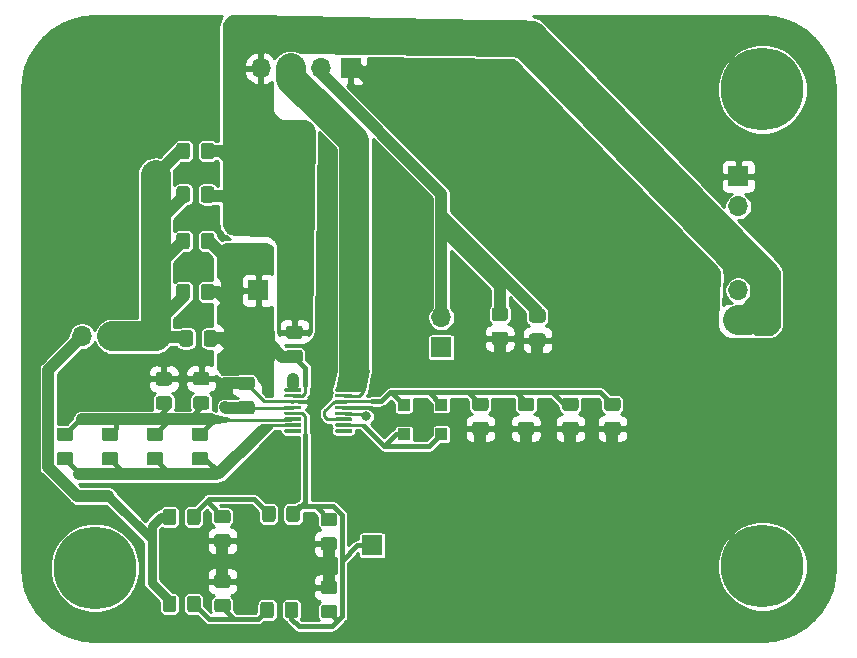
<source format=gbr>
%TF.GenerationSoftware,KiCad,Pcbnew,(5.1.9)-1*%
%TF.CreationDate,2021-07-15T19:45:23-04:00*%
%TF.ProjectId,detector_circuit_alt_LTC6254,64657465-6374-46f7-925f-636972637569,rev?*%
%TF.SameCoordinates,Original*%
%TF.FileFunction,Copper,L1,Top*%
%TF.FilePolarity,Positive*%
%FSLAX46Y46*%
G04 Gerber Fmt 4.6, Leading zero omitted, Abs format (unit mm)*
G04 Created by KiCad (PCBNEW (5.1.9)-1) date 2021-07-15 19:45:23*
%MOMM*%
%LPD*%
G01*
G04 APERTURE LIST*
%TA.AperFunction,ComponentPad*%
%ADD10C,7.000000*%
%TD*%
%TA.AperFunction,ComponentPad*%
%ADD11R,1.700000X1.700000*%
%TD*%
%TA.AperFunction,ComponentPad*%
%ADD12O,1.700000X1.700000*%
%TD*%
%TA.AperFunction,SMDPad,CuDef*%
%ADD13R,1.000000X1.000000*%
%TD*%
%TA.AperFunction,ViaPad*%
%ADD14C,0.800000*%
%TD*%
%TA.AperFunction,Conductor*%
%ADD15C,0.420000*%
%TD*%
%TA.AperFunction,Conductor*%
%ADD16C,0.800000*%
%TD*%
%TA.AperFunction,Conductor*%
%ADD17C,1.000000*%
%TD*%
%TA.AperFunction,Conductor*%
%ADD18C,0.250000*%
%TD*%
%TA.AperFunction,Conductor*%
%ADD19C,2.500000*%
%TD*%
%TA.AperFunction,Conductor*%
%ADD20C,0.254000*%
%TD*%
%TA.AperFunction,Conductor*%
%ADD21C,0.100000*%
%TD*%
G04 APERTURE END LIST*
D10*
%TO.P,REF\u002A\u002A,1*%
%TO.N,N/C*%
X146685000Y-100457000D03*
%TD*%
%TO.P,REF\u002A\u002A,1*%
%TO.N,N/C*%
X146685000Y-140843000D03*
%TD*%
D11*
%TO.P,TP2,1*%
%TO.N,Net-(C31-Pad2)*%
X104013000Y-117475000D03*
%TD*%
%TO.P,U1,16*%
%TO.N,/DET_ADC*%
%TA.AperFunction,SMDPad,CuDef*%
G36*
G01*
X110518000Y-125960000D02*
X110518000Y-125810000D01*
G75*
G02*
X110593000Y-125735000I75000J0D01*
G01*
X111893000Y-125735000D01*
G75*
G02*
X111968000Y-125810000I0J-75000D01*
G01*
X111968000Y-125960000D01*
G75*
G02*
X111893000Y-126035000I-75000J0D01*
G01*
X110593000Y-126035000D01*
G75*
G02*
X110518000Y-125960000I0J75000D01*
G01*
G37*
%TD.AperFunction*%
%TO.P,U1,15*%
%TA.AperFunction,SMDPad,CuDef*%
G36*
G01*
X110518000Y-126460000D02*
X110518000Y-126310000D01*
G75*
G02*
X110593000Y-126235000I75000J0D01*
G01*
X111893000Y-126235000D01*
G75*
G02*
X111968000Y-126310000I0J-75000D01*
G01*
X111968000Y-126460000D01*
G75*
G02*
X111893000Y-126535000I-75000J0D01*
G01*
X110593000Y-126535000D01*
G75*
G02*
X110518000Y-126460000I0J75000D01*
G01*
G37*
%TD.AperFunction*%
%TO.P,U1,14*%
%TO.N,Net-(C19-Pad1)*%
%TA.AperFunction,SMDPad,CuDef*%
G36*
G01*
X110518000Y-126960000D02*
X110518000Y-126810000D01*
G75*
G02*
X110593000Y-126735000I75000J0D01*
G01*
X111893000Y-126735000D01*
G75*
G02*
X111968000Y-126810000I0J-75000D01*
G01*
X111968000Y-126960000D01*
G75*
G02*
X111893000Y-127035000I-75000J0D01*
G01*
X110593000Y-127035000D01*
G75*
G02*
X110518000Y-126960000I0J75000D01*
G01*
G37*
%TD.AperFunction*%
%TO.P,U1,13*%
%TO.N,GND*%
%TA.AperFunction,SMDPad,CuDef*%
G36*
G01*
X110518000Y-127460000D02*
X110518000Y-127310000D01*
G75*
G02*
X110593000Y-127235000I75000J0D01*
G01*
X111893000Y-127235000D01*
G75*
G02*
X111968000Y-127310000I0J-75000D01*
G01*
X111968000Y-127460000D01*
G75*
G02*
X111893000Y-127535000I-75000J0D01*
G01*
X110593000Y-127535000D01*
G75*
G02*
X110518000Y-127460000I0J75000D01*
G01*
G37*
%TD.AperFunction*%
%TO.P,U1,12*%
%TO.N,Net-(C36-Pad1)*%
%TA.AperFunction,SMDPad,CuDef*%
G36*
G01*
X110518000Y-127960000D02*
X110518000Y-127810000D01*
G75*
G02*
X110593000Y-127735000I75000J0D01*
G01*
X111893000Y-127735000D01*
G75*
G02*
X111968000Y-127810000I0J-75000D01*
G01*
X111968000Y-127960000D01*
G75*
G02*
X111893000Y-128035000I-75000J0D01*
G01*
X110593000Y-128035000D01*
G75*
G02*
X110518000Y-127960000I0J75000D01*
G01*
G37*
%TD.AperFunction*%
%TO.P,U1,11*%
%TO.N,Net-(C19-Pad1)*%
%TA.AperFunction,SMDPad,CuDef*%
G36*
G01*
X110518000Y-128460000D02*
X110518000Y-128310000D01*
G75*
G02*
X110593000Y-128235000I75000J0D01*
G01*
X111893000Y-128235000D01*
G75*
G02*
X111968000Y-128310000I0J-75000D01*
G01*
X111968000Y-128460000D01*
G75*
G02*
X111893000Y-128535000I-75000J0D01*
G01*
X110593000Y-128535000D01*
G75*
G02*
X110518000Y-128460000I0J75000D01*
G01*
G37*
%TD.AperFunction*%
%TO.P,U1,10*%
%TO.N,Net-(D2-Pad2)*%
%TA.AperFunction,SMDPad,CuDef*%
G36*
G01*
X110518000Y-128960000D02*
X110518000Y-128810000D01*
G75*
G02*
X110593000Y-128735000I75000J0D01*
G01*
X111893000Y-128735000D01*
G75*
G02*
X111968000Y-128810000I0J-75000D01*
G01*
X111968000Y-128960000D01*
G75*
G02*
X111893000Y-129035000I-75000J0D01*
G01*
X110593000Y-129035000D01*
G75*
G02*
X110518000Y-128960000I0J75000D01*
G01*
G37*
%TD.AperFunction*%
%TO.P,U1,9*%
%TO.N,N/C*%
%TA.AperFunction,SMDPad,CuDef*%
G36*
G01*
X110518000Y-129460000D02*
X110518000Y-129310000D01*
G75*
G02*
X110593000Y-129235000I75000J0D01*
G01*
X111893000Y-129235000D01*
G75*
G02*
X111968000Y-129310000I0J-75000D01*
G01*
X111968000Y-129460000D01*
G75*
G02*
X111893000Y-129535000I-75000J0D01*
G01*
X110593000Y-129535000D01*
G75*
G02*
X110518000Y-129460000I0J75000D01*
G01*
G37*
%TD.AperFunction*%
%TO.P,U1,8*%
%TA.AperFunction,SMDPad,CuDef*%
G36*
G01*
X106218000Y-129460000D02*
X106218000Y-129310000D01*
G75*
G02*
X106293000Y-129235000I75000J0D01*
G01*
X107593000Y-129235000D01*
G75*
G02*
X107668000Y-129310000I0J-75000D01*
G01*
X107668000Y-129460000D01*
G75*
G02*
X107593000Y-129535000I-75000J0D01*
G01*
X106293000Y-129535000D01*
G75*
G02*
X106218000Y-129460000I0J75000D01*
G01*
G37*
%TD.AperFunction*%
%TO.P,U1,7*%
%TO.N,Net-(C36-Pad1)*%
%TA.AperFunction,SMDPad,CuDef*%
G36*
G01*
X106218000Y-128960000D02*
X106218000Y-128810000D01*
G75*
G02*
X106293000Y-128735000I75000J0D01*
G01*
X107593000Y-128735000D01*
G75*
G02*
X107668000Y-128810000I0J-75000D01*
G01*
X107668000Y-128960000D01*
G75*
G02*
X107593000Y-129035000I-75000J0D01*
G01*
X106293000Y-129035000D01*
G75*
G02*
X106218000Y-128960000I0J75000D01*
G01*
G37*
%TD.AperFunction*%
%TO.P,U1,6*%
%TO.N,Net-(C36-Pad2)*%
%TA.AperFunction,SMDPad,CuDef*%
G36*
G01*
X106218000Y-128460000D02*
X106218000Y-128310000D01*
G75*
G02*
X106293000Y-128235000I75000J0D01*
G01*
X107593000Y-128235000D01*
G75*
G02*
X107668000Y-128310000I0J-75000D01*
G01*
X107668000Y-128460000D01*
G75*
G02*
X107593000Y-128535000I-75000J0D01*
G01*
X106293000Y-128535000D01*
G75*
G02*
X106218000Y-128460000I0J75000D01*
G01*
G37*
%TD.AperFunction*%
%TO.P,U1,5*%
%TO.N,Net-(C18-Pad2)*%
%TA.AperFunction,SMDPad,CuDef*%
G36*
G01*
X106218000Y-127960000D02*
X106218000Y-127810000D01*
G75*
G02*
X106293000Y-127735000I75000J0D01*
G01*
X107593000Y-127735000D01*
G75*
G02*
X107668000Y-127810000I0J-75000D01*
G01*
X107668000Y-127960000D01*
G75*
G02*
X107593000Y-128035000I-75000J0D01*
G01*
X106293000Y-128035000D01*
G75*
G02*
X106218000Y-127960000I0J75000D01*
G01*
G37*
%TD.AperFunction*%
%TO.P,U1,4*%
%TO.N,+4.7V*%
%TA.AperFunction,SMDPad,CuDef*%
G36*
G01*
X106218000Y-127460000D02*
X106218000Y-127310000D01*
G75*
G02*
X106293000Y-127235000I75000J0D01*
G01*
X107593000Y-127235000D01*
G75*
G02*
X107668000Y-127310000I0J-75000D01*
G01*
X107668000Y-127460000D01*
G75*
G02*
X107593000Y-127535000I-75000J0D01*
G01*
X106293000Y-127535000D01*
G75*
G02*
X106218000Y-127460000I0J75000D01*
G01*
G37*
%TD.AperFunction*%
%TO.P,U1,3*%
%TO.N,GND*%
%TA.AperFunction,SMDPad,CuDef*%
G36*
G01*
X106218000Y-126960000D02*
X106218000Y-126810000D01*
G75*
G02*
X106293000Y-126735000I75000J0D01*
G01*
X107593000Y-126735000D01*
G75*
G02*
X107668000Y-126810000I0J-75000D01*
G01*
X107668000Y-126960000D01*
G75*
G02*
X107593000Y-127035000I-75000J0D01*
G01*
X106293000Y-127035000D01*
G75*
G02*
X106218000Y-126960000I0J75000D01*
G01*
G37*
%TD.AperFunction*%
%TO.P,U1,2*%
%TO.N,Net-(C31-Pad2)*%
%TA.AperFunction,SMDPad,CuDef*%
G36*
G01*
X106218000Y-126460000D02*
X106218000Y-126310000D01*
G75*
G02*
X106293000Y-126235000I75000J0D01*
G01*
X107593000Y-126235000D01*
G75*
G02*
X107668000Y-126310000I0J-75000D01*
G01*
X107668000Y-126460000D01*
G75*
G02*
X107593000Y-126535000I-75000J0D01*
G01*
X106293000Y-126535000D01*
G75*
G02*
X106218000Y-126460000I0J75000D01*
G01*
G37*
%TD.AperFunction*%
%TO.P,U1,1*%
%TO.N,Net-(C31-Pad1)*%
%TA.AperFunction,SMDPad,CuDef*%
G36*
G01*
X106218000Y-125960000D02*
X106218000Y-125810000D01*
G75*
G02*
X106293000Y-125735000I75000J0D01*
G01*
X107593000Y-125735000D01*
G75*
G02*
X107668000Y-125810000I0J-75000D01*
G01*
X107668000Y-125960000D01*
G75*
G02*
X107593000Y-126035000I-75000J0D01*
G01*
X106293000Y-126035000D01*
G75*
G02*
X106218000Y-125960000I0J75000D01*
G01*
G37*
%TD.AperFunction*%
%TD*%
%TO.P,R1,2*%
%TO.N,/SIPM_OUT*%
%TA.AperFunction,SMDPad,CuDef*%
G36*
G01*
X107511001Y-121597000D02*
X106610999Y-121597000D01*
G75*
G02*
X106361000Y-121347001I0J249999D01*
G01*
X106361000Y-120696999D01*
G75*
G02*
X106610999Y-120447000I249999J0D01*
G01*
X107511001Y-120447000D01*
G75*
G02*
X107761000Y-120696999I0J-249999D01*
G01*
X107761000Y-121347001D01*
G75*
G02*
X107511001Y-121597000I-249999J0D01*
G01*
G37*
%TD.AperFunction*%
%TO.P,R1,1*%
%TO.N,Net-(C31-Pad2)*%
%TA.AperFunction,SMDPad,CuDef*%
G36*
G01*
X107511001Y-123647000D02*
X106610999Y-123647000D01*
G75*
G02*
X106361000Y-123397001I0J249999D01*
G01*
X106361000Y-122746999D01*
G75*
G02*
X106610999Y-122497000I249999J0D01*
G01*
X107511001Y-122497000D01*
G75*
G02*
X107761000Y-122746999I0J-249999D01*
G01*
X107761000Y-123397001D01*
G75*
G02*
X107511001Y-123647000I-249999J0D01*
G01*
G37*
%TD.AperFunction*%
%TD*%
%TO.P,TP15,1*%
%TO.N,Net-(C18-Pad2)*%
X113665000Y-139065000D03*
%TD*%
%TO.P,R26,2*%
%TO.N,GND*%
%TA.AperFunction,SMDPad,CuDef*%
G36*
G01*
X99628001Y-125525000D02*
X98727999Y-125525000D01*
G75*
G02*
X98478000Y-125275001I0J249999D01*
G01*
X98478000Y-124624999D01*
G75*
G02*
X98727999Y-124375000I249999J0D01*
G01*
X99628001Y-124375000D01*
G75*
G02*
X99878000Y-124624999I0J-249999D01*
G01*
X99878000Y-125275001D01*
G75*
G02*
X99628001Y-125525000I-249999J0D01*
G01*
G37*
%TD.AperFunction*%
%TO.P,R26,1*%
%TO.N,Net-(C36-Pad2)*%
%TA.AperFunction,SMDPad,CuDef*%
G36*
G01*
X99628001Y-127575000D02*
X98727999Y-127575000D01*
G75*
G02*
X98478000Y-127325001I0J249999D01*
G01*
X98478000Y-126674999D01*
G75*
G02*
X98727999Y-126425000I249999J0D01*
G01*
X99628001Y-126425000D01*
G75*
G02*
X99878000Y-126674999I0J-249999D01*
G01*
X99878000Y-127325001D01*
G75*
G02*
X99628001Y-127575000I-249999J0D01*
G01*
G37*
%TD.AperFunction*%
%TD*%
%TO.P,R34,2*%
%TO.N,Net-(C36-Pad2)*%
%TA.AperFunction,SMDPad,CuDef*%
G36*
G01*
X95561999Y-126434000D02*
X96462001Y-126434000D01*
G75*
G02*
X96712000Y-126683999I0J-249999D01*
G01*
X96712000Y-127334001D01*
G75*
G02*
X96462001Y-127584000I-249999J0D01*
G01*
X95561999Y-127584000D01*
G75*
G02*
X95312000Y-127334001I0J249999D01*
G01*
X95312000Y-126683999D01*
G75*
G02*
X95561999Y-126434000I249999J0D01*
G01*
G37*
%TD.AperFunction*%
%TO.P,R34,1*%
%TO.N,GND*%
%TA.AperFunction,SMDPad,CuDef*%
G36*
G01*
X95561999Y-124384000D02*
X96462001Y-124384000D01*
G75*
G02*
X96712000Y-124633999I0J-249999D01*
G01*
X96712000Y-125284001D01*
G75*
G02*
X96462001Y-125534000I-249999J0D01*
G01*
X95561999Y-125534000D01*
G75*
G02*
X95312000Y-125284001I0J249999D01*
G01*
X95312000Y-124633999D01*
G75*
G02*
X95561999Y-124384000I249999J0D01*
G01*
G37*
%TD.AperFunction*%
%TD*%
D12*
%TO.P,JP1,2*%
%TO.N,/AMP_OUT*%
X119507000Y-119761000D03*
D11*
%TO.P,JP1,1*%
%TO.N,Net-(C36-Pad1)*%
X119507000Y-122301000D03*
%TD*%
%TO.P,R39,2*%
%TO.N,GND*%
%TA.AperFunction,SMDPad,CuDef*%
G36*
G01*
X133534999Y-128593000D02*
X134435001Y-128593000D01*
G75*
G02*
X134685000Y-128842999I0J-249999D01*
G01*
X134685000Y-129493001D01*
G75*
G02*
X134435001Y-129743000I-249999J0D01*
G01*
X133534999Y-129743000D01*
G75*
G02*
X133285000Y-129493001I0J249999D01*
G01*
X133285000Y-128842999D01*
G75*
G02*
X133534999Y-128593000I249999J0D01*
G01*
G37*
%TD.AperFunction*%
%TO.P,R39,1*%
%TO.N,Net-(C19-Pad1)*%
%TA.AperFunction,SMDPad,CuDef*%
G36*
G01*
X133534999Y-126543000D02*
X134435001Y-126543000D01*
G75*
G02*
X134685000Y-126792999I0J-249999D01*
G01*
X134685000Y-127443001D01*
G75*
G02*
X134435001Y-127693000I-249999J0D01*
G01*
X133534999Y-127693000D01*
G75*
G02*
X133285000Y-127443001I0J249999D01*
G01*
X133285000Y-126792999D01*
G75*
G02*
X133534999Y-126543000I249999J0D01*
G01*
G37*
%TD.AperFunction*%
%TD*%
%TO.P,C32,2*%
%TO.N,/Filter_IN*%
%TA.AperFunction,SMDPad,CuDef*%
G36*
G01*
X97077000Y-136201999D02*
X97077000Y-137102001D01*
G75*
G02*
X96827001Y-137352000I-249999J0D01*
G01*
X96176999Y-137352000D01*
G75*
G02*
X95927000Y-137102001I0J249999D01*
G01*
X95927000Y-136201999D01*
G75*
G02*
X96176999Y-135952000I249999J0D01*
G01*
X96827001Y-135952000D01*
G75*
G02*
X97077000Y-136201999I0J-249999D01*
G01*
G37*
%TD.AperFunction*%
%TO.P,C32,1*%
%TO.N,Net-(C32-Pad1)*%
%TA.AperFunction,SMDPad,CuDef*%
G36*
G01*
X99127000Y-136201999D02*
X99127000Y-137102001D01*
G75*
G02*
X98877001Y-137352000I-249999J0D01*
G01*
X98226999Y-137352000D01*
G75*
G02*
X97977000Y-137102001I0J249999D01*
G01*
X97977000Y-136201999D01*
G75*
G02*
X98226999Y-135952000I249999J0D01*
G01*
X98877001Y-135952000D01*
G75*
G02*
X99127000Y-136201999I0J-249999D01*
G01*
G37*
%TD.AperFunction*%
%TD*%
%TO.P,C27,2*%
%TO.N,GND*%
%TA.AperFunction,SMDPad,CuDef*%
G36*
G01*
X127184999Y-121109000D02*
X128085001Y-121109000D01*
G75*
G02*
X128335000Y-121358999I0J-249999D01*
G01*
X128335000Y-122009001D01*
G75*
G02*
X128085001Y-122259000I-249999J0D01*
G01*
X127184999Y-122259000D01*
G75*
G02*
X126935000Y-122009001I0J249999D01*
G01*
X126935000Y-121358999D01*
G75*
G02*
X127184999Y-121109000I249999J0D01*
G01*
G37*
%TD.AperFunction*%
%TO.P,C27,1*%
%TO.N,/AMP_OUT*%
%TA.AperFunction,SMDPad,CuDef*%
G36*
G01*
X127184999Y-119059000D02*
X128085001Y-119059000D01*
G75*
G02*
X128335000Y-119308999I0J-249999D01*
G01*
X128335000Y-119959001D01*
G75*
G02*
X128085001Y-120209000I-249999J0D01*
G01*
X127184999Y-120209000D01*
G75*
G02*
X126935000Y-119959001I0J249999D01*
G01*
X126935000Y-119308999D01*
G75*
G02*
X127184999Y-119059000I249999J0D01*
G01*
G37*
%TD.AperFunction*%
%TD*%
%TO.P,C37,2*%
%TO.N,GND*%
%TA.AperFunction,SMDPad,CuDef*%
G36*
G01*
X122358999Y-128593000D02*
X123259001Y-128593000D01*
G75*
G02*
X123509000Y-128842999I0J-249999D01*
G01*
X123509000Y-129493001D01*
G75*
G02*
X123259001Y-129743000I-249999J0D01*
G01*
X122358999Y-129743000D01*
G75*
G02*
X122109000Y-129493001I0J249999D01*
G01*
X122109000Y-128842999D01*
G75*
G02*
X122358999Y-128593000I249999J0D01*
G01*
G37*
%TD.AperFunction*%
%TO.P,C37,1*%
%TO.N,Net-(C19-Pad1)*%
%TA.AperFunction,SMDPad,CuDef*%
G36*
G01*
X122358999Y-126543000D02*
X123259001Y-126543000D01*
G75*
G02*
X123509000Y-126792999I0J-249999D01*
G01*
X123509000Y-127443001D01*
G75*
G02*
X123259001Y-127693000I-249999J0D01*
G01*
X122358999Y-127693000D01*
G75*
G02*
X122109000Y-127443001I0J249999D01*
G01*
X122109000Y-126792999D01*
G75*
G02*
X122358999Y-126543000I249999J0D01*
G01*
G37*
%TD.AperFunction*%
%TD*%
%TO.P,R42,2*%
%TO.N,GND*%
%TA.AperFunction,SMDPad,CuDef*%
G36*
G01*
X124009999Y-120964000D02*
X124910001Y-120964000D01*
G75*
G02*
X125160000Y-121213999I0J-249999D01*
G01*
X125160000Y-121864001D01*
G75*
G02*
X124910001Y-122114000I-249999J0D01*
G01*
X124009999Y-122114000D01*
G75*
G02*
X123760000Y-121864001I0J249999D01*
G01*
X123760000Y-121213999D01*
G75*
G02*
X124009999Y-120964000I249999J0D01*
G01*
G37*
%TD.AperFunction*%
%TO.P,R42,1*%
%TO.N,/AMP_OUT*%
%TA.AperFunction,SMDPad,CuDef*%
G36*
G01*
X124009999Y-118914000D02*
X124910001Y-118914000D01*
G75*
G02*
X125160000Y-119163999I0J-249999D01*
G01*
X125160000Y-119814001D01*
G75*
G02*
X124910001Y-120064000I-249999J0D01*
G01*
X124009999Y-120064000D01*
G75*
G02*
X123760000Y-119814001I0J249999D01*
G01*
X123760000Y-119163999D01*
G75*
G02*
X124009999Y-118914000I249999J0D01*
G01*
G37*
%TD.AperFunction*%
%TD*%
D13*
%TO.P,D2,2*%
%TO.N,Net-(D2-Pad2)*%
X119507000Y-129647000D03*
%TO.P,D2,1*%
%TO.N,Net-(C19-Pad1)*%
X119507000Y-127147000D03*
%TD*%
D11*
%TO.P,TP1,1*%
%TO.N,/DET_ADC*%
X112141000Y-117475000D03*
%TD*%
D12*
%TO.P,JP5,2*%
%TO.N,/Filter_IN*%
X89090500Y-121348500D03*
D11*
%TO.P,JP5,1*%
%TO.N,Net-(C31-Pad1)*%
X91630500Y-121348500D03*
%TD*%
%TO.P,R40,2*%
%TO.N,/SIPM_OUT*%
%TA.AperFunction,SMDPad,CuDef*%
G36*
G01*
X99129000Y-109797001D02*
X99129000Y-108896999D01*
G75*
G02*
X99378999Y-108647000I249999J0D01*
G01*
X100029001Y-108647000D01*
G75*
G02*
X100279000Y-108896999I0J-249999D01*
G01*
X100279000Y-109797001D01*
G75*
G02*
X100029001Y-110047000I-249999J0D01*
G01*
X99378999Y-110047000D01*
G75*
G02*
X99129000Y-109797001I0J249999D01*
G01*
G37*
%TD.AperFunction*%
%TO.P,R40,1*%
%TO.N,Net-(C31-Pad1)*%
%TA.AperFunction,SMDPad,CuDef*%
G36*
G01*
X97079000Y-109797001D02*
X97079000Y-108896999D01*
G75*
G02*
X97328999Y-108647000I249999J0D01*
G01*
X97979001Y-108647000D01*
G75*
G02*
X98229000Y-108896999I0J-249999D01*
G01*
X98229000Y-109797001D01*
G75*
G02*
X97979001Y-110047000I-249999J0D01*
G01*
X97328999Y-110047000D01*
G75*
G02*
X97079000Y-109797001I0J249999D01*
G01*
G37*
%TD.AperFunction*%
%TD*%
%TO.P,R36,2*%
%TO.N,Net-(C36-Pad2)*%
%TA.AperFunction,SMDPad,CuDef*%
G36*
G01*
X91890001Y-130242000D02*
X90989999Y-130242000D01*
G75*
G02*
X90740000Y-129992001I0J249999D01*
G01*
X90740000Y-129341999D01*
G75*
G02*
X90989999Y-129092000I249999J0D01*
G01*
X91890001Y-129092000D01*
G75*
G02*
X92140000Y-129341999I0J-249999D01*
G01*
X92140000Y-129992001D01*
G75*
G02*
X91890001Y-130242000I-249999J0D01*
G01*
G37*
%TD.AperFunction*%
%TO.P,R36,1*%
%TO.N,Net-(C36-Pad1)*%
%TA.AperFunction,SMDPad,CuDef*%
G36*
G01*
X91890001Y-132292000D02*
X90989999Y-132292000D01*
G75*
G02*
X90740000Y-132042001I0J249999D01*
G01*
X90740000Y-131391999D01*
G75*
G02*
X90989999Y-131142000I249999J0D01*
G01*
X91890001Y-131142000D01*
G75*
G02*
X92140000Y-131391999I0J-249999D01*
G01*
X92140000Y-132042001D01*
G75*
G02*
X91890001Y-132292000I-249999J0D01*
G01*
G37*
%TD.AperFunction*%
%TD*%
%TO.P,R35,2*%
%TO.N,Net-(C36-Pad2)*%
%TA.AperFunction,SMDPad,CuDef*%
G36*
G01*
X88080001Y-130242000D02*
X87179999Y-130242000D01*
G75*
G02*
X86930000Y-129992001I0J249999D01*
G01*
X86930000Y-129341999D01*
G75*
G02*
X87179999Y-129092000I249999J0D01*
G01*
X88080001Y-129092000D01*
G75*
G02*
X88330000Y-129341999I0J-249999D01*
G01*
X88330000Y-129992001D01*
G75*
G02*
X88080001Y-130242000I-249999J0D01*
G01*
G37*
%TD.AperFunction*%
%TO.P,R35,1*%
%TO.N,Net-(C36-Pad1)*%
%TA.AperFunction,SMDPad,CuDef*%
G36*
G01*
X88080001Y-132292000D02*
X87179999Y-132292000D01*
G75*
G02*
X86930000Y-132042001I0J249999D01*
G01*
X86930000Y-131391999D01*
G75*
G02*
X87179999Y-131142000I249999J0D01*
G01*
X88080001Y-131142000D01*
G75*
G02*
X88330000Y-131391999I0J-249999D01*
G01*
X88330000Y-132042001D01*
G75*
G02*
X88080001Y-132292000I-249999J0D01*
G01*
G37*
%TD.AperFunction*%
%TD*%
%TO.P,R33,1*%
%TO.N,Net-(C18-Pad2)*%
%TA.AperFunction,SMDPad,CuDef*%
G36*
G01*
X107382000Y-144075999D02*
X107382000Y-144976001D01*
G75*
G02*
X107132001Y-145226000I-249999J0D01*
G01*
X106481999Y-145226000D01*
G75*
G02*
X106232000Y-144976001I0J249999D01*
G01*
X106232000Y-144075999D01*
G75*
G02*
X106481999Y-143826000I249999J0D01*
G01*
X107132001Y-143826000D01*
G75*
G02*
X107382000Y-144075999I0J-249999D01*
G01*
G37*
%TD.AperFunction*%
%TO.P,R33,2*%
%TO.N,Net-(C17-Pad1)*%
%TA.AperFunction,SMDPad,CuDef*%
G36*
G01*
X105332000Y-144075999D02*
X105332000Y-144976001D01*
G75*
G02*
X105082001Y-145226000I-249999J0D01*
G01*
X104431999Y-145226000D01*
G75*
G02*
X104182000Y-144976001I0J249999D01*
G01*
X104182000Y-144075999D01*
G75*
G02*
X104431999Y-143826000I249999J0D01*
G01*
X105082001Y-143826000D01*
G75*
G02*
X105332000Y-144075999I0J-249999D01*
G01*
G37*
%TD.AperFunction*%
%TD*%
%TO.P,R32,2*%
%TO.N,GND*%
%TA.AperFunction,SMDPad,CuDef*%
G36*
G01*
X101415001Y-142679000D02*
X100514999Y-142679000D01*
G75*
G02*
X100265000Y-142429001I0J249999D01*
G01*
X100265000Y-141778999D01*
G75*
G02*
X100514999Y-141529000I249999J0D01*
G01*
X101415001Y-141529000D01*
G75*
G02*
X101665000Y-141778999I0J-249999D01*
G01*
X101665000Y-142429001D01*
G75*
G02*
X101415001Y-142679000I-249999J0D01*
G01*
G37*
%TD.AperFunction*%
%TO.P,R32,1*%
%TO.N,Net-(C17-Pad1)*%
%TA.AperFunction,SMDPad,CuDef*%
G36*
G01*
X101415001Y-144729000D02*
X100514999Y-144729000D01*
G75*
G02*
X100265000Y-144479001I0J249999D01*
G01*
X100265000Y-143828999D01*
G75*
G02*
X100514999Y-143579000I249999J0D01*
G01*
X101415001Y-143579000D01*
G75*
G02*
X101665000Y-143828999I0J-249999D01*
G01*
X101665000Y-144479001D01*
G75*
G02*
X101415001Y-144729000I-249999J0D01*
G01*
G37*
%TD.AperFunction*%
%TD*%
%TO.P,R31,2*%
%TO.N,Net-(C31-Pad2)*%
%TA.AperFunction,SMDPad,CuDef*%
G36*
G01*
X99129000Y-113734001D02*
X99129000Y-112833999D01*
G75*
G02*
X99378999Y-112584000I249999J0D01*
G01*
X100029001Y-112584000D01*
G75*
G02*
X100279000Y-112833999I0J-249999D01*
G01*
X100279000Y-113734001D01*
G75*
G02*
X100029001Y-113984000I-249999J0D01*
G01*
X99378999Y-113984000D01*
G75*
G02*
X99129000Y-113734001I0J249999D01*
G01*
G37*
%TD.AperFunction*%
%TO.P,R31,1*%
%TO.N,Net-(C31-Pad1)*%
%TA.AperFunction,SMDPad,CuDef*%
G36*
G01*
X97079000Y-113734001D02*
X97079000Y-112833999D01*
G75*
G02*
X97328999Y-112584000I249999J0D01*
G01*
X97979001Y-112584000D01*
G75*
G02*
X98229000Y-112833999I0J-249999D01*
G01*
X98229000Y-113734001D01*
G75*
G02*
X97979001Y-113984000I-249999J0D01*
G01*
X97328999Y-113984000D01*
G75*
G02*
X97079000Y-113734001I0J249999D01*
G01*
G37*
%TD.AperFunction*%
%TD*%
%TO.P,R30,2*%
%TO.N,GND*%
%TA.AperFunction,SMDPad,CuDef*%
G36*
G01*
X126219799Y-128593000D02*
X127119801Y-128593000D01*
G75*
G02*
X127369800Y-128842999I0J-249999D01*
G01*
X127369800Y-129493001D01*
G75*
G02*
X127119801Y-129743000I-249999J0D01*
G01*
X126219799Y-129743000D01*
G75*
G02*
X125969800Y-129493001I0J249999D01*
G01*
X125969800Y-128842999D01*
G75*
G02*
X126219799Y-128593000I249999J0D01*
G01*
G37*
%TD.AperFunction*%
%TO.P,R30,1*%
%TO.N,Net-(C19-Pad1)*%
%TA.AperFunction,SMDPad,CuDef*%
G36*
G01*
X126219799Y-126543000D02*
X127119801Y-126543000D01*
G75*
G02*
X127369800Y-126792999I0J-249999D01*
G01*
X127369800Y-127443001D01*
G75*
G02*
X127119801Y-127693000I-249999J0D01*
G01*
X126219799Y-127693000D01*
G75*
G02*
X125969800Y-127443001I0J249999D01*
G01*
X125969800Y-126792999D01*
G75*
G02*
X126219799Y-126543000I249999J0D01*
G01*
G37*
%TD.AperFunction*%
%TD*%
%TO.P,R27,2*%
%TO.N,Net-(C36-Pad2)*%
%TA.AperFunction,SMDPad,CuDef*%
G36*
G01*
X99510001Y-130242000D02*
X98609999Y-130242000D01*
G75*
G02*
X98360000Y-129992001I0J249999D01*
G01*
X98360000Y-129341999D01*
G75*
G02*
X98609999Y-129092000I249999J0D01*
G01*
X99510001Y-129092000D01*
G75*
G02*
X99760000Y-129341999I0J-249999D01*
G01*
X99760000Y-129992001D01*
G75*
G02*
X99510001Y-130242000I-249999J0D01*
G01*
G37*
%TD.AperFunction*%
%TO.P,R27,1*%
%TO.N,Net-(C36-Pad1)*%
%TA.AperFunction,SMDPad,CuDef*%
G36*
G01*
X99510001Y-132292000D02*
X98609999Y-132292000D01*
G75*
G02*
X98360000Y-132042001I0J249999D01*
G01*
X98360000Y-131391999D01*
G75*
G02*
X98609999Y-131142000I249999J0D01*
G01*
X99510001Y-131142000D01*
G75*
G02*
X99760000Y-131391999I0J-249999D01*
G01*
X99760000Y-132042001D01*
G75*
G02*
X99510001Y-132292000I-249999J0D01*
G01*
G37*
%TD.AperFunction*%
%TD*%
%TO.P,R25,2*%
%TO.N,Net-(C32-Pad1)*%
%TA.AperFunction,SMDPad,CuDef*%
G36*
G01*
X105477000Y-135947999D02*
X105477000Y-136848001D01*
G75*
G02*
X105227001Y-137098000I-249999J0D01*
G01*
X104576999Y-137098000D01*
G75*
G02*
X104327000Y-136848001I0J249999D01*
G01*
X104327000Y-135947999D01*
G75*
G02*
X104576999Y-135698000I249999J0D01*
G01*
X105227001Y-135698000D01*
G75*
G02*
X105477000Y-135947999I0J-249999D01*
G01*
G37*
%TD.AperFunction*%
%TO.P,R25,1*%
%TO.N,Net-(C18-Pad2)*%
%TA.AperFunction,SMDPad,CuDef*%
G36*
G01*
X107527000Y-135947999D02*
X107527000Y-136848001D01*
G75*
G02*
X107277001Y-137098000I-249999J0D01*
G01*
X106626999Y-137098000D01*
G75*
G02*
X106377000Y-136848001I0J249999D01*
G01*
X106377000Y-135947999D01*
G75*
G02*
X106626999Y-135698000I249999J0D01*
G01*
X107277001Y-135698000D01*
G75*
G02*
X107527000Y-135947999I0J-249999D01*
G01*
G37*
%TD.AperFunction*%
%TD*%
%TO.P,R24,2*%
%TO.N,GND*%
%TA.AperFunction,SMDPad,CuDef*%
G36*
G01*
X100514999Y-138109000D02*
X101415001Y-138109000D01*
G75*
G02*
X101665000Y-138358999I0J-249999D01*
G01*
X101665000Y-139009001D01*
G75*
G02*
X101415001Y-139259000I-249999J0D01*
G01*
X100514999Y-139259000D01*
G75*
G02*
X100265000Y-139009001I0J249999D01*
G01*
X100265000Y-138358999D01*
G75*
G02*
X100514999Y-138109000I249999J0D01*
G01*
G37*
%TD.AperFunction*%
%TO.P,R24,1*%
%TO.N,Net-(C32-Pad1)*%
%TA.AperFunction,SMDPad,CuDef*%
G36*
G01*
X100514999Y-136059000D02*
X101415001Y-136059000D01*
G75*
G02*
X101665000Y-136308999I0J-249999D01*
G01*
X101665000Y-136959001D01*
G75*
G02*
X101415001Y-137209000I-249999J0D01*
G01*
X100514999Y-137209000D01*
G75*
G02*
X100265000Y-136959001I0J249999D01*
G01*
X100265000Y-136308999D01*
G75*
G02*
X100514999Y-136059000I249999J0D01*
G01*
G37*
%TD.AperFunction*%
%TD*%
%TO.P,R17,2*%
%TO.N,Net-(C31-Pad2)*%
%TA.AperFunction,SMDPad,CuDef*%
G36*
G01*
X99374000Y-121989001D02*
X99374000Y-121088999D01*
G75*
G02*
X99623999Y-120839000I249999J0D01*
G01*
X100274001Y-120839000D01*
G75*
G02*
X100524000Y-121088999I0J-249999D01*
G01*
X100524000Y-121989001D01*
G75*
G02*
X100274001Y-122239000I-249999J0D01*
G01*
X99623999Y-122239000D01*
G75*
G02*
X99374000Y-121989001I0J249999D01*
G01*
G37*
%TD.AperFunction*%
%TO.P,R17,1*%
%TO.N,Net-(C31-Pad1)*%
%TA.AperFunction,SMDPad,CuDef*%
G36*
G01*
X97324000Y-121989001D02*
X97324000Y-121088999D01*
G75*
G02*
X97573999Y-120839000I249999J0D01*
G01*
X98224001Y-120839000D01*
G75*
G02*
X98474000Y-121088999I0J-249999D01*
G01*
X98474000Y-121989001D01*
G75*
G02*
X98224001Y-122239000I-249999J0D01*
G01*
X97573999Y-122239000D01*
G75*
G02*
X97324000Y-121989001I0J249999D01*
G01*
G37*
%TD.AperFunction*%
%TD*%
%TO.P,R16,2*%
%TO.N,/SIPM_OUT*%
%TA.AperFunction,SMDPad,CuDef*%
G36*
G01*
X99129000Y-106114001D02*
X99129000Y-105213999D01*
G75*
G02*
X99378999Y-104964000I249999J0D01*
G01*
X100029001Y-104964000D01*
G75*
G02*
X100279000Y-105213999I0J-249999D01*
G01*
X100279000Y-106114001D01*
G75*
G02*
X100029001Y-106364000I-249999J0D01*
G01*
X99378999Y-106364000D01*
G75*
G02*
X99129000Y-106114001I0J249999D01*
G01*
G37*
%TD.AperFunction*%
%TO.P,R16,1*%
%TO.N,Net-(C31-Pad1)*%
%TA.AperFunction,SMDPad,CuDef*%
G36*
G01*
X97079000Y-106114001D02*
X97079000Y-105213999D01*
G75*
G02*
X97328999Y-104964000I249999J0D01*
G01*
X97979001Y-104964000D01*
G75*
G02*
X98229000Y-105213999I0J-249999D01*
G01*
X98229000Y-106114001D01*
G75*
G02*
X97979001Y-106364000I-249999J0D01*
G01*
X97328999Y-106364000D01*
G75*
G02*
X97079000Y-106114001I0J249999D01*
G01*
G37*
%TD.AperFunction*%
%TD*%
D13*
%TO.P,D6,2*%
%TO.N,Net-(D2-Pad2)*%
X116332000Y-129667000D03*
%TO.P,D6,1*%
%TO.N,Net-(C19-Pad1)*%
X116332000Y-127167000D03*
%TD*%
%TO.P,C39,2*%
%TO.N,GND*%
%TA.AperFunction,SMDPad,CuDef*%
G36*
G01*
X103447001Y-125924000D02*
X102546999Y-125924000D01*
G75*
G02*
X102297000Y-125674001I0J249999D01*
G01*
X102297000Y-125023999D01*
G75*
G02*
X102546999Y-124774000I249999J0D01*
G01*
X103447001Y-124774000D01*
G75*
G02*
X103697000Y-125023999I0J-249999D01*
G01*
X103697000Y-125674001D01*
G75*
G02*
X103447001Y-125924000I-249999J0D01*
G01*
G37*
%TD.AperFunction*%
%TO.P,C39,1*%
%TO.N,+4.7V*%
%TA.AperFunction,SMDPad,CuDef*%
G36*
G01*
X103447001Y-127974000D02*
X102546999Y-127974000D01*
G75*
G02*
X102297000Y-127724001I0J249999D01*
G01*
X102297000Y-127073999D01*
G75*
G02*
X102546999Y-126824000I249999J0D01*
G01*
X103447001Y-126824000D01*
G75*
G02*
X103697000Y-127073999I0J-249999D01*
G01*
X103697000Y-127724001D01*
G75*
G02*
X103447001Y-127974000I-249999J0D01*
G01*
G37*
%TD.AperFunction*%
%TD*%
%TO.P,C36,2*%
%TO.N,Net-(C36-Pad2)*%
%TA.AperFunction,SMDPad,CuDef*%
G36*
G01*
X95700001Y-130242000D02*
X94799999Y-130242000D01*
G75*
G02*
X94550000Y-129992001I0J249999D01*
G01*
X94550000Y-129341999D01*
G75*
G02*
X94799999Y-129092000I249999J0D01*
G01*
X95700001Y-129092000D01*
G75*
G02*
X95950000Y-129341999I0J-249999D01*
G01*
X95950000Y-129992001D01*
G75*
G02*
X95700001Y-130242000I-249999J0D01*
G01*
G37*
%TD.AperFunction*%
%TO.P,C36,1*%
%TO.N,Net-(C36-Pad1)*%
%TA.AperFunction,SMDPad,CuDef*%
G36*
G01*
X95700001Y-132292000D02*
X94799999Y-132292000D01*
G75*
G02*
X94550000Y-132042001I0J249999D01*
G01*
X94550000Y-131391999D01*
G75*
G02*
X94799999Y-131142000I249999J0D01*
G01*
X95700001Y-131142000D01*
G75*
G02*
X95950000Y-131391999I0J-249999D01*
G01*
X95950000Y-132042001D01*
G75*
G02*
X95700001Y-132292000I-249999J0D01*
G01*
G37*
%TD.AperFunction*%
%TD*%
%TO.P,C33,2*%
%TO.N,Net-(C18-Pad2)*%
%TA.AperFunction,SMDPad,CuDef*%
G36*
G01*
X110432001Y-137463000D02*
X109531999Y-137463000D01*
G75*
G02*
X109282000Y-137213001I0J249999D01*
G01*
X109282000Y-136562999D01*
G75*
G02*
X109531999Y-136313000I249999J0D01*
G01*
X110432001Y-136313000D01*
G75*
G02*
X110682000Y-136562999I0J-249999D01*
G01*
X110682000Y-137213001D01*
G75*
G02*
X110432001Y-137463000I-249999J0D01*
G01*
G37*
%TD.AperFunction*%
%TO.P,C33,1*%
%TO.N,GND*%
%TA.AperFunction,SMDPad,CuDef*%
G36*
G01*
X110432001Y-139513000D02*
X109531999Y-139513000D01*
G75*
G02*
X109282000Y-139263001I0J249999D01*
G01*
X109282000Y-138612999D01*
G75*
G02*
X109531999Y-138363000I249999J0D01*
G01*
X110432001Y-138363000D01*
G75*
G02*
X110682000Y-138612999I0J-249999D01*
G01*
X110682000Y-139263001D01*
G75*
G02*
X110432001Y-139513000I-249999J0D01*
G01*
G37*
%TD.AperFunction*%
%TD*%
%TO.P,C31,2*%
%TO.N,Net-(C31-Pad2)*%
%TA.AperFunction,SMDPad,CuDef*%
G36*
G01*
X99129000Y-118052001D02*
X99129000Y-117151999D01*
G75*
G02*
X99378999Y-116902000I249999J0D01*
G01*
X100029001Y-116902000D01*
G75*
G02*
X100279000Y-117151999I0J-249999D01*
G01*
X100279000Y-118052001D01*
G75*
G02*
X100029001Y-118302000I-249999J0D01*
G01*
X99378999Y-118302000D01*
G75*
G02*
X99129000Y-118052001I0J249999D01*
G01*
G37*
%TD.AperFunction*%
%TO.P,C31,1*%
%TO.N,Net-(C31-Pad1)*%
%TA.AperFunction,SMDPad,CuDef*%
G36*
G01*
X97079000Y-118052001D02*
X97079000Y-117151999D01*
G75*
G02*
X97328999Y-116902000I249999J0D01*
G01*
X97979001Y-116902000D01*
G75*
G02*
X98229000Y-117151999I0J-249999D01*
G01*
X98229000Y-118052001D01*
G75*
G02*
X97979001Y-118302000I-249999J0D01*
G01*
X97328999Y-118302000D01*
G75*
G02*
X97079000Y-118052001I0J249999D01*
G01*
G37*
%TD.AperFunction*%
%TD*%
%TO.P,C19,2*%
%TO.N,GND*%
%TA.AperFunction,SMDPad,CuDef*%
G36*
G01*
X129978999Y-128593000D02*
X130879001Y-128593000D01*
G75*
G02*
X131129000Y-128842999I0J-249999D01*
G01*
X131129000Y-129493001D01*
G75*
G02*
X130879001Y-129743000I-249999J0D01*
G01*
X129978999Y-129743000D01*
G75*
G02*
X129729000Y-129493001I0J249999D01*
G01*
X129729000Y-128842999D01*
G75*
G02*
X129978999Y-128593000I249999J0D01*
G01*
G37*
%TD.AperFunction*%
%TO.P,C19,1*%
%TO.N,Net-(C19-Pad1)*%
%TA.AperFunction,SMDPad,CuDef*%
G36*
G01*
X129978999Y-126543000D02*
X130879001Y-126543000D01*
G75*
G02*
X131129000Y-126792999I0J-249999D01*
G01*
X131129000Y-127443001D01*
G75*
G02*
X130879001Y-127693000I-249999J0D01*
G01*
X129978999Y-127693000D01*
G75*
G02*
X129729000Y-127443001I0J249999D01*
G01*
X129729000Y-126792999D01*
G75*
G02*
X129978999Y-126543000I249999J0D01*
G01*
G37*
%TD.AperFunction*%
%TD*%
%TO.P,C18,1*%
%TO.N,GND*%
%TA.AperFunction,SMDPad,CuDef*%
G36*
G01*
X109531999Y-142037000D02*
X110432001Y-142037000D01*
G75*
G02*
X110682000Y-142286999I0J-249999D01*
G01*
X110682000Y-142937001D01*
G75*
G02*
X110432001Y-143187000I-249999J0D01*
G01*
X109531999Y-143187000D01*
G75*
G02*
X109282000Y-142937001I0J249999D01*
G01*
X109282000Y-142286999D01*
G75*
G02*
X109531999Y-142037000I249999J0D01*
G01*
G37*
%TD.AperFunction*%
%TO.P,C18,2*%
%TO.N,Net-(C18-Pad2)*%
%TA.AperFunction,SMDPad,CuDef*%
G36*
G01*
X109531999Y-144087000D02*
X110432001Y-144087000D01*
G75*
G02*
X110682000Y-144336999I0J-249999D01*
G01*
X110682000Y-144987001D01*
G75*
G02*
X110432001Y-145237000I-249999J0D01*
G01*
X109531999Y-145237000D01*
G75*
G02*
X109282000Y-144987001I0J249999D01*
G01*
X109282000Y-144336999D01*
G75*
G02*
X109531999Y-144087000I249999J0D01*
G01*
G37*
%TD.AperFunction*%
%TD*%
%TO.P,C17,2*%
%TO.N,/Filter_IN*%
%TA.AperFunction,SMDPad,CuDef*%
G36*
G01*
X97077000Y-143567999D02*
X97077000Y-144468001D01*
G75*
G02*
X96827001Y-144718000I-249999J0D01*
G01*
X96176999Y-144718000D01*
G75*
G02*
X95927000Y-144468001I0J249999D01*
G01*
X95927000Y-143567999D01*
G75*
G02*
X96176999Y-143318000I249999J0D01*
G01*
X96827001Y-143318000D01*
G75*
G02*
X97077000Y-143567999I0J-249999D01*
G01*
G37*
%TD.AperFunction*%
%TO.P,C17,1*%
%TO.N,Net-(C17-Pad1)*%
%TA.AperFunction,SMDPad,CuDef*%
G36*
G01*
X99127000Y-143567999D02*
X99127000Y-144468001D01*
G75*
G02*
X98877001Y-144718000I-249999J0D01*
G01*
X98226999Y-144718000D01*
G75*
G02*
X97977000Y-144468001I0J249999D01*
G01*
X97977000Y-143567999D01*
G75*
G02*
X98226999Y-143318000I249999J0D01*
G01*
X98877001Y-143318000D01*
G75*
G02*
X99127000Y-143567999I0J-249999D01*
G01*
G37*
%TD.AperFunction*%
%TD*%
D12*
%TO.P,J3,4*%
%TO.N,/SIPM_OUT*%
X104203500Y-98679000D03*
%TO.P,J3,3*%
%TO.N,/DET_ADC*%
X106743500Y-98679000D03*
%TO.P,J3,2*%
%TO.N,/AMP_OUT*%
X109283500Y-98679000D03*
D11*
%TO.P,J3,1*%
%TO.N,GND*%
X111823500Y-98679000D03*
%TD*%
D12*
%TO.P,J2,2*%
%TO.N,N/C*%
X144653000Y-117475000D03*
D11*
%TO.P,J2,1*%
%TO.N,/SIPM_OUT*%
X144653000Y-120015000D03*
%TD*%
D12*
%TO.P,J1,2*%
%TO.N,+4.7V*%
X144653000Y-110363000D03*
D11*
%TO.P,J1,1*%
%TO.N,GND*%
X144653000Y-107823000D03*
%TD*%
D10*
%TO.P,REF\u002A\u002A,1*%
%TO.N,N/C*%
X90170000Y-140970000D03*
%TD*%
D14*
%TO.N,GND*%
X124460000Y-123190000D03*
X109982000Y-140589000D03*
X100965000Y-140589000D03*
X101219000Y-125349000D03*
X127635000Y-123190000D03*
X114173000Y-100520500D03*
X114681000Y-127635000D03*
X126669800Y-131394200D03*
X122809000Y-131191000D03*
X130429000Y-131191000D03*
X133985000Y-131191000D03*
%TO.N,Net-(C31-Pad1)*%
X106943000Y-124959000D03*
%TO.N,Net-(C36-Pad1)*%
X113157000Y-128143000D03*
X103886000Y-129794000D03*
%TO.N,+4.7V*%
X101219000Y-127381000D03*
%TD*%
D15*
%TO.N,GND*%
X126415800Y-129117200D02*
X126787800Y-129117200D01*
D16*
X102870000Y-125476000D02*
X102997000Y-125349000D01*
D17*
X100965000Y-138684000D02*
X100965000Y-142104000D01*
X109982000Y-138938000D02*
X109982000Y-142612000D01*
X124460000Y-121539000D02*
X124460000Y-123190000D01*
X127635000Y-121684000D02*
X127635000Y-123190000D01*
X111823500Y-98679000D02*
X112331500Y-98679000D01*
X112331500Y-98679000D02*
X114173000Y-100520500D01*
X114173000Y-100520500D02*
X114173000Y-100520500D01*
X102997000Y-125349000D02*
X101219000Y-125349000D01*
D18*
X106943000Y-126885000D02*
X106819000Y-126885000D01*
X104508010Y-126860010D02*
X102997000Y-125349000D01*
X106794010Y-126860010D02*
X104508010Y-126860010D01*
X106819000Y-126885000D02*
X106794010Y-126860010D01*
D17*
X130429000Y-129168000D02*
X130429000Y-131191000D01*
X122809000Y-129168000D02*
X122809000Y-131191000D01*
X126669800Y-129168000D02*
X126669800Y-131394200D01*
X126669800Y-131394200D02*
X126669800Y-131495800D01*
X122809000Y-131191000D02*
X122809000Y-131191000D01*
X130429000Y-131191000D02*
X130429000Y-131191000D01*
X133985000Y-129168000D02*
X133985000Y-131191000D01*
X133985000Y-131191000D02*
X133985000Y-131191000D01*
D18*
X113430402Y-127395020D02*
X114441020Y-127395020D01*
X114441020Y-127395020D02*
X114681000Y-127635000D01*
X113420382Y-127385000D02*
X113430402Y-127395020D01*
X111243000Y-127385000D02*
X113420382Y-127385000D01*
D15*
%TO.N,Net-(C17-Pad1)*%
X98552000Y-144018000D02*
X99822000Y-145288000D01*
X103995000Y-145288000D02*
X104757000Y-144526000D01*
X101972000Y-145288000D02*
X101092000Y-144408000D01*
X102108000Y-145288000D02*
X101972000Y-145288000D01*
X102108000Y-145288000D02*
X103995000Y-145288000D01*
X99822000Y-145288000D02*
X102108000Y-145288000D01*
%TO.N,Net-(C18-Pad2)*%
X106952000Y-136398000D02*
X106952000Y-136253000D01*
X106952000Y-136253000D02*
X107442000Y-135763000D01*
X108857000Y-135763000D02*
X109982000Y-136888000D01*
X107442000Y-135763000D02*
X108857000Y-135763000D01*
X111092010Y-137998010D02*
X111092010Y-137954990D01*
X111092010Y-137998010D02*
X111092010Y-139286010D01*
X111092010Y-145066990D02*
X111092010Y-143551990D01*
X111092010Y-140367990D02*
X111092010Y-140843000D01*
X112395000Y-139065000D02*
X111092010Y-140367990D01*
X113665000Y-139065000D02*
X112395000Y-139065000D01*
X111092010Y-139286010D02*
X111092010Y-140843000D01*
X111092010Y-140843000D02*
X111092010Y-143551990D01*
X110605372Y-145285372D02*
X109982000Y-144662000D01*
X110873628Y-145285372D02*
X110605372Y-145285372D01*
X111092010Y-145066990D02*
X110873628Y-145285372D01*
X106807000Y-145288000D02*
X106807000Y-144526000D01*
X107442000Y-145923000D02*
X106807000Y-145288000D01*
X111092010Y-145066990D02*
X110236000Y-145923000D01*
X110236000Y-145923000D02*
X107442000Y-145923000D01*
X108414980Y-135763000D02*
X110363000Y-135763000D01*
D18*
X107733702Y-127885000D02*
X107993010Y-128144308D01*
X106943000Y-127885000D02*
X107733702Y-127885000D01*
D15*
X106952000Y-136398000D02*
X107993010Y-135356990D01*
X107993010Y-135356990D02*
X107993010Y-129750990D01*
D18*
X107993010Y-128144308D02*
X107993010Y-129750990D01*
D15*
X111092010Y-136492010D02*
X110363000Y-135763000D01*
X111092010Y-137998010D02*
X111092010Y-136492010D01*
D18*
%TO.N,Net-(C19-Pad1)*%
X111243000Y-128385000D02*
X109843000Y-128385000D01*
X109843000Y-128385000D02*
X109601000Y-128143000D01*
X109601000Y-128143000D02*
X109601000Y-127686318D01*
X110402318Y-126885000D02*
X111243000Y-126885000D01*
X109601000Y-127686318D02*
X110402318Y-126885000D01*
X111415990Y-126860010D02*
X114439990Y-126860010D01*
X111391000Y-126885000D02*
X111415990Y-126860010D01*
X111243000Y-126885000D02*
X111391000Y-126885000D01*
D15*
X115276000Y-126111000D02*
X116332000Y-127167000D01*
X115189000Y-126111000D02*
X115276000Y-126111000D01*
X118471000Y-126111000D02*
X119507000Y-127147000D01*
X115189000Y-126111000D02*
X118471000Y-126111000D01*
X115189000Y-126111000D02*
X114439990Y-126860010D01*
X114439990Y-126860010D02*
X113652010Y-126860010D01*
X132978000Y-126111000D02*
X133985000Y-127118000D01*
X129912000Y-127118000D02*
X128905000Y-126111000D01*
X130429000Y-127118000D02*
X129912000Y-127118000D01*
X128905000Y-126111000D02*
X132978000Y-126111000D01*
X126669800Y-126923800D02*
X125857000Y-126111000D01*
X126669800Y-127118000D02*
X126669800Y-126923800D01*
X125857000Y-126111000D02*
X128905000Y-126111000D01*
X122800000Y-127118000D02*
X121793000Y-126111000D01*
X122809000Y-127118000D02*
X122800000Y-127118000D01*
X121793000Y-126111000D02*
X125857000Y-126111000D01*
X118471000Y-126111000D02*
X121793000Y-126111000D01*
D18*
%TO.N,Net-(C31-Pad1)*%
X106943000Y-124959000D02*
X106943000Y-124959000D01*
D17*
X106943000Y-124959000D02*
X106943000Y-125467000D01*
D18*
X106943000Y-125885000D02*
X106943000Y-125467000D01*
D19*
X91630500Y-121348500D02*
X95313500Y-121348500D01*
D17*
X97345500Y-105664000D02*
X95313500Y-107696000D01*
X97654000Y-105664000D02*
X97345500Y-105664000D01*
X97654000Y-109474000D02*
X97654000Y-109546500D01*
D19*
X95313500Y-111887000D02*
X95313500Y-107696000D01*
D17*
X97654000Y-109546500D02*
X95313500Y-111887000D01*
X97599500Y-113284000D02*
X95313500Y-115570000D01*
X97654000Y-113284000D02*
X97599500Y-113284000D01*
D19*
X95313500Y-115570000D02*
X95313500Y-111887000D01*
D17*
X97654000Y-117992000D02*
X95313500Y-120332500D01*
X97654000Y-117602000D02*
X97654000Y-117992000D01*
D19*
X95313500Y-120332500D02*
X95313500Y-115570000D01*
X95313500Y-121348500D02*
X95313500Y-120332500D01*
D17*
X95377000Y-121412000D02*
X95313500Y-121348500D01*
X97654000Y-121412000D02*
X95377000Y-121412000D01*
D15*
%TO.N,Net-(C32-Pad1)*%
X101092000Y-136507000D02*
X100965000Y-136634000D01*
X98552000Y-136652000D02*
X98552000Y-136398000D01*
X103632000Y-135128000D02*
X104902000Y-136398000D01*
X99822000Y-135491000D02*
X100965000Y-136634000D01*
X98552000Y-136398000D02*
X99822000Y-135128000D01*
X99822000Y-135128000D02*
X103632000Y-135128000D01*
X99822000Y-135491000D02*
X99822000Y-135128000D01*
%TO.N,Net-(C36-Pad2)*%
X98020998Y-128538002D02*
X99178000Y-127381000D01*
X96393000Y-127381000D02*
X95123000Y-128651000D01*
D18*
X91948000Y-129159000D02*
X91440000Y-129667000D01*
D15*
X88646000Y-128651000D02*
X87630000Y-129667000D01*
X91948000Y-128651000D02*
X91948000Y-129159000D01*
X95504000Y-128651000D02*
X91948000Y-128651000D01*
X95504000Y-128651000D02*
X96266000Y-128651000D01*
X96266000Y-128651000D02*
X95250000Y-129667000D01*
X99060000Y-129667000D02*
X100076000Y-128651000D01*
X100076000Y-128651000D02*
X99060000Y-128651000D01*
X99060000Y-128651000D02*
X95504000Y-128651000D01*
D18*
X106770010Y-128409990D02*
X100317010Y-128409990D01*
X100317010Y-128409990D02*
X100076000Y-128651000D01*
X106795000Y-128385000D02*
X106770010Y-128409990D01*
X106943000Y-128385000D02*
X106795000Y-128385000D01*
D15*
X91948000Y-128651000D02*
X89154000Y-128651000D01*
X89154000Y-128651000D02*
X88646000Y-128651000D01*
D17*
X89090500Y-128397000D02*
X100029930Y-128397000D01*
D15*
%TO.N,Net-(C36-Pad1)*%
X88755000Y-132842000D02*
X87630000Y-131717000D01*
X95250000Y-131717000D02*
X95268000Y-131717000D01*
X95268000Y-131717000D02*
X96393000Y-132842000D01*
X91458000Y-131717000D02*
X92583000Y-132842000D01*
X91440000Y-131717000D02*
X91458000Y-131717000D01*
X92583000Y-132842000D02*
X88755000Y-132842000D01*
X96393000Y-132842000D02*
X92583000Y-132842000D01*
X99522500Y-131717000D02*
X100203000Y-132397500D01*
X99060000Y-131717000D02*
X99522500Y-131717000D01*
X100203000Y-132397500D02*
X100203000Y-132461000D01*
X96393000Y-132842000D02*
X99822000Y-132842000D01*
D18*
X111407990Y-127909990D02*
X112923990Y-127909990D01*
X111383000Y-127885000D02*
X111407990Y-127909990D01*
X111243000Y-127885000D02*
X111383000Y-127885000D01*
X112923990Y-127909990D02*
X113157000Y-128143000D01*
X113157000Y-128143000D02*
X113157000Y-128143000D01*
X106943000Y-128885000D02*
X104344002Y-128885000D01*
D15*
X100203000Y-132461000D02*
X99822000Y-132842000D01*
D17*
X88824998Y-133032500D02*
X100457000Y-133032500D01*
X100711000Y-132969000D02*
X103886000Y-129794000D01*
X100387002Y-132842000D02*
X100544000Y-132842000D01*
X103886000Y-129794000D02*
X104318000Y-129362000D01*
D18*
%TO.N,Net-(D2-Pad2)*%
X111423990Y-128860010D02*
X112858010Y-128860010D01*
X111399000Y-128885000D02*
X111423990Y-128860010D01*
X111243000Y-128885000D02*
X111399000Y-128885000D01*
X112858010Y-128860010D02*
X114681000Y-130683000D01*
D15*
X118471000Y-130683000D02*
X119507000Y-129647000D01*
X114681000Y-130683000D02*
X118471000Y-130683000D01*
X115697000Y-129667000D02*
X114681000Y-130683000D01*
X116332000Y-129667000D02*
X115697000Y-129667000D01*
X114681000Y-130683000D02*
X112951001Y-128953001D01*
D18*
%TO.N,/DET_ADC*%
X112740500Y-125885000D02*
X111243000Y-125885000D01*
X112903000Y-126047500D02*
X112740500Y-125885000D01*
X112565500Y-126385000D02*
X112903000Y-126047500D01*
X111243000Y-126385000D02*
X112565500Y-126385000D01*
D19*
X112141000Y-117475000D02*
X112141000Y-124142500D01*
X112141000Y-117919500D02*
X112141000Y-104838500D01*
X106743500Y-99543002D02*
X106743500Y-98679000D01*
X108179499Y-100979001D02*
X106743500Y-99543002D01*
X112063499Y-104760999D02*
X108648500Y-101346000D01*
%TO.N,/SIPM_OUT*%
X146953001Y-118579001D02*
X146953001Y-116370999D01*
X145517002Y-120015000D02*
X146953001Y-118579001D01*
X146953001Y-116370999D02*
X127469001Y-96886999D01*
X144653000Y-120015000D02*
X145517002Y-120015000D01*
X127469001Y-96862001D02*
X126492000Y-95885000D01*
X127469001Y-96886999D02*
X127469001Y-96862001D01*
X126492000Y-95885000D02*
X104838500Y-95885000D01*
D17*
X99704000Y-105664000D02*
X99822000Y-105664000D01*
X99704000Y-105664000D02*
X100838000Y-105664000D01*
X100838000Y-105664000D02*
X101981000Y-106807000D01*
X99704000Y-109474000D02*
X101092000Y-109474000D01*
X101092000Y-109474000D02*
X101981000Y-110363000D01*
%TO.N,/AMP_OUT*%
X109283500Y-99099002D02*
X119507000Y-109322502D01*
X109283500Y-98679000D02*
X109283500Y-99099002D01*
X127635000Y-119634000D02*
X127635000Y-119253000D01*
X119507000Y-111125000D02*
X119507000Y-109322502D01*
X127635000Y-119253000D02*
X119507000Y-111125000D01*
X124460000Y-117094000D02*
X119507000Y-112141000D01*
X124460000Y-119489000D02*
X124460000Y-117094000D01*
X119507000Y-112141000D02*
X119507000Y-119761000D01*
X119507000Y-109322502D02*
X119507000Y-112141000D01*
D18*
%TO.N,+4.7V*%
X106929000Y-127399000D02*
X106943000Y-127385000D01*
X102997000Y-127399000D02*
X106929000Y-127399000D01*
D17*
X101237000Y-127399000D02*
X101219000Y-127381000D01*
X102997000Y-127399000D02*
X101237000Y-127399000D01*
D15*
%TO.N,/Filter_IN*%
X96121000Y-137033000D02*
X96502000Y-136652000D01*
D18*
X96502000Y-144018000D02*
X96502000Y-143746000D01*
D16*
X95758000Y-136652000D02*
X94996000Y-137414000D01*
X96502000Y-143746000D02*
X94996000Y-142240000D01*
X95758000Y-136652000D02*
X96502000Y-136652000D01*
X94996000Y-142240000D02*
X94996000Y-139446000D01*
X91313000Y-134874000D02*
X94996000Y-138557000D01*
X94996000Y-138557000D02*
X94996000Y-138684000D01*
X94996000Y-138684000D02*
X94996000Y-142240000D01*
X94996000Y-137414000D02*
X94996000Y-138684000D01*
D17*
X86229990Y-124209010D02*
X89090500Y-121348500D01*
X86229990Y-132435510D02*
X86229990Y-124209010D01*
X88668480Y-134874000D02*
X86229990Y-132435510D01*
X91313000Y-134874000D02*
X88668480Y-134874000D01*
D18*
%TO.N,Net-(C31-Pad2)*%
X107733702Y-126385000D02*
X107993010Y-126125692D01*
X106943000Y-126385000D02*
X107733702Y-126385000D01*
D17*
X107061000Y-123072000D02*
X106054000Y-123072000D01*
X106054000Y-123072000D02*
X105029000Y-122047000D01*
D15*
X107993010Y-124004010D02*
X107061000Y-123072000D01*
X107993010Y-125519010D02*
X107993010Y-124004010D01*
D18*
X107993010Y-126125692D02*
X107993010Y-125519010D01*
D17*
X99704000Y-113284000D02*
X99822000Y-113284000D01*
X99822000Y-113284000D02*
X101473000Y-114935000D01*
X99704000Y-117602000D02*
X100584000Y-117602000D01*
X100584000Y-117602000D02*
X101473000Y-118491000D01*
X99949000Y-121539000D02*
X100965000Y-121539000D01*
X100965000Y-121539000D02*
X101981000Y-122555000D01*
%TD*%
D20*
%TO.N,Net-(C31-Pad2)*%
X104688751Y-113555829D02*
X104854335Y-113606751D01*
X105006583Y-113689381D01*
X105139501Y-113800465D01*
X105209672Y-113887998D01*
X105210000Y-113891392D01*
X105210000Y-116090457D01*
X105107180Y-116035498D01*
X104987482Y-115999188D01*
X104863000Y-115986928D01*
X104298750Y-115990000D01*
X104140000Y-116148750D01*
X104140000Y-117348000D01*
X104160000Y-117348000D01*
X104160000Y-117602000D01*
X104140000Y-117602000D01*
X104140000Y-118801250D01*
X104298750Y-118960000D01*
X104863000Y-118963072D01*
X104987482Y-118950812D01*
X105107180Y-118914502D01*
X105210000Y-118859543D01*
X105210000Y-120793000D01*
X105211575Y-120825052D01*
X105230790Y-121020142D01*
X105243295Y-121083012D01*
X105252764Y-121114228D01*
X105156234Y-125844208D01*
X105156215Y-125845504D01*
X105156007Y-125865908D01*
X105156000Y-125867203D01*
X105156000Y-126238000D01*
X105157564Y-126257867D01*
X105176211Y-126375602D01*
X105182497Y-126399691D01*
X105186136Y-126408010D01*
X104695234Y-126408010D01*
X104394000Y-126106776D01*
X104394000Y-125841000D01*
X104393388Y-125828552D01*
X104374173Y-125633462D01*
X104369317Y-125609044D01*
X104312412Y-125421451D01*
X104302884Y-125398450D01*
X104210474Y-125225563D01*
X104196642Y-125204862D01*
X104072279Y-125053325D01*
X104054675Y-125035721D01*
X104024280Y-125010776D01*
X104014465Y-124911123D01*
X103981540Y-124802586D01*
X103928074Y-124702557D01*
X103856120Y-124614880D01*
X103768443Y-124542926D01*
X103668414Y-124489460D01*
X103559877Y-124456535D01*
X103447001Y-124445418D01*
X102546999Y-124445418D01*
X102434123Y-124456535D01*
X102325586Y-124489460D01*
X102264707Y-124522000D01*
X101178376Y-124522000D01*
X101056880Y-124533966D01*
X100966325Y-124561436D01*
X100840130Y-124457870D01*
X100731638Y-124325672D01*
X100651022Y-124174850D01*
X100601376Y-124011189D01*
X100584000Y-123834766D01*
X100584000Y-122871163D01*
X100648482Y-122864812D01*
X100768180Y-122828502D01*
X100878494Y-122769537D01*
X100975185Y-122690185D01*
X101054537Y-122593494D01*
X101113502Y-122483180D01*
X101149812Y-122363482D01*
X101162072Y-122239000D01*
X101159000Y-121824750D01*
X101000250Y-121666000D01*
X100584000Y-121666000D01*
X100584000Y-121412000D01*
X101000250Y-121412000D01*
X101159000Y-121253250D01*
X101162072Y-120839000D01*
X101149812Y-120714518D01*
X101113502Y-120594820D01*
X101054537Y-120484506D01*
X100975185Y-120387815D01*
X100878494Y-120308463D01*
X100768180Y-120249498D01*
X100648482Y-120213188D01*
X100584000Y-120206837D01*
X100584000Y-118858993D01*
X100633494Y-118832537D01*
X100730185Y-118753185D01*
X100809537Y-118656494D01*
X100868502Y-118546180D01*
X100904812Y-118426482D01*
X100914806Y-118325000D01*
X102524928Y-118325000D01*
X102537188Y-118449482D01*
X102573498Y-118569180D01*
X102632463Y-118679494D01*
X102711815Y-118776185D01*
X102808506Y-118855537D01*
X102918820Y-118914502D01*
X103038518Y-118950812D01*
X103163000Y-118963072D01*
X103727250Y-118960000D01*
X103886000Y-118801250D01*
X103886000Y-117602000D01*
X102686750Y-117602000D01*
X102528000Y-117760750D01*
X102524928Y-118325000D01*
X100914806Y-118325000D01*
X100917072Y-118302000D01*
X100914000Y-117887750D01*
X100755250Y-117729000D01*
X100584000Y-117729000D01*
X100584000Y-117475000D01*
X100755250Y-117475000D01*
X100914000Y-117316250D01*
X100917072Y-116902000D01*
X100904812Y-116777518D01*
X100868502Y-116657820D01*
X100850960Y-116625000D01*
X102524928Y-116625000D01*
X102528000Y-117189250D01*
X102686750Y-117348000D01*
X103886000Y-117348000D01*
X103886000Y-116148750D01*
X103727250Y-115990000D01*
X103163000Y-115986928D01*
X103038518Y-115999188D01*
X102918820Y-116035498D01*
X102808506Y-116094463D01*
X102711815Y-116173815D01*
X102632463Y-116270506D01*
X102573498Y-116380820D01*
X102537188Y-116500518D01*
X102524928Y-116625000D01*
X100850960Y-116625000D01*
X100809537Y-116547506D01*
X100730185Y-116450815D01*
X100633494Y-116371463D01*
X100584000Y-116345007D01*
X100584000Y-114540993D01*
X100633494Y-114514537D01*
X100730185Y-114435185D01*
X100809537Y-114338494D01*
X100868502Y-114228180D01*
X100904812Y-114108482D01*
X100917072Y-113984000D01*
X100915207Y-113732516D01*
X100972328Y-113685638D01*
X101123150Y-113605022D01*
X101286811Y-113555376D01*
X101463234Y-113538000D01*
X104510068Y-113538000D01*
X104688751Y-113555829D01*
%TA.AperFunction,Conductor*%
D21*
G36*
X104688751Y-113555829D02*
G01*
X104854335Y-113606751D01*
X105006583Y-113689381D01*
X105139501Y-113800465D01*
X105209672Y-113887998D01*
X105210000Y-113891392D01*
X105210000Y-116090457D01*
X105107180Y-116035498D01*
X104987482Y-115999188D01*
X104863000Y-115986928D01*
X104298750Y-115990000D01*
X104140000Y-116148750D01*
X104140000Y-117348000D01*
X104160000Y-117348000D01*
X104160000Y-117602000D01*
X104140000Y-117602000D01*
X104140000Y-118801250D01*
X104298750Y-118960000D01*
X104863000Y-118963072D01*
X104987482Y-118950812D01*
X105107180Y-118914502D01*
X105210000Y-118859543D01*
X105210000Y-120793000D01*
X105211575Y-120825052D01*
X105230790Y-121020142D01*
X105243295Y-121083012D01*
X105252764Y-121114228D01*
X105156234Y-125844208D01*
X105156215Y-125845504D01*
X105156007Y-125865908D01*
X105156000Y-125867203D01*
X105156000Y-126238000D01*
X105157564Y-126257867D01*
X105176211Y-126375602D01*
X105182497Y-126399691D01*
X105186136Y-126408010D01*
X104695234Y-126408010D01*
X104394000Y-126106776D01*
X104394000Y-125841000D01*
X104393388Y-125828552D01*
X104374173Y-125633462D01*
X104369317Y-125609044D01*
X104312412Y-125421451D01*
X104302884Y-125398450D01*
X104210474Y-125225563D01*
X104196642Y-125204862D01*
X104072279Y-125053325D01*
X104054675Y-125035721D01*
X104024280Y-125010776D01*
X104014465Y-124911123D01*
X103981540Y-124802586D01*
X103928074Y-124702557D01*
X103856120Y-124614880D01*
X103768443Y-124542926D01*
X103668414Y-124489460D01*
X103559877Y-124456535D01*
X103447001Y-124445418D01*
X102546999Y-124445418D01*
X102434123Y-124456535D01*
X102325586Y-124489460D01*
X102264707Y-124522000D01*
X101178376Y-124522000D01*
X101056880Y-124533966D01*
X100966325Y-124561436D01*
X100840130Y-124457870D01*
X100731638Y-124325672D01*
X100651022Y-124174850D01*
X100601376Y-124011189D01*
X100584000Y-123834766D01*
X100584000Y-122871163D01*
X100648482Y-122864812D01*
X100768180Y-122828502D01*
X100878494Y-122769537D01*
X100975185Y-122690185D01*
X101054537Y-122593494D01*
X101113502Y-122483180D01*
X101149812Y-122363482D01*
X101162072Y-122239000D01*
X101159000Y-121824750D01*
X101000250Y-121666000D01*
X100584000Y-121666000D01*
X100584000Y-121412000D01*
X101000250Y-121412000D01*
X101159000Y-121253250D01*
X101162072Y-120839000D01*
X101149812Y-120714518D01*
X101113502Y-120594820D01*
X101054537Y-120484506D01*
X100975185Y-120387815D01*
X100878494Y-120308463D01*
X100768180Y-120249498D01*
X100648482Y-120213188D01*
X100584000Y-120206837D01*
X100584000Y-118858993D01*
X100633494Y-118832537D01*
X100730185Y-118753185D01*
X100809537Y-118656494D01*
X100868502Y-118546180D01*
X100904812Y-118426482D01*
X100914806Y-118325000D01*
X102524928Y-118325000D01*
X102537188Y-118449482D01*
X102573498Y-118569180D01*
X102632463Y-118679494D01*
X102711815Y-118776185D01*
X102808506Y-118855537D01*
X102918820Y-118914502D01*
X103038518Y-118950812D01*
X103163000Y-118963072D01*
X103727250Y-118960000D01*
X103886000Y-118801250D01*
X103886000Y-117602000D01*
X102686750Y-117602000D01*
X102528000Y-117760750D01*
X102524928Y-118325000D01*
X100914806Y-118325000D01*
X100917072Y-118302000D01*
X100914000Y-117887750D01*
X100755250Y-117729000D01*
X100584000Y-117729000D01*
X100584000Y-117475000D01*
X100755250Y-117475000D01*
X100914000Y-117316250D01*
X100917072Y-116902000D01*
X100904812Y-116777518D01*
X100868502Y-116657820D01*
X100850960Y-116625000D01*
X102524928Y-116625000D01*
X102528000Y-117189250D01*
X102686750Y-117348000D01*
X103886000Y-117348000D01*
X103886000Y-116148750D01*
X103727250Y-115990000D01*
X103163000Y-115986928D01*
X103038518Y-115999188D01*
X102918820Y-116035498D01*
X102808506Y-116094463D01*
X102711815Y-116173815D01*
X102632463Y-116270506D01*
X102573498Y-116380820D01*
X102537188Y-116500518D01*
X102524928Y-116625000D01*
X100850960Y-116625000D01*
X100809537Y-116547506D01*
X100730185Y-116450815D01*
X100633494Y-116371463D01*
X100584000Y-116345007D01*
X100584000Y-114540993D01*
X100633494Y-114514537D01*
X100730185Y-114435185D01*
X100809537Y-114338494D01*
X100868502Y-114228180D01*
X100904812Y-114108482D01*
X100917072Y-113984000D01*
X100915207Y-113732516D01*
X100972328Y-113685638D01*
X101123150Y-113605022D01*
X101286811Y-113555376D01*
X101463234Y-113538000D01*
X104510068Y-113538000D01*
X104688751Y-113555829D01*
G37*
%TD.AperFunction*%
%TD*%
D20*
%TO.N,GND*%
X100886482Y-94355189D02*
X100850053Y-94408875D01*
X100755487Y-94583291D01*
X100730374Y-94643111D01*
X100672103Y-94832764D01*
X100659295Y-94896365D01*
X100639613Y-95093790D01*
X100638000Y-95126229D01*
X100638000Y-104837000D01*
X100464480Y-104837000D01*
X100438120Y-104804880D01*
X100350443Y-104732926D01*
X100250414Y-104679460D01*
X100141877Y-104646535D01*
X100029001Y-104635418D01*
X99378999Y-104635418D01*
X99266123Y-104646535D01*
X99157586Y-104679460D01*
X99057557Y-104732926D01*
X98969880Y-104804880D01*
X98897926Y-104892557D01*
X98844460Y-104992586D01*
X98811535Y-105101123D01*
X98800418Y-105213999D01*
X98800418Y-106114001D01*
X98811535Y-106226877D01*
X98844460Y-106335414D01*
X98897926Y-106435443D01*
X98969880Y-106523120D01*
X99057557Y-106595074D01*
X99157586Y-106648540D01*
X99266123Y-106681465D01*
X99378999Y-106692582D01*
X100029001Y-106692582D01*
X100141877Y-106681465D01*
X100250414Y-106648540D01*
X100350443Y-106595074D01*
X100438120Y-106523120D01*
X100464480Y-106491000D01*
X100495447Y-106491000D01*
X100638000Y-106633553D01*
X100638000Y-108647000D01*
X100548261Y-108647000D01*
X100510074Y-108575557D01*
X100438120Y-108487880D01*
X100350443Y-108415926D01*
X100250414Y-108362460D01*
X100141877Y-108329535D01*
X100029001Y-108318418D01*
X99378999Y-108318418D01*
X99266123Y-108329535D01*
X99157586Y-108362460D01*
X99057557Y-108415926D01*
X98969880Y-108487880D01*
X98897926Y-108575557D01*
X98844460Y-108675586D01*
X98811535Y-108784123D01*
X98800418Y-108896999D01*
X98800418Y-109797001D01*
X98811535Y-109909877D01*
X98844460Y-110018414D01*
X98897926Y-110118443D01*
X98969880Y-110206120D01*
X99057557Y-110278074D01*
X99157586Y-110331540D01*
X99266123Y-110364465D01*
X99378999Y-110375582D01*
X100029001Y-110375582D01*
X100141877Y-110364465D01*
X100250414Y-110331540D01*
X100307551Y-110301000D01*
X100638000Y-110301000D01*
X100638000Y-111803392D01*
X100639519Y-111834878D01*
X100658062Y-112026563D01*
X100670134Y-112088370D01*
X100725077Y-112272945D01*
X100748771Y-112331290D01*
X100838075Y-112501911D01*
X100872513Y-112554632D01*
X100992866Y-112704972D01*
X101036774Y-112750117D01*
X101183714Y-112874598D01*
X101235458Y-112910487D01*
X101403533Y-113004494D01*
X101461198Y-113029799D01*
X101626363Y-113084000D01*
X101457000Y-113084000D01*
X101424948Y-113085575D01*
X101229858Y-113104790D01*
X101166988Y-113117295D01*
X100979395Y-113174200D01*
X100920170Y-113198732D01*
X100911122Y-113203568D01*
X100607582Y-112900029D01*
X100607582Y-112833999D01*
X100596465Y-112721123D01*
X100563540Y-112612586D01*
X100510074Y-112512557D01*
X100438120Y-112424880D01*
X100350443Y-112352926D01*
X100250414Y-112299460D01*
X100141877Y-112266535D01*
X100029001Y-112255418D01*
X99378999Y-112255418D01*
X99266123Y-112266535D01*
X99157586Y-112299460D01*
X99057557Y-112352926D01*
X98969880Y-112424880D01*
X98897926Y-112512557D01*
X98844460Y-112612586D01*
X98811535Y-112721123D01*
X98800418Y-112833999D01*
X98800418Y-113734001D01*
X98811535Y-113846877D01*
X98844460Y-113955414D01*
X98897926Y-114055443D01*
X98969880Y-114143120D01*
X99057557Y-114215074D01*
X99157586Y-114268540D01*
X99266123Y-114301465D01*
X99378999Y-114312582D01*
X99681028Y-114312582D01*
X100130000Y-114761554D01*
X100130000Y-116583365D01*
X100029001Y-116573418D01*
X99378999Y-116573418D01*
X99266123Y-116584535D01*
X99157586Y-116617460D01*
X99057557Y-116670926D01*
X98969880Y-116742880D01*
X98897926Y-116830557D01*
X98844460Y-116930586D01*
X98811535Y-117039123D01*
X98800418Y-117151999D01*
X98800418Y-118052001D01*
X98811535Y-118164877D01*
X98844460Y-118273414D01*
X98897926Y-118373443D01*
X98969880Y-118461120D01*
X99057557Y-118533074D01*
X99157586Y-118586540D01*
X99266123Y-118619465D01*
X99378999Y-118630582D01*
X100029001Y-118630582D01*
X100130000Y-118620635D01*
X100130000Y-120510418D01*
X99623999Y-120510418D01*
X99511123Y-120521535D01*
X99402586Y-120554460D01*
X99302557Y-120607926D01*
X99214880Y-120679880D01*
X99142926Y-120767557D01*
X99089460Y-120867586D01*
X99056535Y-120976123D01*
X99045418Y-121088999D01*
X99045418Y-121989001D01*
X99056535Y-122101877D01*
X99089460Y-122210414D01*
X99142926Y-122310443D01*
X99214880Y-122398120D01*
X99302557Y-122470074D01*
X99402586Y-122523540D01*
X99511123Y-122556465D01*
X99623999Y-122567582D01*
X100130000Y-122567582D01*
X100130000Y-123789678D01*
X100122180Y-123785498D01*
X100002482Y-123749188D01*
X99878000Y-123736928D01*
X99463750Y-123740000D01*
X99305000Y-123898750D01*
X99305000Y-124823000D01*
X100354250Y-124823000D01*
X100463122Y-124714128D01*
X100497118Y-124755553D01*
X100542447Y-124800882D01*
X100693984Y-124925245D01*
X100747283Y-124960858D01*
X100920170Y-125053268D01*
X100979395Y-125077800D01*
X101166988Y-125134705D01*
X101229858Y-125147210D01*
X101424948Y-125166425D01*
X101457000Y-125168000D01*
X101766750Y-125168000D01*
X101820750Y-125222000D01*
X102870000Y-125222000D01*
X102870000Y-125202000D01*
X103124000Y-125202000D01*
X103124000Y-125222000D01*
X103144000Y-125222000D01*
X103144000Y-125476000D01*
X103124000Y-125476000D01*
X103124000Y-125496000D01*
X102870000Y-125496000D01*
X102870000Y-125476000D01*
X101820750Y-125476000D01*
X101662000Y-125634750D01*
X101658928Y-125924000D01*
X101671188Y-126048482D01*
X101707498Y-126168180D01*
X101766463Y-126278494D01*
X101845815Y-126375185D01*
X101942506Y-126454537D01*
X102052820Y-126513502D01*
X102172518Y-126549812D01*
X102285416Y-126560931D01*
X102264707Y-126572000D01*
X101401008Y-126572000D01*
X101381120Y-126565967D01*
X101219000Y-126550000D01*
X101056880Y-126565967D01*
X100900990Y-126613256D01*
X100757321Y-126690048D01*
X100631394Y-126793394D01*
X100528048Y-126919321D01*
X100451256Y-127062990D01*
X100403967Y-127218880D01*
X100388000Y-127381000D01*
X100403967Y-127543120D01*
X100436789Y-127651319D01*
X100353076Y-127632000D01*
X100347940Y-127629255D01*
X100192050Y-127581966D01*
X100145963Y-127577427D01*
X100162540Y-127546414D01*
X100195465Y-127437877D01*
X100206582Y-127325001D01*
X100206582Y-126674999D01*
X100195465Y-126562123D01*
X100162540Y-126453586D01*
X100109074Y-126353557D01*
X100037120Y-126265880D01*
X99949443Y-126193926D01*
X99889584Y-126161931D01*
X100002482Y-126150812D01*
X100122180Y-126114502D01*
X100232494Y-126055537D01*
X100329185Y-125976185D01*
X100408537Y-125879494D01*
X100467502Y-125769180D01*
X100503812Y-125649482D01*
X100516072Y-125525000D01*
X100513000Y-125235750D01*
X100354250Y-125077000D01*
X99305000Y-125077000D01*
X99305000Y-125097000D01*
X99051000Y-125097000D01*
X99051000Y-125077000D01*
X98001750Y-125077000D01*
X97843000Y-125235750D01*
X97839928Y-125525000D01*
X97852188Y-125649482D01*
X97888498Y-125769180D01*
X97947463Y-125879494D01*
X98026815Y-125976185D01*
X98123506Y-126055537D01*
X98233820Y-126114502D01*
X98353518Y-126150812D01*
X98466416Y-126161931D01*
X98406557Y-126193926D01*
X98318880Y-126265880D01*
X98246926Y-126353557D01*
X98193460Y-126453586D01*
X98160535Y-126562123D01*
X98149418Y-126674999D01*
X98149418Y-127325001D01*
X98160535Y-127437877D01*
X98193460Y-127546414D01*
X98206067Y-127570000D01*
X96988744Y-127570000D01*
X96996540Y-127555414D01*
X97029465Y-127446877D01*
X97040582Y-127334001D01*
X97040582Y-126683999D01*
X97029465Y-126571123D01*
X96996540Y-126462586D01*
X96943074Y-126362557D01*
X96871120Y-126274880D01*
X96783443Y-126202926D01*
X96723584Y-126170931D01*
X96836482Y-126159812D01*
X96956180Y-126123502D01*
X97066494Y-126064537D01*
X97163185Y-125985185D01*
X97242537Y-125888494D01*
X97301502Y-125778180D01*
X97337812Y-125658482D01*
X97350072Y-125534000D01*
X97347000Y-125244750D01*
X97188250Y-125086000D01*
X96139000Y-125086000D01*
X96139000Y-125106000D01*
X95885000Y-125106000D01*
X95885000Y-125086000D01*
X94835750Y-125086000D01*
X94677000Y-125244750D01*
X94673928Y-125534000D01*
X94686188Y-125658482D01*
X94722498Y-125778180D01*
X94781463Y-125888494D01*
X94860815Y-125985185D01*
X94957506Y-126064537D01*
X95067820Y-126123502D01*
X95187518Y-126159812D01*
X95300416Y-126170931D01*
X95240557Y-126202926D01*
X95152880Y-126274880D01*
X95080926Y-126362557D01*
X95027460Y-126462586D01*
X94994535Y-126571123D01*
X94983418Y-126683999D01*
X94983418Y-127334001D01*
X94994535Y-127446877D01*
X95027460Y-127555414D01*
X95035256Y-127570000D01*
X89049876Y-127570000D01*
X88928380Y-127581966D01*
X88772490Y-127629255D01*
X88628821Y-127706048D01*
X88502894Y-127809394D01*
X88399548Y-127935321D01*
X88322755Y-128078990D01*
X88275466Y-128234880D01*
X88272731Y-128262648D01*
X88264447Y-128269447D01*
X88247636Y-128289931D01*
X87774149Y-128763418D01*
X87179999Y-128763418D01*
X87067123Y-128774535D01*
X87056990Y-128777609D01*
X87056990Y-124551563D01*
X87224553Y-124384000D01*
X94673928Y-124384000D01*
X94677000Y-124673250D01*
X94835750Y-124832000D01*
X95885000Y-124832000D01*
X95885000Y-123907750D01*
X96139000Y-123907750D01*
X96139000Y-124832000D01*
X97188250Y-124832000D01*
X97347000Y-124673250D01*
X97350072Y-124384000D01*
X97349186Y-124375000D01*
X97839928Y-124375000D01*
X97843000Y-124664250D01*
X98001750Y-124823000D01*
X99051000Y-124823000D01*
X99051000Y-123898750D01*
X98892250Y-123740000D01*
X98478000Y-123736928D01*
X98353518Y-123749188D01*
X98233820Y-123785498D01*
X98123506Y-123844463D01*
X98026815Y-123923815D01*
X97947463Y-124020506D01*
X97888498Y-124130820D01*
X97852188Y-124250518D01*
X97839928Y-124375000D01*
X97349186Y-124375000D01*
X97337812Y-124259518D01*
X97301502Y-124139820D01*
X97242537Y-124029506D01*
X97163185Y-123932815D01*
X97066494Y-123853463D01*
X96956180Y-123794498D01*
X96836482Y-123758188D01*
X96712000Y-123745928D01*
X96297750Y-123749000D01*
X96139000Y-123907750D01*
X95885000Y-123907750D01*
X95726250Y-123749000D01*
X95312000Y-123745928D01*
X95187518Y-123758188D01*
X95067820Y-123794498D01*
X94957506Y-123853463D01*
X94860815Y-123932815D01*
X94781463Y-124029506D01*
X94722498Y-124139820D01*
X94686188Y-124259518D01*
X94673928Y-124384000D01*
X87224553Y-124384000D01*
X89083054Y-122525500D01*
X89206424Y-122525500D01*
X89433818Y-122480269D01*
X89648019Y-122391544D01*
X89840794Y-122262736D01*
X90004736Y-122098794D01*
X90133544Y-121906019D01*
X90144002Y-121880770D01*
X90166493Y-121954912D01*
X90312928Y-122228873D01*
X90509997Y-122469003D01*
X90750127Y-122666072D01*
X91024088Y-122812507D01*
X91321354Y-122902682D01*
X91553031Y-122925500D01*
X95236031Y-122925500D01*
X95313500Y-122933130D01*
X95390969Y-122925500D01*
X95622646Y-122902682D01*
X95919912Y-122812507D01*
X96193873Y-122666072D01*
X96434003Y-122469003D01*
X96622761Y-122239000D01*
X97054739Y-122239000D01*
X97092926Y-122310443D01*
X97164880Y-122398120D01*
X97252557Y-122470074D01*
X97352586Y-122523540D01*
X97461123Y-122556465D01*
X97573999Y-122567582D01*
X98224001Y-122567582D01*
X98336877Y-122556465D01*
X98445414Y-122523540D01*
X98545443Y-122470074D01*
X98633120Y-122398120D01*
X98705074Y-122310443D01*
X98758540Y-122210414D01*
X98791465Y-122101877D01*
X98802582Y-121989001D01*
X98802582Y-121088999D01*
X98791465Y-120976123D01*
X98758540Y-120867586D01*
X98705074Y-120767557D01*
X98633120Y-120679880D01*
X98545443Y-120607926D01*
X98445414Y-120554460D01*
X98336877Y-120521535D01*
X98224001Y-120510418D01*
X97573999Y-120510418D01*
X97461123Y-120521535D01*
X97352586Y-120554460D01*
X97295449Y-120585000D01*
X96890500Y-120585000D01*
X96890500Y-119925053D01*
X98210053Y-118605501D01*
X98241606Y-118579606D01*
X98263658Y-118552736D01*
X98300443Y-118533074D01*
X98388120Y-118461120D01*
X98460074Y-118373443D01*
X98513540Y-118273414D01*
X98546465Y-118164877D01*
X98557582Y-118052001D01*
X98557582Y-117151999D01*
X98546465Y-117039123D01*
X98513540Y-116930586D01*
X98460074Y-116830557D01*
X98388120Y-116742880D01*
X98300443Y-116670926D01*
X98200414Y-116617460D01*
X98091877Y-116584535D01*
X97979001Y-116573418D01*
X97328999Y-116573418D01*
X97216123Y-116584535D01*
X97107586Y-116617460D01*
X97007557Y-116670926D01*
X96919880Y-116742880D01*
X96890500Y-116778680D01*
X96890500Y-115162553D01*
X97740472Y-114312582D01*
X97979001Y-114312582D01*
X98091877Y-114301465D01*
X98200414Y-114268540D01*
X98300443Y-114215074D01*
X98388120Y-114143120D01*
X98460074Y-114055443D01*
X98513540Y-113955414D01*
X98546465Y-113846877D01*
X98557582Y-113734001D01*
X98557582Y-112833999D01*
X98546465Y-112721123D01*
X98513540Y-112612586D01*
X98460074Y-112512557D01*
X98388120Y-112424880D01*
X98300443Y-112352926D01*
X98200414Y-112299460D01*
X98091877Y-112266535D01*
X97979001Y-112255418D01*
X97328999Y-112255418D01*
X97216123Y-112266535D01*
X97107586Y-112299460D01*
X97007557Y-112352926D01*
X96919880Y-112424880D01*
X96890500Y-112460680D01*
X96890500Y-111479553D01*
X97996162Y-110373892D01*
X98091877Y-110364465D01*
X98200414Y-110331540D01*
X98300443Y-110278074D01*
X98388120Y-110206120D01*
X98460074Y-110118443D01*
X98513540Y-110018414D01*
X98546465Y-109909877D01*
X98557582Y-109797001D01*
X98557582Y-108896999D01*
X98546465Y-108784123D01*
X98513540Y-108675586D01*
X98460074Y-108575557D01*
X98388120Y-108487880D01*
X98300443Y-108415926D01*
X98200414Y-108362460D01*
X98091877Y-108329535D01*
X97979001Y-108318418D01*
X97328999Y-108318418D01*
X97216123Y-108329535D01*
X97107586Y-108362460D01*
X97007557Y-108415926D01*
X96919880Y-108487880D01*
X96890500Y-108523680D01*
X96890500Y-107618531D01*
X96867682Y-107386854D01*
X96850114Y-107328940D01*
X97486472Y-106692582D01*
X97979001Y-106692582D01*
X98091877Y-106681465D01*
X98200414Y-106648540D01*
X98300443Y-106595074D01*
X98388120Y-106523120D01*
X98460074Y-106435443D01*
X98513540Y-106335414D01*
X98546465Y-106226877D01*
X98557582Y-106114001D01*
X98557582Y-105213999D01*
X98546465Y-105101123D01*
X98513540Y-104992586D01*
X98460074Y-104892557D01*
X98388120Y-104804880D01*
X98300443Y-104732926D01*
X98200414Y-104679460D01*
X98091877Y-104646535D01*
X97979001Y-104635418D01*
X97328999Y-104635418D01*
X97216123Y-104646535D01*
X97107586Y-104679460D01*
X97007557Y-104732926D01*
X96919880Y-104804880D01*
X96847926Y-104892557D01*
X96794460Y-104992586D01*
X96772730Y-105064218D01*
X96757894Y-105076394D01*
X96731999Y-105107947D01*
X95680560Y-106159386D01*
X95622646Y-106141818D01*
X95313500Y-106111370D01*
X95004355Y-106141818D01*
X94707089Y-106231993D01*
X94433128Y-106378428D01*
X94192998Y-106575497D01*
X93995929Y-106815627D01*
X93849494Y-107089588D01*
X93759319Y-107386854D01*
X93736501Y-107618531D01*
X93736500Y-111964468D01*
X93736501Y-111964478D01*
X93736500Y-115647468D01*
X93736501Y-115647478D01*
X93736500Y-119771500D01*
X91553031Y-119771500D01*
X91321354Y-119794318D01*
X91024088Y-119884493D01*
X90750127Y-120030928D01*
X90509997Y-120227997D01*
X90312928Y-120468127D01*
X90166493Y-120742088D01*
X90144002Y-120816230D01*
X90133544Y-120790981D01*
X90004736Y-120598206D01*
X89840794Y-120434264D01*
X89648019Y-120305456D01*
X89433818Y-120216731D01*
X89206424Y-120171500D01*
X88974576Y-120171500D01*
X88747182Y-120216731D01*
X88532981Y-120305456D01*
X88340206Y-120434264D01*
X88176264Y-120598206D01*
X88047456Y-120790981D01*
X87958731Y-121005182D01*
X87913500Y-121232576D01*
X87913500Y-121355946D01*
X85673938Y-123595509D01*
X85642385Y-123621404D01*
X85616490Y-123652957D01*
X85616488Y-123652959D01*
X85539038Y-123747331D01*
X85462246Y-123891000D01*
X85414957Y-124046890D01*
X85398990Y-124209010D01*
X85402991Y-124249634D01*
X85402990Y-132394896D01*
X85398990Y-132435510D01*
X85402990Y-132476124D01*
X85402990Y-132476133D01*
X85414956Y-132597629D01*
X85462245Y-132753519D01*
X85476577Y-132780332D01*
X85539038Y-132897189D01*
X85571790Y-132937097D01*
X85642384Y-133023116D01*
X85673942Y-133049015D01*
X88054984Y-135430058D01*
X88080874Y-135461606D01*
X88112421Y-135487496D01*
X88112428Y-135487503D01*
X88206800Y-135564952D01*
X88283593Y-135605998D01*
X88350470Y-135641745D01*
X88506360Y-135689034D01*
X88627856Y-135701000D01*
X88627866Y-135701000D01*
X88668480Y-135705000D01*
X88709094Y-135701000D01*
X91111868Y-135701000D01*
X94269000Y-138858133D01*
X94269001Y-140466073D01*
X94269000Y-142204292D01*
X94265483Y-142240000D01*
X94269000Y-142275707D01*
X94279520Y-142382516D01*
X94321090Y-142519556D01*
X94388597Y-142645852D01*
X94415801Y-142679000D01*
X94479447Y-142756554D01*
X94483828Y-142760149D01*
X94507189Y-142779321D01*
X95598418Y-143870551D01*
X95598418Y-144468001D01*
X95609535Y-144580877D01*
X95642460Y-144689414D01*
X95695926Y-144789443D01*
X95767880Y-144877120D01*
X95855557Y-144949074D01*
X95955586Y-145002540D01*
X96064123Y-145035465D01*
X96176999Y-145046582D01*
X96827001Y-145046582D01*
X96939877Y-145035465D01*
X97048414Y-145002540D01*
X97148443Y-144949074D01*
X97236120Y-144877120D01*
X97308074Y-144789443D01*
X97361540Y-144689414D01*
X97394465Y-144580877D01*
X97405582Y-144468001D01*
X97405582Y-143567999D01*
X97648418Y-143567999D01*
X97648418Y-144468001D01*
X97659535Y-144580877D01*
X97692460Y-144689414D01*
X97745926Y-144789443D01*
X97817880Y-144877120D01*
X97905557Y-144949074D01*
X98005586Y-145002540D01*
X98114123Y-145035465D01*
X98226999Y-145046582D01*
X98821149Y-145046582D01*
X99423636Y-145649069D01*
X99440447Y-145669553D01*
X99460931Y-145686364D01*
X99460935Y-145686368D01*
X99522214Y-145736659D01*
X99572079Y-145763312D01*
X99615505Y-145786524D01*
X99716730Y-145817230D01*
X99795622Y-145825000D01*
X99795631Y-145825000D01*
X99821999Y-145827597D01*
X99848367Y-145825000D01*
X101945632Y-145825000D01*
X101972000Y-145827597D01*
X101998368Y-145825000D01*
X103968632Y-145825000D01*
X103995000Y-145827597D01*
X104021368Y-145825000D01*
X104021378Y-145825000D01*
X104100270Y-145817230D01*
X104201495Y-145786524D01*
X104294785Y-145736659D01*
X104376553Y-145669553D01*
X104393368Y-145649064D01*
X104487850Y-145554582D01*
X105082001Y-145554582D01*
X105194877Y-145543465D01*
X105303414Y-145510540D01*
X105403443Y-145457074D01*
X105491120Y-145385120D01*
X105563074Y-145297443D01*
X105616540Y-145197414D01*
X105649465Y-145088877D01*
X105660582Y-144976001D01*
X105660582Y-144075999D01*
X105649465Y-143963123D01*
X105616540Y-143854586D01*
X105563074Y-143754557D01*
X105491120Y-143666880D01*
X105403443Y-143594926D01*
X105303414Y-143541460D01*
X105194877Y-143508535D01*
X105082001Y-143497418D01*
X104431999Y-143497418D01*
X104319123Y-143508535D01*
X104210586Y-143541460D01*
X104110557Y-143594926D01*
X104022880Y-143666880D01*
X103950926Y-143754557D01*
X103897460Y-143854586D01*
X103864535Y-143963123D01*
X103853418Y-144075999D01*
X103853418Y-144670150D01*
X103772568Y-144751000D01*
X102194433Y-144751000D01*
X101987203Y-144543770D01*
X101993582Y-144479001D01*
X101993582Y-143828999D01*
X101982465Y-143716123D01*
X101949540Y-143607586D01*
X101896074Y-143507557D01*
X101824120Y-143419880D01*
X101736443Y-143347926D01*
X101676584Y-143315931D01*
X101789482Y-143304812D01*
X101909180Y-143268502D01*
X102019494Y-143209537D01*
X102116185Y-143130185D01*
X102195537Y-143033494D01*
X102254502Y-142923180D01*
X102290812Y-142803482D01*
X102303072Y-142679000D01*
X102300000Y-142389750D01*
X102141250Y-142231000D01*
X101092000Y-142231000D01*
X101092000Y-142251000D01*
X100838000Y-142251000D01*
X100838000Y-142231000D01*
X99788750Y-142231000D01*
X99630000Y-142389750D01*
X99626928Y-142679000D01*
X99639188Y-142803482D01*
X99675498Y-142923180D01*
X99734463Y-143033494D01*
X99813815Y-143130185D01*
X99910506Y-143209537D01*
X100020820Y-143268502D01*
X100140518Y-143304812D01*
X100253416Y-143315931D01*
X100193557Y-143347926D01*
X100105880Y-143419880D01*
X100033926Y-143507557D01*
X99980460Y-143607586D01*
X99947535Y-143716123D01*
X99936418Y-143828999D01*
X99936418Y-144479001D01*
X99947535Y-144591877D01*
X99974631Y-144681198D01*
X99455582Y-144162150D01*
X99455582Y-143567999D01*
X99444465Y-143455123D01*
X99411540Y-143346586D01*
X99358074Y-143246557D01*
X99286120Y-143158880D01*
X99198443Y-143086926D01*
X99098414Y-143033460D01*
X98989877Y-143000535D01*
X98877001Y-142989418D01*
X98226999Y-142989418D01*
X98114123Y-143000535D01*
X98005586Y-143033460D01*
X97905557Y-143086926D01*
X97817880Y-143158880D01*
X97745926Y-143246557D01*
X97692460Y-143346586D01*
X97659535Y-143455123D01*
X97648418Y-143567999D01*
X97405582Y-143567999D01*
X97394465Y-143455123D01*
X97361540Y-143346586D01*
X97308074Y-143246557D01*
X97236120Y-143158880D01*
X97148443Y-143086926D01*
X97048414Y-143033460D01*
X96939877Y-143000535D01*
X96827001Y-142989418D01*
X96773551Y-142989418D01*
X95821133Y-142037000D01*
X108643928Y-142037000D01*
X108647000Y-142326250D01*
X108805750Y-142485000D01*
X109855000Y-142485000D01*
X109855000Y-141560750D01*
X109696250Y-141402000D01*
X109282000Y-141398928D01*
X109157518Y-141411188D01*
X109037820Y-141447498D01*
X108927506Y-141506463D01*
X108830815Y-141585815D01*
X108751463Y-141682506D01*
X108692498Y-141792820D01*
X108656188Y-141912518D01*
X108643928Y-142037000D01*
X95821133Y-142037000D01*
X95723000Y-141938868D01*
X95723000Y-141529000D01*
X99626928Y-141529000D01*
X99630000Y-141818250D01*
X99788750Y-141977000D01*
X100838000Y-141977000D01*
X100838000Y-141052750D01*
X101092000Y-141052750D01*
X101092000Y-141977000D01*
X102141250Y-141977000D01*
X102300000Y-141818250D01*
X102303072Y-141529000D01*
X102290812Y-141404518D01*
X102254502Y-141284820D01*
X102195537Y-141174506D01*
X102116185Y-141077815D01*
X102019494Y-140998463D01*
X101909180Y-140939498D01*
X101789482Y-140903188D01*
X101665000Y-140890928D01*
X101250750Y-140894000D01*
X101092000Y-141052750D01*
X100838000Y-141052750D01*
X100679250Y-140894000D01*
X100265000Y-140890928D01*
X100140518Y-140903188D01*
X100020820Y-140939498D01*
X99910506Y-140998463D01*
X99813815Y-141077815D01*
X99734463Y-141174506D01*
X99675498Y-141284820D01*
X99639188Y-141404518D01*
X99626928Y-141529000D01*
X95723000Y-141529000D01*
X95723000Y-139259000D01*
X99626928Y-139259000D01*
X99639188Y-139383482D01*
X99675498Y-139503180D01*
X99734463Y-139613494D01*
X99813815Y-139710185D01*
X99910506Y-139789537D01*
X100020820Y-139848502D01*
X100140518Y-139884812D01*
X100265000Y-139897072D01*
X100679250Y-139894000D01*
X100838000Y-139735250D01*
X100838000Y-138811000D01*
X101092000Y-138811000D01*
X101092000Y-139735250D01*
X101250750Y-139894000D01*
X101665000Y-139897072D01*
X101789482Y-139884812D01*
X101909180Y-139848502D01*
X102019494Y-139789537D01*
X102116185Y-139710185D01*
X102195537Y-139613494D01*
X102249253Y-139513000D01*
X108643928Y-139513000D01*
X108656188Y-139637482D01*
X108692498Y-139757180D01*
X108751463Y-139867494D01*
X108830815Y-139964185D01*
X108927506Y-140043537D01*
X109037820Y-140102502D01*
X109157518Y-140138812D01*
X109282000Y-140151072D01*
X109696250Y-140148000D01*
X109855000Y-139989250D01*
X109855000Y-139065000D01*
X108805750Y-139065000D01*
X108647000Y-139223750D01*
X108643928Y-139513000D01*
X102249253Y-139513000D01*
X102254502Y-139503180D01*
X102290812Y-139383482D01*
X102303072Y-139259000D01*
X102300000Y-138969750D01*
X102141250Y-138811000D01*
X101092000Y-138811000D01*
X100838000Y-138811000D01*
X99788750Y-138811000D01*
X99630000Y-138969750D01*
X99626928Y-139259000D01*
X95723000Y-139259000D01*
X95723000Y-138592708D01*
X95726517Y-138557000D01*
X95723000Y-138521292D01*
X95723000Y-137715133D01*
X95855283Y-137582849D01*
X95855557Y-137583074D01*
X95955586Y-137636540D01*
X96064123Y-137669465D01*
X96176999Y-137680582D01*
X96827001Y-137680582D01*
X96939877Y-137669465D01*
X97048414Y-137636540D01*
X97148443Y-137583074D01*
X97236120Y-137511120D01*
X97308074Y-137423443D01*
X97361540Y-137323414D01*
X97394465Y-137214877D01*
X97405582Y-137102001D01*
X97405582Y-136201999D01*
X97648418Y-136201999D01*
X97648418Y-137102001D01*
X97659535Y-137214877D01*
X97692460Y-137323414D01*
X97745926Y-137423443D01*
X97817880Y-137511120D01*
X97905557Y-137583074D01*
X98005586Y-137636540D01*
X98114123Y-137669465D01*
X98226999Y-137680582D01*
X98877001Y-137680582D01*
X98989877Y-137669465D01*
X99098414Y-137636540D01*
X99198443Y-137583074D01*
X99286120Y-137511120D01*
X99358074Y-137423443D01*
X99411540Y-137323414D01*
X99444465Y-137214877D01*
X99455582Y-137102001D01*
X99455582Y-136253850D01*
X99640500Y-136068932D01*
X99936418Y-136364850D01*
X99936418Y-136959001D01*
X99947535Y-137071877D01*
X99980460Y-137180414D01*
X100033926Y-137280443D01*
X100105880Y-137368120D01*
X100193557Y-137440074D01*
X100253416Y-137472069D01*
X100140518Y-137483188D01*
X100020820Y-137519498D01*
X99910506Y-137578463D01*
X99813815Y-137657815D01*
X99734463Y-137754506D01*
X99675498Y-137864820D01*
X99639188Y-137984518D01*
X99626928Y-138109000D01*
X99630000Y-138398250D01*
X99788750Y-138557000D01*
X100838000Y-138557000D01*
X100838000Y-138537000D01*
X101092000Y-138537000D01*
X101092000Y-138557000D01*
X102141250Y-138557000D01*
X102300000Y-138398250D01*
X102303072Y-138109000D01*
X102290812Y-137984518D01*
X102254502Y-137864820D01*
X102195537Y-137754506D01*
X102116185Y-137657815D01*
X102019494Y-137578463D01*
X101909180Y-137519498D01*
X101789482Y-137483188D01*
X101676584Y-137472069D01*
X101736443Y-137440074D01*
X101824120Y-137368120D01*
X101896074Y-137280443D01*
X101949540Y-137180414D01*
X101982465Y-137071877D01*
X101993582Y-136959001D01*
X101993582Y-136308999D01*
X101982465Y-136196123D01*
X101949540Y-136087586D01*
X101896074Y-135987557D01*
X101824120Y-135899880D01*
X101736443Y-135827926D01*
X101636414Y-135774460D01*
X101527877Y-135741535D01*
X101415001Y-135730418D01*
X100820851Y-135730418D01*
X100755432Y-135665000D01*
X103409568Y-135665000D01*
X103998418Y-136253851D01*
X103998418Y-136848001D01*
X104009535Y-136960877D01*
X104042460Y-137069414D01*
X104095926Y-137169443D01*
X104167880Y-137257120D01*
X104255557Y-137329074D01*
X104355586Y-137382540D01*
X104464123Y-137415465D01*
X104576999Y-137426582D01*
X105227001Y-137426582D01*
X105339877Y-137415465D01*
X105448414Y-137382540D01*
X105548443Y-137329074D01*
X105636120Y-137257120D01*
X105708074Y-137169443D01*
X105761540Y-137069414D01*
X105794465Y-136960877D01*
X105805582Y-136848001D01*
X105805582Y-135947999D01*
X105794465Y-135835123D01*
X105761540Y-135726586D01*
X105708074Y-135626557D01*
X105636120Y-135538880D01*
X105548443Y-135466926D01*
X105448414Y-135413460D01*
X105339877Y-135380535D01*
X105227001Y-135369418D01*
X104632850Y-135369418D01*
X104030368Y-134766936D01*
X104013553Y-134746447D01*
X103931785Y-134679341D01*
X103838495Y-134629476D01*
X103737270Y-134598770D01*
X103658378Y-134591000D01*
X103658368Y-134591000D01*
X103632000Y-134588403D01*
X103605632Y-134591000D01*
X99848378Y-134591000D01*
X99822000Y-134588402D01*
X99795622Y-134591000D01*
X99716730Y-134598770D01*
X99615505Y-134629476D01*
X99572079Y-134652688D01*
X99522214Y-134679341D01*
X99460935Y-134729632D01*
X99460931Y-134729636D01*
X99440447Y-134746447D01*
X99423636Y-134766931D01*
X98567150Y-135623418D01*
X98226999Y-135623418D01*
X98114123Y-135634535D01*
X98005586Y-135667460D01*
X97905557Y-135720926D01*
X97817880Y-135792880D01*
X97745926Y-135880557D01*
X97692460Y-135980586D01*
X97659535Y-136089123D01*
X97648418Y-136201999D01*
X97405582Y-136201999D01*
X97394465Y-136089123D01*
X97361540Y-135980586D01*
X97308074Y-135880557D01*
X97236120Y-135792880D01*
X97148443Y-135720926D01*
X97048414Y-135667460D01*
X96939877Y-135634535D01*
X96827001Y-135623418D01*
X96176999Y-135623418D01*
X96064123Y-135634535D01*
X95955586Y-135667460D01*
X95855557Y-135720926D01*
X95767880Y-135792880D01*
X95695926Y-135880557D01*
X95669386Y-135930211D01*
X95615482Y-135935520D01*
X95557146Y-135953216D01*
X95478443Y-135977090D01*
X95352147Y-136044597D01*
X95241446Y-136135446D01*
X95218683Y-136163183D01*
X94507189Y-136874679D01*
X94479446Y-136897447D01*
X94427670Y-136960537D01*
X92105836Y-134638704D01*
X92080745Y-134555990D01*
X92003952Y-134412321D01*
X91900606Y-134286394D01*
X91774679Y-134183048D01*
X91631010Y-134106255D01*
X91475120Y-134058966D01*
X91353624Y-134047000D01*
X89011035Y-134047000D01*
X88823535Y-133859500D01*
X100497624Y-133859500D01*
X100619120Y-133847534D01*
X100775010Y-133800245D01*
X100790030Y-133792216D01*
X100873120Y-133784033D01*
X101029010Y-133736744D01*
X101172679Y-133659952D01*
X101267051Y-133582502D01*
X104499502Y-130350052D01*
X104499507Y-130350046D01*
X104931502Y-129918051D01*
X105008952Y-129823680D01*
X105072317Y-129705131D01*
X105440448Y-129337000D01*
X105889418Y-129337000D01*
X105889418Y-129460000D01*
X105897173Y-129538735D01*
X105920139Y-129614444D01*
X105957434Y-129684218D01*
X106007624Y-129745376D01*
X106068782Y-129795566D01*
X106138556Y-129832861D01*
X106214265Y-129855827D01*
X106293000Y-129863582D01*
X107456011Y-129863582D01*
X107456010Y-135134557D01*
X107358990Y-135231578D01*
X107336730Y-135233770D01*
X107235505Y-135264476D01*
X107198034Y-135284505D01*
X107142215Y-135314341D01*
X107080935Y-135364632D01*
X107080931Y-135364636D01*
X107075104Y-135369418D01*
X106626999Y-135369418D01*
X106514123Y-135380535D01*
X106405586Y-135413460D01*
X106305557Y-135466926D01*
X106217880Y-135538880D01*
X106145926Y-135626557D01*
X106092460Y-135726586D01*
X106059535Y-135835123D01*
X106048418Y-135947999D01*
X106048418Y-136848001D01*
X106059535Y-136960877D01*
X106092460Y-137069414D01*
X106145926Y-137169443D01*
X106217880Y-137257120D01*
X106305557Y-137329074D01*
X106405586Y-137382540D01*
X106514123Y-137415465D01*
X106626999Y-137426582D01*
X107277001Y-137426582D01*
X107389877Y-137415465D01*
X107498414Y-137382540D01*
X107598443Y-137329074D01*
X107686120Y-137257120D01*
X107758074Y-137169443D01*
X107811540Y-137069414D01*
X107844465Y-136960877D01*
X107855582Y-136848001D01*
X107855582Y-136300000D01*
X108634568Y-136300000D01*
X108953418Y-136618850D01*
X108953418Y-137213001D01*
X108964535Y-137325877D01*
X108997460Y-137434414D01*
X109050926Y-137534443D01*
X109122880Y-137622120D01*
X109210557Y-137694074D01*
X109270416Y-137726069D01*
X109157518Y-137737188D01*
X109037820Y-137773498D01*
X108927506Y-137832463D01*
X108830815Y-137911815D01*
X108751463Y-138008506D01*
X108692498Y-138118820D01*
X108656188Y-138238518D01*
X108643928Y-138363000D01*
X108647000Y-138652250D01*
X108805750Y-138811000D01*
X109855000Y-138811000D01*
X109855000Y-138791000D01*
X110109000Y-138791000D01*
X110109000Y-138811000D01*
X110129000Y-138811000D01*
X110129000Y-139065000D01*
X110109000Y-139065000D01*
X110109000Y-139989250D01*
X110267750Y-140148000D01*
X110555011Y-140150130D01*
X110555011Y-140341606D01*
X110555010Y-140341613D01*
X110555010Y-140341622D01*
X110552413Y-140367990D01*
X110555010Y-140394358D01*
X110555010Y-141399870D01*
X110267750Y-141402000D01*
X110109000Y-141560750D01*
X110109000Y-142485000D01*
X110129000Y-142485000D01*
X110129000Y-142739000D01*
X110109000Y-142739000D01*
X110109000Y-142759000D01*
X109855000Y-142759000D01*
X109855000Y-142739000D01*
X108805750Y-142739000D01*
X108647000Y-142897750D01*
X108643928Y-143187000D01*
X108656188Y-143311482D01*
X108692498Y-143431180D01*
X108751463Y-143541494D01*
X108830815Y-143638185D01*
X108927506Y-143717537D01*
X109037820Y-143776502D01*
X109157518Y-143812812D01*
X109270416Y-143823931D01*
X109210557Y-143855926D01*
X109122880Y-143927880D01*
X109050926Y-144015557D01*
X108997460Y-144115586D01*
X108964535Y-144224123D01*
X108953418Y-144336999D01*
X108953418Y-144987001D01*
X108964535Y-145099877D01*
X108997460Y-145208414D01*
X109050926Y-145308443D01*
X109114575Y-145386000D01*
X107664433Y-145386000D01*
X107596307Y-145317874D01*
X107613074Y-145297443D01*
X107666540Y-145197414D01*
X107699465Y-145088877D01*
X107710582Y-144976001D01*
X107710582Y-144075999D01*
X107699465Y-143963123D01*
X107666540Y-143854586D01*
X107613074Y-143754557D01*
X107541120Y-143666880D01*
X107453443Y-143594926D01*
X107353414Y-143541460D01*
X107244877Y-143508535D01*
X107132001Y-143497418D01*
X106481999Y-143497418D01*
X106369123Y-143508535D01*
X106260586Y-143541460D01*
X106160557Y-143594926D01*
X106072880Y-143666880D01*
X106000926Y-143754557D01*
X105947460Y-143854586D01*
X105914535Y-143963123D01*
X105903418Y-144075999D01*
X105903418Y-144976001D01*
X105914535Y-145088877D01*
X105947460Y-145197414D01*
X106000926Y-145297443D01*
X106072880Y-145385120D01*
X106160557Y-145457074D01*
X106260586Y-145510540D01*
X106327980Y-145530984D01*
X106358341Y-145587785D01*
X106425447Y-145669553D01*
X106445936Y-145686368D01*
X107043636Y-146284069D01*
X107060447Y-146304553D01*
X107080931Y-146321364D01*
X107080935Y-146321368D01*
X107142215Y-146371659D01*
X107235505Y-146421524D01*
X107336730Y-146452230D01*
X107415622Y-146460000D01*
X107415629Y-146460000D01*
X107442000Y-146462597D01*
X107468371Y-146460000D01*
X110209632Y-146460000D01*
X110236000Y-146462597D01*
X110262368Y-146460000D01*
X110262378Y-146460000D01*
X110341270Y-146452230D01*
X110442495Y-146421524D01*
X110535785Y-146371659D01*
X110617553Y-146304553D01*
X110634368Y-146284064D01*
X111234696Y-145683737D01*
X111255181Y-145666925D01*
X111271993Y-145646440D01*
X111453079Y-145465354D01*
X111473563Y-145448543D01*
X111490374Y-145428059D01*
X111490378Y-145428055D01*
X111540669Y-145366775D01*
X111568676Y-145314378D01*
X111590534Y-145273485D01*
X111621240Y-145172260D01*
X111629010Y-145093368D01*
X111629010Y-145093358D01*
X111631607Y-145066990D01*
X111629010Y-145040622D01*
X111629010Y-140590422D01*
X111753359Y-140466073D01*
X142858000Y-140466073D01*
X142858000Y-141219927D01*
X143005070Y-141959295D01*
X143293557Y-142655764D01*
X143712375Y-143282570D01*
X144245430Y-143815625D01*
X144872236Y-144234443D01*
X145568705Y-144522930D01*
X146308073Y-144670000D01*
X147061927Y-144670000D01*
X147801295Y-144522930D01*
X148497764Y-144234443D01*
X149124570Y-143815625D01*
X149657625Y-143282570D01*
X150076443Y-142655764D01*
X150364930Y-141959295D01*
X150512000Y-141219927D01*
X150512000Y-140466073D01*
X150364930Y-139726705D01*
X150076443Y-139030236D01*
X149657625Y-138403430D01*
X149124570Y-137870375D01*
X148497764Y-137451557D01*
X147801295Y-137163070D01*
X147061927Y-137016000D01*
X146308073Y-137016000D01*
X145568705Y-137163070D01*
X144872236Y-137451557D01*
X144245430Y-137870375D01*
X143712375Y-138403430D01*
X143293557Y-139030236D01*
X143005070Y-139726705D01*
X142858000Y-140466073D01*
X111753359Y-140466073D01*
X112486418Y-139733015D01*
X112486418Y-139915000D01*
X112492732Y-139979103D01*
X112511430Y-140040743D01*
X112541794Y-140097550D01*
X112582657Y-140147343D01*
X112632450Y-140188206D01*
X112689257Y-140218570D01*
X112750897Y-140237268D01*
X112815000Y-140243582D01*
X114515000Y-140243582D01*
X114579103Y-140237268D01*
X114640743Y-140218570D01*
X114697550Y-140188206D01*
X114747343Y-140147343D01*
X114788206Y-140097550D01*
X114818570Y-140040743D01*
X114837268Y-139979103D01*
X114843582Y-139915000D01*
X114843582Y-138215000D01*
X114837268Y-138150897D01*
X114818570Y-138089257D01*
X114788206Y-138032450D01*
X114747343Y-137982657D01*
X114697550Y-137941794D01*
X114640743Y-137911430D01*
X114579103Y-137892732D01*
X114515000Y-137886418D01*
X112815000Y-137886418D01*
X112750897Y-137892732D01*
X112689257Y-137911430D01*
X112632450Y-137941794D01*
X112582657Y-137982657D01*
X112541794Y-138032450D01*
X112511430Y-138089257D01*
X112492732Y-138150897D01*
X112486418Y-138215000D01*
X112486418Y-138528000D01*
X112421367Y-138528000D01*
X112394999Y-138525403D01*
X112368631Y-138528000D01*
X112368622Y-138528000D01*
X112289730Y-138535770D01*
X112188505Y-138566476D01*
X112145079Y-138589688D01*
X112095214Y-138616341D01*
X112033935Y-138666632D01*
X112033931Y-138666636D01*
X112013447Y-138683447D01*
X111996636Y-138703931D01*
X111629010Y-139071557D01*
X111629010Y-136518378D01*
X111631607Y-136492010D01*
X111629010Y-136465642D01*
X111629010Y-136465632D01*
X111621240Y-136386740D01*
X111590534Y-136285515D01*
X111540669Y-136192225D01*
X111508869Y-136153477D01*
X111490378Y-136130945D01*
X111490374Y-136130941D01*
X111473563Y-136110457D01*
X111453079Y-136093646D01*
X110761368Y-135401936D01*
X110744553Y-135381447D01*
X110662785Y-135314341D01*
X110569495Y-135264476D01*
X110468270Y-135233770D01*
X110389378Y-135226000D01*
X110389368Y-135226000D01*
X110363000Y-135223403D01*
X110336632Y-135226000D01*
X108883368Y-135226000D01*
X108857000Y-135223403D01*
X108830632Y-135226000D01*
X108530010Y-135226000D01*
X108530010Y-129724612D01*
X108522240Y-129645720D01*
X108491534Y-129544495D01*
X108445010Y-129457456D01*
X108445010Y-128166513D01*
X108447197Y-128144308D01*
X108438470Y-128055700D01*
X108412624Y-127970498D01*
X108396077Y-127939540D01*
X108370653Y-127891975D01*
X108314169Y-127823149D01*
X108296911Y-127808986D01*
X108069025Y-127581100D01*
X108054861Y-127563841D01*
X108039285Y-127551058D01*
X108112263Y-127493003D01*
X108193078Y-127397531D01*
X108253715Y-127288127D01*
X108291844Y-127168996D01*
X108303000Y-127066750D01*
X108144250Y-126908000D01*
X107609062Y-126908000D01*
X107593000Y-126906418D01*
X107384709Y-126906418D01*
X107388000Y-126872999D01*
X107387073Y-126863582D01*
X107593000Y-126863582D01*
X107609062Y-126862000D01*
X108144250Y-126862000D01*
X108303000Y-126703250D01*
X108291844Y-126601004D01*
X108259131Y-126498794D01*
X108296911Y-126461014D01*
X108314169Y-126446851D01*
X108370653Y-126378025D01*
X108412624Y-126299502D01*
X108432268Y-126234745D01*
X108438470Y-126214300D01*
X108447197Y-126125692D01*
X108445010Y-126103487D01*
X108445010Y-125812544D01*
X108491534Y-125725505D01*
X108522240Y-125624280D01*
X108530010Y-125545388D01*
X108530010Y-124030377D01*
X108532607Y-124004009D01*
X108530010Y-123977641D01*
X108530010Y-123977632D01*
X108522240Y-123898740D01*
X108491534Y-123797515D01*
X108445600Y-123711579D01*
X108441669Y-123704224D01*
X108391378Y-123642945D01*
X108391374Y-123642941D01*
X108374563Y-123622457D01*
X108354079Y-123605646D01*
X108089582Y-123341149D01*
X108089582Y-122746999D01*
X108078465Y-122634123D01*
X108045540Y-122525586D01*
X107992074Y-122425557D01*
X107920120Y-122337880D01*
X107832443Y-122265926D01*
X107732414Y-122212460D01*
X107623877Y-122179535D01*
X107511001Y-122168418D01*
X106610999Y-122168418D01*
X106498123Y-122179535D01*
X106389586Y-122212460D01*
X106372921Y-122221367D01*
X106234458Y-122082904D01*
X106246988Y-122086705D01*
X106309858Y-122099210D01*
X106504948Y-122118425D01*
X106537000Y-122120000D01*
X107619095Y-122120000D01*
X107651181Y-122118422D01*
X107818276Y-122101947D01*
X107881211Y-122089415D01*
X108041872Y-122040624D01*
X108101149Y-122016041D01*
X108249187Y-121936813D01*
X108302520Y-121901129D01*
X108432235Y-121794516D01*
X108477574Y-121749102D01*
X108583970Y-121619209D01*
X108603081Y-121593387D01*
X108693386Y-121457929D01*
X108709465Y-121431115D01*
X108799758Y-121262788D01*
X108823892Y-121205176D01*
X108880531Y-121022752D01*
X108893270Y-120961602D01*
X108914189Y-120771736D01*
X108916124Y-120740530D01*
X109150800Y-104078515D01*
X110564001Y-105491716D01*
X110564000Y-117397531D01*
X110564000Y-117397532D01*
X110564001Y-124183855D01*
X110265763Y-125575633D01*
X110257434Y-125585782D01*
X110220139Y-125655556D01*
X110197173Y-125731265D01*
X110189418Y-125810000D01*
X110189418Y-125960000D01*
X110197173Y-126038735D01*
X110220139Y-126114444D01*
X110231126Y-126135000D01*
X110220139Y-126155556D01*
X110197173Y-126231265D01*
X110189418Y-126310000D01*
X110189418Y-126460000D01*
X110191877Y-126484965D01*
X110149985Y-126507357D01*
X110081159Y-126563841D01*
X110066999Y-126581095D01*
X109297096Y-127350999D01*
X109279842Y-127365159D01*
X109238118Y-127416000D01*
X109223358Y-127433985D01*
X109181386Y-127512509D01*
X109155540Y-127597711D01*
X109146813Y-127686318D01*
X109149001Y-127708532D01*
X109149000Y-128120794D01*
X109146813Y-128143000D01*
X109155540Y-128231607D01*
X109181386Y-128316809D01*
X109223357Y-128395332D01*
X109279841Y-128464159D01*
X109297100Y-128478323D01*
X109507677Y-128688900D01*
X109521841Y-128706159D01*
X109590667Y-128762643D01*
X109669190Y-128804614D01*
X109754392Y-128830460D01*
X109843000Y-128839187D01*
X109865205Y-128837000D01*
X110189418Y-128837000D01*
X110189418Y-128960000D01*
X110197173Y-129038735D01*
X110220139Y-129114444D01*
X110231126Y-129135000D01*
X110220139Y-129155556D01*
X110197173Y-129231265D01*
X110189418Y-129310000D01*
X110189418Y-129460000D01*
X110197173Y-129538735D01*
X110220139Y-129614444D01*
X110257434Y-129684218D01*
X110307624Y-129745376D01*
X110368782Y-129795566D01*
X110438556Y-129832861D01*
X110514265Y-129855827D01*
X110593000Y-129863582D01*
X111893000Y-129863582D01*
X111971735Y-129855827D01*
X112047444Y-129832861D01*
X112117218Y-129795566D01*
X112178376Y-129745376D01*
X112228566Y-129684218D01*
X112265861Y-129614444D01*
X112288827Y-129538735D01*
X112296582Y-129460000D01*
X112296582Y-129312010D01*
X112550947Y-129312010D01*
X112552633Y-129314065D01*
X114282636Y-131044069D01*
X114299447Y-131064553D01*
X114319931Y-131081364D01*
X114319935Y-131081368D01*
X114381214Y-131131659D01*
X114431079Y-131158312D01*
X114474505Y-131181524D01*
X114575730Y-131212230D01*
X114654622Y-131220000D01*
X114654631Y-131220000D01*
X114680999Y-131222597D01*
X114681000Y-131222597D01*
X114707368Y-131220000D01*
X118444632Y-131220000D01*
X118471000Y-131222597D01*
X118497368Y-131220000D01*
X118497378Y-131220000D01*
X118576270Y-131212230D01*
X118677495Y-131181524D01*
X118770785Y-131131659D01*
X118852553Y-131064553D01*
X118869368Y-131044064D01*
X119437851Y-130475582D01*
X120007000Y-130475582D01*
X120071103Y-130469268D01*
X120132743Y-130450570D01*
X120189550Y-130420206D01*
X120239343Y-130379343D01*
X120280206Y-130329550D01*
X120310570Y-130272743D01*
X120329268Y-130211103D01*
X120335582Y-130147000D01*
X120335582Y-129743000D01*
X121470928Y-129743000D01*
X121483188Y-129867482D01*
X121519498Y-129987180D01*
X121578463Y-130097494D01*
X121657815Y-130194185D01*
X121754506Y-130273537D01*
X121864820Y-130332502D01*
X121984518Y-130368812D01*
X122109000Y-130381072D01*
X122523250Y-130378000D01*
X122682000Y-130219250D01*
X122682000Y-129295000D01*
X122936000Y-129295000D01*
X122936000Y-130219250D01*
X123094750Y-130378000D01*
X123509000Y-130381072D01*
X123633482Y-130368812D01*
X123753180Y-130332502D01*
X123863494Y-130273537D01*
X123960185Y-130194185D01*
X124039537Y-130097494D01*
X124098502Y-129987180D01*
X124134812Y-129867482D01*
X124147072Y-129743000D01*
X125331728Y-129743000D01*
X125343988Y-129867482D01*
X125380298Y-129987180D01*
X125439263Y-130097494D01*
X125518615Y-130194185D01*
X125615306Y-130273537D01*
X125725620Y-130332502D01*
X125845318Y-130368812D01*
X125969800Y-130381072D01*
X126384050Y-130378000D01*
X126542800Y-130219250D01*
X126542800Y-129295000D01*
X126796800Y-129295000D01*
X126796800Y-130219250D01*
X126955550Y-130378000D01*
X127369800Y-130381072D01*
X127494282Y-130368812D01*
X127613980Y-130332502D01*
X127724294Y-130273537D01*
X127820985Y-130194185D01*
X127900337Y-130097494D01*
X127959302Y-129987180D01*
X127995612Y-129867482D01*
X128007872Y-129743000D01*
X129090928Y-129743000D01*
X129103188Y-129867482D01*
X129139498Y-129987180D01*
X129198463Y-130097494D01*
X129277815Y-130194185D01*
X129374506Y-130273537D01*
X129484820Y-130332502D01*
X129604518Y-130368812D01*
X129729000Y-130381072D01*
X130143250Y-130378000D01*
X130302000Y-130219250D01*
X130302000Y-129295000D01*
X130556000Y-129295000D01*
X130556000Y-130219250D01*
X130714750Y-130378000D01*
X131129000Y-130381072D01*
X131253482Y-130368812D01*
X131373180Y-130332502D01*
X131483494Y-130273537D01*
X131580185Y-130194185D01*
X131659537Y-130097494D01*
X131718502Y-129987180D01*
X131754812Y-129867482D01*
X131767072Y-129743000D01*
X132646928Y-129743000D01*
X132659188Y-129867482D01*
X132695498Y-129987180D01*
X132754463Y-130097494D01*
X132833815Y-130194185D01*
X132930506Y-130273537D01*
X133040820Y-130332502D01*
X133160518Y-130368812D01*
X133285000Y-130381072D01*
X133699250Y-130378000D01*
X133858000Y-130219250D01*
X133858000Y-129295000D01*
X134112000Y-129295000D01*
X134112000Y-130219250D01*
X134270750Y-130378000D01*
X134685000Y-130381072D01*
X134809482Y-130368812D01*
X134929180Y-130332502D01*
X135039494Y-130273537D01*
X135136185Y-130194185D01*
X135215537Y-130097494D01*
X135274502Y-129987180D01*
X135310812Y-129867482D01*
X135323072Y-129743000D01*
X135320000Y-129453750D01*
X135161250Y-129295000D01*
X134112000Y-129295000D01*
X133858000Y-129295000D01*
X132808750Y-129295000D01*
X132650000Y-129453750D01*
X132646928Y-129743000D01*
X131767072Y-129743000D01*
X131764000Y-129453750D01*
X131605250Y-129295000D01*
X130556000Y-129295000D01*
X130302000Y-129295000D01*
X129252750Y-129295000D01*
X129094000Y-129453750D01*
X129090928Y-129743000D01*
X128007872Y-129743000D01*
X128004800Y-129453750D01*
X127846050Y-129295000D01*
X126796800Y-129295000D01*
X126542800Y-129295000D01*
X125493550Y-129295000D01*
X125334800Y-129453750D01*
X125331728Y-129743000D01*
X124147072Y-129743000D01*
X124144000Y-129453750D01*
X123985250Y-129295000D01*
X122936000Y-129295000D01*
X122682000Y-129295000D01*
X121632750Y-129295000D01*
X121474000Y-129453750D01*
X121470928Y-129743000D01*
X120335582Y-129743000D01*
X120335582Y-129147000D01*
X120329268Y-129082897D01*
X120310570Y-129021257D01*
X120280206Y-128964450D01*
X120239343Y-128914657D01*
X120189550Y-128873794D01*
X120132743Y-128843430D01*
X120071103Y-128824732D01*
X120007000Y-128818418D01*
X119007000Y-128818418D01*
X118942897Y-128824732D01*
X118881257Y-128843430D01*
X118824450Y-128873794D01*
X118774657Y-128914657D01*
X118733794Y-128964450D01*
X118703430Y-129021257D01*
X118684732Y-129082897D01*
X118678418Y-129147000D01*
X118678418Y-129716149D01*
X118248568Y-130146000D01*
X117160582Y-130146000D01*
X117160582Y-129167000D01*
X117154268Y-129102897D01*
X117135570Y-129041257D01*
X117105206Y-128984450D01*
X117064343Y-128934657D01*
X117014550Y-128893794D01*
X116957743Y-128863430D01*
X116896103Y-128844732D01*
X116832000Y-128838418D01*
X115832000Y-128838418D01*
X115767897Y-128844732D01*
X115706257Y-128863430D01*
X115649450Y-128893794D01*
X115599657Y-128934657D01*
X115558794Y-128984450D01*
X115528430Y-129041257D01*
X115509732Y-129102897D01*
X115503666Y-129164484D01*
X115490505Y-129168476D01*
X115405952Y-129213671D01*
X115397215Y-129218341D01*
X115335935Y-129268632D01*
X115335931Y-129268636D01*
X115315447Y-129285447D01*
X115298636Y-129305931D01*
X114681000Y-129923567D01*
X113527337Y-128769905D01*
X113620436Y-128707698D01*
X113721698Y-128606436D01*
X113801259Y-128487364D01*
X113856062Y-128355058D01*
X113884000Y-128214603D01*
X113884000Y-128071397D01*
X113856062Y-127930942D01*
X113801259Y-127798636D01*
X113721698Y-127679564D01*
X113620436Y-127578302D01*
X113501364Y-127498741D01*
X113369058Y-127443938D01*
X113228603Y-127416000D01*
X113085397Y-127416000D01*
X112944942Y-127443938D01*
X112913898Y-127456797D01*
X112901785Y-127457990D01*
X112494240Y-127457990D01*
X112444250Y-127408000D01*
X111909062Y-127408000D01*
X111893000Y-127406418D01*
X111096000Y-127406418D01*
X111096000Y-127363582D01*
X111893000Y-127363582D01*
X111909062Y-127362000D01*
X112444250Y-127362000D01*
X112494240Y-127312010D01*
X113358476Y-127312010D01*
X113445515Y-127358534D01*
X113546740Y-127389240D01*
X113625632Y-127397010D01*
X114413622Y-127397010D01*
X114439990Y-127399607D01*
X114466358Y-127397010D01*
X114466368Y-127397010D01*
X114545260Y-127389240D01*
X114646485Y-127358534D01*
X114739775Y-127308669D01*
X114821543Y-127241563D01*
X114838358Y-127221074D01*
X115232500Y-126826932D01*
X115503418Y-127097850D01*
X115503418Y-127667000D01*
X115509732Y-127731103D01*
X115528430Y-127792743D01*
X115558794Y-127849550D01*
X115599657Y-127899343D01*
X115649450Y-127940206D01*
X115706257Y-127970570D01*
X115767897Y-127989268D01*
X115832000Y-127995582D01*
X116832000Y-127995582D01*
X116896103Y-127989268D01*
X116957743Y-127970570D01*
X117014550Y-127940206D01*
X117064343Y-127899343D01*
X117105206Y-127849550D01*
X117135570Y-127792743D01*
X117154268Y-127731103D01*
X117160582Y-127667000D01*
X117160582Y-126667000D01*
X117158711Y-126648000D01*
X118248568Y-126648000D01*
X118678418Y-127077851D01*
X118678418Y-127647000D01*
X118684732Y-127711103D01*
X118703430Y-127772743D01*
X118733794Y-127829550D01*
X118774657Y-127879343D01*
X118824450Y-127920206D01*
X118881257Y-127950570D01*
X118942897Y-127969268D01*
X119007000Y-127975582D01*
X120007000Y-127975582D01*
X120071103Y-127969268D01*
X120132743Y-127950570D01*
X120189550Y-127920206D01*
X120239343Y-127879343D01*
X120280206Y-127829550D01*
X120310570Y-127772743D01*
X120329268Y-127711103D01*
X120335582Y-127647000D01*
X120335582Y-126648000D01*
X121570568Y-126648000D01*
X121780418Y-126857850D01*
X121780418Y-127443001D01*
X121791535Y-127555877D01*
X121824460Y-127664414D01*
X121877926Y-127764443D01*
X121949880Y-127852120D01*
X122037557Y-127924074D01*
X122097416Y-127956069D01*
X121984518Y-127967188D01*
X121864820Y-128003498D01*
X121754506Y-128062463D01*
X121657815Y-128141815D01*
X121578463Y-128238506D01*
X121519498Y-128348820D01*
X121483188Y-128468518D01*
X121470928Y-128593000D01*
X121474000Y-128882250D01*
X121632750Y-129041000D01*
X122682000Y-129041000D01*
X122682000Y-129021000D01*
X122936000Y-129021000D01*
X122936000Y-129041000D01*
X123985250Y-129041000D01*
X124144000Y-128882250D01*
X124147072Y-128593000D01*
X124134812Y-128468518D01*
X124098502Y-128348820D01*
X124039537Y-128238506D01*
X123960185Y-128141815D01*
X123863494Y-128062463D01*
X123753180Y-128003498D01*
X123633482Y-127967188D01*
X123520584Y-127956069D01*
X123580443Y-127924074D01*
X123668120Y-127852120D01*
X123740074Y-127764443D01*
X123793540Y-127664414D01*
X123826465Y-127555877D01*
X123837582Y-127443001D01*
X123837582Y-126792999D01*
X123826465Y-126680123D01*
X123816720Y-126648000D01*
X125634568Y-126648000D01*
X125655676Y-126669109D01*
X125652335Y-126680123D01*
X125641218Y-126792999D01*
X125641218Y-127443001D01*
X125652335Y-127555877D01*
X125685260Y-127664414D01*
X125738726Y-127764443D01*
X125810680Y-127852120D01*
X125898357Y-127924074D01*
X125958216Y-127956069D01*
X125845318Y-127967188D01*
X125725620Y-128003498D01*
X125615306Y-128062463D01*
X125518615Y-128141815D01*
X125439263Y-128238506D01*
X125380298Y-128348820D01*
X125343988Y-128468518D01*
X125331728Y-128593000D01*
X125334800Y-128882250D01*
X125493550Y-129041000D01*
X126542800Y-129041000D01*
X126542800Y-129021000D01*
X126796800Y-129021000D01*
X126796800Y-129041000D01*
X127846050Y-129041000D01*
X128004800Y-128882250D01*
X128007872Y-128593000D01*
X127995612Y-128468518D01*
X127959302Y-128348820D01*
X127900337Y-128238506D01*
X127820985Y-128141815D01*
X127724294Y-128062463D01*
X127613980Y-128003498D01*
X127494282Y-127967188D01*
X127381384Y-127956069D01*
X127441243Y-127924074D01*
X127528920Y-127852120D01*
X127600874Y-127764443D01*
X127654340Y-127664414D01*
X127687265Y-127555877D01*
X127698382Y-127443001D01*
X127698382Y-126792999D01*
X127687265Y-126680123D01*
X127677520Y-126648000D01*
X128682568Y-126648000D01*
X129400418Y-127365851D01*
X129400418Y-127443001D01*
X129411535Y-127555877D01*
X129444460Y-127664414D01*
X129497926Y-127764443D01*
X129569880Y-127852120D01*
X129657557Y-127924074D01*
X129717416Y-127956069D01*
X129604518Y-127967188D01*
X129484820Y-128003498D01*
X129374506Y-128062463D01*
X129277815Y-128141815D01*
X129198463Y-128238506D01*
X129139498Y-128348820D01*
X129103188Y-128468518D01*
X129090928Y-128593000D01*
X129094000Y-128882250D01*
X129252750Y-129041000D01*
X130302000Y-129041000D01*
X130302000Y-129021000D01*
X130556000Y-129021000D01*
X130556000Y-129041000D01*
X131605250Y-129041000D01*
X131764000Y-128882250D01*
X131767072Y-128593000D01*
X131754812Y-128468518D01*
X131718502Y-128348820D01*
X131659537Y-128238506D01*
X131580185Y-128141815D01*
X131483494Y-128062463D01*
X131373180Y-128003498D01*
X131253482Y-127967188D01*
X131140584Y-127956069D01*
X131200443Y-127924074D01*
X131288120Y-127852120D01*
X131360074Y-127764443D01*
X131413540Y-127664414D01*
X131446465Y-127555877D01*
X131457582Y-127443001D01*
X131457582Y-126792999D01*
X131446465Y-126680123D01*
X131436720Y-126648000D01*
X132755568Y-126648000D01*
X132956418Y-126848850D01*
X132956418Y-127443001D01*
X132967535Y-127555877D01*
X133000460Y-127664414D01*
X133053926Y-127764443D01*
X133125880Y-127852120D01*
X133213557Y-127924074D01*
X133273416Y-127956069D01*
X133160518Y-127967188D01*
X133040820Y-128003498D01*
X132930506Y-128062463D01*
X132833815Y-128141815D01*
X132754463Y-128238506D01*
X132695498Y-128348820D01*
X132659188Y-128468518D01*
X132646928Y-128593000D01*
X132650000Y-128882250D01*
X132808750Y-129041000D01*
X133858000Y-129041000D01*
X133858000Y-129021000D01*
X134112000Y-129021000D01*
X134112000Y-129041000D01*
X135161250Y-129041000D01*
X135320000Y-128882250D01*
X135323072Y-128593000D01*
X135310812Y-128468518D01*
X135274502Y-128348820D01*
X135215537Y-128238506D01*
X135136185Y-128141815D01*
X135039494Y-128062463D01*
X134929180Y-128003498D01*
X134809482Y-127967188D01*
X134696584Y-127956069D01*
X134756443Y-127924074D01*
X134844120Y-127852120D01*
X134916074Y-127764443D01*
X134969540Y-127664414D01*
X135002465Y-127555877D01*
X135013582Y-127443001D01*
X135013582Y-126792999D01*
X135002465Y-126680123D01*
X134969540Y-126571586D01*
X134916074Y-126471557D01*
X134844120Y-126383880D01*
X134756443Y-126311926D01*
X134656414Y-126258460D01*
X134547877Y-126225535D01*
X134435001Y-126214418D01*
X133840850Y-126214418D01*
X133376368Y-125749936D01*
X133359553Y-125729447D01*
X133277785Y-125662341D01*
X133184495Y-125612476D01*
X133083270Y-125581770D01*
X133004378Y-125574000D01*
X133004368Y-125574000D01*
X132978000Y-125571403D01*
X132951632Y-125574000D01*
X128931368Y-125574000D01*
X128905000Y-125571403D01*
X128878632Y-125574000D01*
X125883368Y-125574000D01*
X125857000Y-125571403D01*
X125830632Y-125574000D01*
X121819368Y-125574000D01*
X121793000Y-125571403D01*
X121766632Y-125574000D01*
X118497368Y-125574000D01*
X118471000Y-125571403D01*
X118444632Y-125574000D01*
X115302368Y-125574000D01*
X115276000Y-125571403D01*
X115249632Y-125574000D01*
X115215367Y-125574000D01*
X115188999Y-125571403D01*
X115162631Y-125574000D01*
X115162622Y-125574000D01*
X115083730Y-125581770D01*
X114982505Y-125612476D01*
X114953675Y-125627886D01*
X114889214Y-125662341D01*
X114827935Y-125712632D01*
X114827931Y-125712636D01*
X114807447Y-125729447D01*
X114790636Y-125749931D01*
X114217558Y-126323010D01*
X113625632Y-126323010D01*
X113546740Y-126330780D01*
X113445515Y-126361486D01*
X113358476Y-126408010D01*
X113181715Y-126408010D01*
X113206919Y-126382806D01*
X113224158Y-126368658D01*
X113238305Y-126351420D01*
X113238313Y-126351412D01*
X113280642Y-126299834D01*
X113322614Y-126221310D01*
X113348460Y-126136108D01*
X113351093Y-126109372D01*
X113630980Y-124663291D01*
X113695182Y-124451646D01*
X113718000Y-124219969D01*
X113718000Y-124213687D01*
X113732042Y-124141137D01*
X113737893Y-124087382D01*
X113733247Y-124023447D01*
X113718000Y-123968117D01*
X113718000Y-121451000D01*
X118328418Y-121451000D01*
X118328418Y-123151000D01*
X118334732Y-123215103D01*
X118353430Y-123276743D01*
X118383794Y-123333550D01*
X118424657Y-123383343D01*
X118474450Y-123424206D01*
X118531257Y-123454570D01*
X118592897Y-123473268D01*
X118657000Y-123479582D01*
X120357000Y-123479582D01*
X120421103Y-123473268D01*
X120482743Y-123454570D01*
X120539550Y-123424206D01*
X120589343Y-123383343D01*
X120630206Y-123333550D01*
X120660570Y-123276743D01*
X120679268Y-123215103D01*
X120685582Y-123151000D01*
X120685582Y-122114000D01*
X123121928Y-122114000D01*
X123134188Y-122238482D01*
X123170498Y-122358180D01*
X123229463Y-122468494D01*
X123308815Y-122565185D01*
X123405506Y-122644537D01*
X123515820Y-122703502D01*
X123635518Y-122739812D01*
X123760000Y-122752072D01*
X124174250Y-122749000D01*
X124333000Y-122590250D01*
X124333000Y-121666000D01*
X124587000Y-121666000D01*
X124587000Y-122590250D01*
X124745750Y-122749000D01*
X125160000Y-122752072D01*
X125284482Y-122739812D01*
X125404180Y-122703502D01*
X125514494Y-122644537D01*
X125611185Y-122565185D01*
X125690537Y-122468494D01*
X125749502Y-122358180D01*
X125779587Y-122259000D01*
X126296928Y-122259000D01*
X126309188Y-122383482D01*
X126345498Y-122503180D01*
X126404463Y-122613494D01*
X126483815Y-122710185D01*
X126580506Y-122789537D01*
X126690820Y-122848502D01*
X126810518Y-122884812D01*
X126935000Y-122897072D01*
X127349250Y-122894000D01*
X127508000Y-122735250D01*
X127508000Y-121811000D01*
X127762000Y-121811000D01*
X127762000Y-122735250D01*
X127920750Y-122894000D01*
X128335000Y-122897072D01*
X128459482Y-122884812D01*
X128579180Y-122848502D01*
X128689494Y-122789537D01*
X128786185Y-122710185D01*
X128865537Y-122613494D01*
X128924502Y-122503180D01*
X128960812Y-122383482D01*
X128973072Y-122259000D01*
X128970000Y-121969750D01*
X128811250Y-121811000D01*
X127762000Y-121811000D01*
X127508000Y-121811000D01*
X126458750Y-121811000D01*
X126300000Y-121969750D01*
X126296928Y-122259000D01*
X125779587Y-122259000D01*
X125785812Y-122238482D01*
X125798072Y-122114000D01*
X125795000Y-121824750D01*
X125636250Y-121666000D01*
X124587000Y-121666000D01*
X124333000Y-121666000D01*
X123283750Y-121666000D01*
X123125000Y-121824750D01*
X123121928Y-122114000D01*
X120685582Y-122114000D01*
X120685582Y-121451000D01*
X120679268Y-121386897D01*
X120660570Y-121325257D01*
X120630206Y-121268450D01*
X120589343Y-121218657D01*
X120539550Y-121177794D01*
X120482743Y-121147430D01*
X120421103Y-121128732D01*
X120357000Y-121122418D01*
X118657000Y-121122418D01*
X118592897Y-121128732D01*
X118531257Y-121147430D01*
X118474450Y-121177794D01*
X118424657Y-121218657D01*
X118383794Y-121268450D01*
X118353430Y-121325257D01*
X118334732Y-121386897D01*
X118328418Y-121451000D01*
X113718000Y-121451000D01*
X113718000Y-104761031D01*
X113711666Y-104696722D01*
X118680000Y-109665057D01*
X118680000Y-111084386D01*
X118676000Y-111125000D01*
X118680000Y-111165614D01*
X118680000Y-111165623D01*
X118680001Y-111165630D01*
X118680001Y-112100367D01*
X118680000Y-112100377D01*
X118680000Y-112100386D01*
X118676000Y-112141000D01*
X118680000Y-112181614D01*
X118680001Y-118923469D01*
X118592764Y-119010706D01*
X118463956Y-119203481D01*
X118375231Y-119417682D01*
X118330000Y-119645076D01*
X118330000Y-119876924D01*
X118375231Y-120104318D01*
X118463956Y-120318519D01*
X118592764Y-120511294D01*
X118756706Y-120675236D01*
X118949481Y-120804044D01*
X119163682Y-120892769D01*
X119391076Y-120938000D01*
X119622924Y-120938000D01*
X119850318Y-120892769D01*
X120064519Y-120804044D01*
X120257294Y-120675236D01*
X120421236Y-120511294D01*
X120550044Y-120318519D01*
X120638769Y-120104318D01*
X120684000Y-119876924D01*
X120684000Y-119645076D01*
X120638769Y-119417682D01*
X120550044Y-119203481D01*
X120421236Y-119010706D01*
X120334000Y-118923470D01*
X120334000Y-114137553D01*
X123633001Y-117436555D01*
X123633000Y-118728520D01*
X123600880Y-118754880D01*
X123528926Y-118842557D01*
X123475460Y-118942586D01*
X123442535Y-119051123D01*
X123431418Y-119163999D01*
X123431418Y-119814001D01*
X123442535Y-119926877D01*
X123475460Y-120035414D01*
X123528926Y-120135443D01*
X123600880Y-120223120D01*
X123688557Y-120295074D01*
X123748416Y-120327069D01*
X123635518Y-120338188D01*
X123515820Y-120374498D01*
X123405506Y-120433463D01*
X123308815Y-120512815D01*
X123229463Y-120609506D01*
X123170498Y-120719820D01*
X123134188Y-120839518D01*
X123121928Y-120964000D01*
X123125000Y-121253250D01*
X123283750Y-121412000D01*
X124333000Y-121412000D01*
X124333000Y-121392000D01*
X124587000Y-121392000D01*
X124587000Y-121412000D01*
X125636250Y-121412000D01*
X125795000Y-121253250D01*
X125798072Y-120964000D01*
X125785812Y-120839518D01*
X125749502Y-120719820D01*
X125690537Y-120609506D01*
X125611185Y-120512815D01*
X125514494Y-120433463D01*
X125404180Y-120374498D01*
X125284482Y-120338188D01*
X125171584Y-120327069D01*
X125231443Y-120295074D01*
X125319120Y-120223120D01*
X125391074Y-120135443D01*
X125444540Y-120035414D01*
X125477465Y-119926877D01*
X125488582Y-119814001D01*
X125488582Y-119163999D01*
X125477465Y-119051123D01*
X125444540Y-118942586D01*
X125391074Y-118842557D01*
X125319120Y-118754880D01*
X125287000Y-118728520D01*
X125287000Y-118074554D01*
X126606418Y-119393972D01*
X126606418Y-119959001D01*
X126617535Y-120071877D01*
X126650460Y-120180414D01*
X126703926Y-120280443D01*
X126775880Y-120368120D01*
X126863557Y-120440074D01*
X126923416Y-120472069D01*
X126810518Y-120483188D01*
X126690820Y-120519498D01*
X126580506Y-120578463D01*
X126483815Y-120657815D01*
X126404463Y-120754506D01*
X126345498Y-120864820D01*
X126309188Y-120984518D01*
X126296928Y-121109000D01*
X126300000Y-121398250D01*
X126458750Y-121557000D01*
X127508000Y-121557000D01*
X127508000Y-121537000D01*
X127762000Y-121537000D01*
X127762000Y-121557000D01*
X128811250Y-121557000D01*
X128970000Y-121398250D01*
X128973072Y-121109000D01*
X128960812Y-120984518D01*
X128924502Y-120864820D01*
X128865537Y-120754506D01*
X128786185Y-120657815D01*
X128689494Y-120578463D01*
X128579180Y-120519498D01*
X128459482Y-120483188D01*
X128346584Y-120472069D01*
X128406443Y-120440074D01*
X128494120Y-120368120D01*
X128566074Y-120280443D01*
X128619540Y-120180414D01*
X128652465Y-120071877D01*
X128663582Y-119959001D01*
X128663582Y-119308999D01*
X128652465Y-119196123D01*
X128619540Y-119087586D01*
X128566074Y-118987557D01*
X128494120Y-118899880D01*
X128406443Y-118827926D01*
X128316570Y-118779889D01*
X128248502Y-118696948D01*
X128248501Y-118696947D01*
X128222606Y-118665394D01*
X128191053Y-118639499D01*
X120334000Y-110782447D01*
X120334000Y-109363112D01*
X120338000Y-109322501D01*
X120334000Y-109281890D01*
X120334000Y-109281878D01*
X120322034Y-109160382D01*
X120274745Y-109004492D01*
X120197952Y-108860823D01*
X120197951Y-108860821D01*
X120120502Y-108766449D01*
X120120496Y-108766443D01*
X120094606Y-108734896D01*
X120063060Y-108709007D01*
X111518158Y-100164107D01*
X111537750Y-100164000D01*
X111696500Y-100005250D01*
X111696500Y-98806000D01*
X111950500Y-98806000D01*
X111950500Y-100005250D01*
X112109250Y-100164000D01*
X112673500Y-100167072D01*
X112797982Y-100154812D01*
X112917680Y-100118502D01*
X113027994Y-100059537D01*
X113124685Y-99980185D01*
X113204037Y-99883494D01*
X113263002Y-99773180D01*
X113299312Y-99653482D01*
X113311572Y-99529000D01*
X113308500Y-98964750D01*
X113149750Y-98806000D01*
X111950500Y-98806000D01*
X111696500Y-98806000D01*
X111676500Y-98806000D01*
X111676500Y-98552000D01*
X111696500Y-98552000D01*
X111696500Y-98532000D01*
X111950500Y-98532000D01*
X111950500Y-98552000D01*
X113149750Y-98552000D01*
X113308500Y-98393250D01*
X113311539Y-97835143D01*
X125421543Y-97984649D01*
X125568759Y-98001022D01*
X125694513Y-98040971D01*
X125810019Y-98104738D01*
X125923195Y-98200310D01*
X142835374Y-115602699D01*
X142930641Y-115723182D01*
X142991972Y-115845457D01*
X143027241Y-115977624D01*
X143035936Y-116130967D01*
X142849856Y-120224744D01*
X142850024Y-120257759D01*
X142861229Y-120459132D01*
X142871515Y-120524278D01*
X142922900Y-120719306D01*
X142946048Y-120781060D01*
X143035521Y-120961811D01*
X143070590Y-121017665D01*
X143194512Y-121176787D01*
X143240075Y-121224468D01*
X143393406Y-121355488D01*
X143447611Y-121393057D01*
X143624113Y-121490645D01*
X143684751Y-121516573D01*
X143877245Y-121576761D01*
X143941856Y-121589995D01*
X144142512Y-121610333D01*
X144175487Y-121612000D01*
X147209000Y-121612000D01*
X147241052Y-121610425D01*
X147436142Y-121591210D01*
X147499012Y-121578705D01*
X147686605Y-121521800D01*
X147745830Y-121497268D01*
X147918717Y-121404858D01*
X147972016Y-121369245D01*
X148123553Y-121244882D01*
X148168882Y-121199553D01*
X148293245Y-121048016D01*
X148328858Y-120994717D01*
X148421268Y-120821830D01*
X148445800Y-120762605D01*
X148502705Y-120575012D01*
X148515210Y-120512142D01*
X148534425Y-120317052D01*
X148536000Y-120285000D01*
X148536000Y-118595561D01*
X148537631Y-118579002D01*
X148536000Y-118562443D01*
X148536000Y-116387557D01*
X148537631Y-116370998D01*
X148536000Y-116354439D01*
X148536000Y-116104088D01*
X148534474Y-116072532D01*
X148515849Y-115880433D01*
X148503726Y-115818499D01*
X148448547Y-115633555D01*
X148424750Y-115575100D01*
X148335070Y-115404201D01*
X148300490Y-115351409D01*
X148179651Y-115200919D01*
X148158703Y-115177269D01*
X144609079Y-111540000D01*
X144768924Y-111540000D01*
X144996318Y-111494769D01*
X145210519Y-111406044D01*
X145403294Y-111277236D01*
X145567236Y-111113294D01*
X145696044Y-110920519D01*
X145784769Y-110706318D01*
X145830000Y-110478924D01*
X145830000Y-110247076D01*
X145784769Y-110019682D01*
X145696044Y-109805481D01*
X145567236Y-109612706D01*
X145403294Y-109448764D01*
X145210519Y-109319956D01*
X145184890Y-109309340D01*
X145503000Y-109311072D01*
X145627482Y-109298812D01*
X145747180Y-109262502D01*
X145857494Y-109203537D01*
X145954185Y-109124185D01*
X146033537Y-109027494D01*
X146092502Y-108917180D01*
X146128812Y-108797482D01*
X146141072Y-108673000D01*
X146138000Y-108108750D01*
X145979250Y-107950000D01*
X144780000Y-107950000D01*
X144780000Y-107970000D01*
X144526000Y-107970000D01*
X144526000Y-107950000D01*
X143326750Y-107950000D01*
X143168000Y-108108750D01*
X143164928Y-108673000D01*
X143177188Y-108797482D01*
X143213498Y-108917180D01*
X143272463Y-109027494D01*
X143351815Y-109124185D01*
X143448506Y-109203537D01*
X143558820Y-109262502D01*
X143678518Y-109298812D01*
X143803000Y-109311072D01*
X144121110Y-109309340D01*
X144095481Y-109319956D01*
X143902706Y-109448764D01*
X143738764Y-109612706D01*
X143609956Y-109805481D01*
X143521231Y-110019682D01*
X143476000Y-110247076D01*
X143476000Y-110378944D01*
X140152128Y-106973000D01*
X143164928Y-106973000D01*
X143168000Y-107537250D01*
X143326750Y-107696000D01*
X144526000Y-107696000D01*
X144526000Y-106496750D01*
X144780000Y-106496750D01*
X144780000Y-107696000D01*
X145979250Y-107696000D01*
X146138000Y-107537250D01*
X146141072Y-106973000D01*
X146128812Y-106848518D01*
X146092502Y-106728820D01*
X146033537Y-106618506D01*
X145954185Y-106521815D01*
X145857494Y-106442463D01*
X145747180Y-106383498D01*
X145627482Y-106347188D01*
X145503000Y-106334928D01*
X144938750Y-106338000D01*
X144780000Y-106496750D01*
X144526000Y-106496750D01*
X144367250Y-106338000D01*
X143803000Y-106334928D01*
X143678518Y-106347188D01*
X143558820Y-106383498D01*
X143448506Y-106442463D01*
X143351815Y-106521815D01*
X143272463Y-106618506D01*
X143213498Y-106728820D01*
X143177188Y-106848518D01*
X143164928Y-106973000D01*
X140152128Y-106973000D01*
X133425295Y-100080073D01*
X142858000Y-100080073D01*
X142858000Y-100833927D01*
X143005070Y-101573295D01*
X143293557Y-102269764D01*
X143712375Y-102896570D01*
X144245430Y-103429625D01*
X144872236Y-103848443D01*
X145568705Y-104136930D01*
X146308073Y-104284000D01*
X147061927Y-104284000D01*
X147801295Y-104136930D01*
X148497764Y-103848443D01*
X149124570Y-103429625D01*
X149657625Y-102896570D01*
X150076443Y-102269764D01*
X150364930Y-101573295D01*
X150512000Y-100833927D01*
X150512000Y-100080073D01*
X150364930Y-99340705D01*
X150076443Y-98644236D01*
X149657625Y-98017430D01*
X149124570Y-97484375D01*
X148497764Y-97065557D01*
X147801295Y-96777070D01*
X147061927Y-96630000D01*
X146308073Y-96630000D01*
X145568705Y-96777070D01*
X144872236Y-97065557D01*
X144245430Y-97484375D01*
X143712375Y-98017430D01*
X143293557Y-98644236D01*
X143005070Y-99340705D01*
X142858000Y-100080073D01*
X133425295Y-100080073D01*
X128155527Y-94680188D01*
X128132229Y-94658529D01*
X127983632Y-94533298D01*
X127931292Y-94497263D01*
X127761279Y-94403136D01*
X127702957Y-94377904D01*
X127517950Y-94318437D01*
X127455849Y-94304961D01*
X127276529Y-94284000D01*
X146678051Y-94284000D01*
X147650585Y-94360540D01*
X148592388Y-94586647D01*
X149487239Y-94957307D01*
X150313075Y-95463379D01*
X151049583Y-96092417D01*
X151678620Y-96828925D01*
X152184694Y-97654764D01*
X152555353Y-98549612D01*
X152781460Y-99491420D01*
X152858001Y-100463963D01*
X152858000Y-140963050D01*
X152781460Y-141935580D01*
X152555353Y-142877388D01*
X152184694Y-143772236D01*
X151678620Y-144598075D01*
X151049583Y-145334583D01*
X150313075Y-145963621D01*
X149487239Y-146469693D01*
X148592388Y-146840353D01*
X147650585Y-147066460D01*
X146678051Y-147143000D01*
X90176950Y-147143000D01*
X89204420Y-147066460D01*
X88262612Y-146840353D01*
X87367764Y-146469694D01*
X86541925Y-145963620D01*
X85805417Y-145334583D01*
X85176379Y-144598075D01*
X84670307Y-143772239D01*
X84299647Y-142877388D01*
X84073540Y-141935585D01*
X83997000Y-140963051D01*
X83997000Y-140593073D01*
X86343000Y-140593073D01*
X86343000Y-141346927D01*
X86490070Y-142086295D01*
X86778557Y-142782764D01*
X87197375Y-143409570D01*
X87730430Y-143942625D01*
X88357236Y-144361443D01*
X89053705Y-144649930D01*
X89793073Y-144797000D01*
X90546927Y-144797000D01*
X91286295Y-144649930D01*
X91982764Y-144361443D01*
X92609570Y-143942625D01*
X93142625Y-143409570D01*
X93561443Y-142782764D01*
X93849930Y-142086295D01*
X93997000Y-141346927D01*
X93997000Y-140593073D01*
X93849930Y-139853705D01*
X93561443Y-139157236D01*
X93142625Y-138530430D01*
X92609570Y-137997375D01*
X91982764Y-137578557D01*
X91286295Y-137290070D01*
X90546927Y-137143000D01*
X89793073Y-137143000D01*
X89053705Y-137290070D01*
X88357236Y-137578557D01*
X87730430Y-137997375D01*
X87197375Y-138530430D01*
X86778557Y-139157236D01*
X86490070Y-139853705D01*
X86343000Y-140593073D01*
X83997000Y-140593073D01*
X83997000Y-100463949D01*
X84073540Y-99491415D01*
X84299647Y-98549612D01*
X84670307Y-97654761D01*
X85176379Y-96828925D01*
X85805417Y-96092417D01*
X86541925Y-95463380D01*
X87367764Y-94957306D01*
X88262612Y-94586647D01*
X89204420Y-94360540D01*
X90176950Y-94284000D01*
X100945905Y-94284000D01*
X100886482Y-94355189D01*
%TA.AperFunction,Conductor*%
D21*
G36*
X100886482Y-94355189D02*
G01*
X100850053Y-94408875D01*
X100755487Y-94583291D01*
X100730374Y-94643111D01*
X100672103Y-94832764D01*
X100659295Y-94896365D01*
X100639613Y-95093790D01*
X100638000Y-95126229D01*
X100638000Y-104837000D01*
X100464480Y-104837000D01*
X100438120Y-104804880D01*
X100350443Y-104732926D01*
X100250414Y-104679460D01*
X100141877Y-104646535D01*
X100029001Y-104635418D01*
X99378999Y-104635418D01*
X99266123Y-104646535D01*
X99157586Y-104679460D01*
X99057557Y-104732926D01*
X98969880Y-104804880D01*
X98897926Y-104892557D01*
X98844460Y-104992586D01*
X98811535Y-105101123D01*
X98800418Y-105213999D01*
X98800418Y-106114001D01*
X98811535Y-106226877D01*
X98844460Y-106335414D01*
X98897926Y-106435443D01*
X98969880Y-106523120D01*
X99057557Y-106595074D01*
X99157586Y-106648540D01*
X99266123Y-106681465D01*
X99378999Y-106692582D01*
X100029001Y-106692582D01*
X100141877Y-106681465D01*
X100250414Y-106648540D01*
X100350443Y-106595074D01*
X100438120Y-106523120D01*
X100464480Y-106491000D01*
X100495447Y-106491000D01*
X100638000Y-106633553D01*
X100638000Y-108647000D01*
X100548261Y-108647000D01*
X100510074Y-108575557D01*
X100438120Y-108487880D01*
X100350443Y-108415926D01*
X100250414Y-108362460D01*
X100141877Y-108329535D01*
X100029001Y-108318418D01*
X99378999Y-108318418D01*
X99266123Y-108329535D01*
X99157586Y-108362460D01*
X99057557Y-108415926D01*
X98969880Y-108487880D01*
X98897926Y-108575557D01*
X98844460Y-108675586D01*
X98811535Y-108784123D01*
X98800418Y-108896999D01*
X98800418Y-109797001D01*
X98811535Y-109909877D01*
X98844460Y-110018414D01*
X98897926Y-110118443D01*
X98969880Y-110206120D01*
X99057557Y-110278074D01*
X99157586Y-110331540D01*
X99266123Y-110364465D01*
X99378999Y-110375582D01*
X100029001Y-110375582D01*
X100141877Y-110364465D01*
X100250414Y-110331540D01*
X100307551Y-110301000D01*
X100638000Y-110301000D01*
X100638000Y-111803392D01*
X100639519Y-111834878D01*
X100658062Y-112026563D01*
X100670134Y-112088370D01*
X100725077Y-112272945D01*
X100748771Y-112331290D01*
X100838075Y-112501911D01*
X100872513Y-112554632D01*
X100992866Y-112704972D01*
X101036774Y-112750117D01*
X101183714Y-112874598D01*
X101235458Y-112910487D01*
X101403533Y-113004494D01*
X101461198Y-113029799D01*
X101626363Y-113084000D01*
X101457000Y-113084000D01*
X101424948Y-113085575D01*
X101229858Y-113104790D01*
X101166988Y-113117295D01*
X100979395Y-113174200D01*
X100920170Y-113198732D01*
X100911122Y-113203568D01*
X100607582Y-112900029D01*
X100607582Y-112833999D01*
X100596465Y-112721123D01*
X100563540Y-112612586D01*
X100510074Y-112512557D01*
X100438120Y-112424880D01*
X100350443Y-112352926D01*
X100250414Y-112299460D01*
X100141877Y-112266535D01*
X100029001Y-112255418D01*
X99378999Y-112255418D01*
X99266123Y-112266535D01*
X99157586Y-112299460D01*
X99057557Y-112352926D01*
X98969880Y-112424880D01*
X98897926Y-112512557D01*
X98844460Y-112612586D01*
X98811535Y-112721123D01*
X98800418Y-112833999D01*
X98800418Y-113734001D01*
X98811535Y-113846877D01*
X98844460Y-113955414D01*
X98897926Y-114055443D01*
X98969880Y-114143120D01*
X99057557Y-114215074D01*
X99157586Y-114268540D01*
X99266123Y-114301465D01*
X99378999Y-114312582D01*
X99681028Y-114312582D01*
X100130000Y-114761554D01*
X100130000Y-116583365D01*
X100029001Y-116573418D01*
X99378999Y-116573418D01*
X99266123Y-116584535D01*
X99157586Y-116617460D01*
X99057557Y-116670926D01*
X98969880Y-116742880D01*
X98897926Y-116830557D01*
X98844460Y-116930586D01*
X98811535Y-117039123D01*
X98800418Y-117151999D01*
X98800418Y-118052001D01*
X98811535Y-118164877D01*
X98844460Y-118273414D01*
X98897926Y-118373443D01*
X98969880Y-118461120D01*
X99057557Y-118533074D01*
X99157586Y-118586540D01*
X99266123Y-118619465D01*
X99378999Y-118630582D01*
X100029001Y-118630582D01*
X100130000Y-118620635D01*
X100130000Y-120510418D01*
X99623999Y-120510418D01*
X99511123Y-120521535D01*
X99402586Y-120554460D01*
X99302557Y-120607926D01*
X99214880Y-120679880D01*
X99142926Y-120767557D01*
X99089460Y-120867586D01*
X99056535Y-120976123D01*
X99045418Y-121088999D01*
X99045418Y-121989001D01*
X99056535Y-122101877D01*
X99089460Y-122210414D01*
X99142926Y-122310443D01*
X99214880Y-122398120D01*
X99302557Y-122470074D01*
X99402586Y-122523540D01*
X99511123Y-122556465D01*
X99623999Y-122567582D01*
X100130000Y-122567582D01*
X100130000Y-123789678D01*
X100122180Y-123785498D01*
X100002482Y-123749188D01*
X99878000Y-123736928D01*
X99463750Y-123740000D01*
X99305000Y-123898750D01*
X99305000Y-124823000D01*
X100354250Y-124823000D01*
X100463122Y-124714128D01*
X100497118Y-124755553D01*
X100542447Y-124800882D01*
X100693984Y-124925245D01*
X100747283Y-124960858D01*
X100920170Y-125053268D01*
X100979395Y-125077800D01*
X101166988Y-125134705D01*
X101229858Y-125147210D01*
X101424948Y-125166425D01*
X101457000Y-125168000D01*
X101766750Y-125168000D01*
X101820750Y-125222000D01*
X102870000Y-125222000D01*
X102870000Y-125202000D01*
X103124000Y-125202000D01*
X103124000Y-125222000D01*
X103144000Y-125222000D01*
X103144000Y-125476000D01*
X103124000Y-125476000D01*
X103124000Y-125496000D01*
X102870000Y-125496000D01*
X102870000Y-125476000D01*
X101820750Y-125476000D01*
X101662000Y-125634750D01*
X101658928Y-125924000D01*
X101671188Y-126048482D01*
X101707498Y-126168180D01*
X101766463Y-126278494D01*
X101845815Y-126375185D01*
X101942506Y-126454537D01*
X102052820Y-126513502D01*
X102172518Y-126549812D01*
X102285416Y-126560931D01*
X102264707Y-126572000D01*
X101401008Y-126572000D01*
X101381120Y-126565967D01*
X101219000Y-126550000D01*
X101056880Y-126565967D01*
X100900990Y-126613256D01*
X100757321Y-126690048D01*
X100631394Y-126793394D01*
X100528048Y-126919321D01*
X100451256Y-127062990D01*
X100403967Y-127218880D01*
X100388000Y-127381000D01*
X100403967Y-127543120D01*
X100436789Y-127651319D01*
X100353076Y-127632000D01*
X100347940Y-127629255D01*
X100192050Y-127581966D01*
X100145963Y-127577427D01*
X100162540Y-127546414D01*
X100195465Y-127437877D01*
X100206582Y-127325001D01*
X100206582Y-126674999D01*
X100195465Y-126562123D01*
X100162540Y-126453586D01*
X100109074Y-126353557D01*
X100037120Y-126265880D01*
X99949443Y-126193926D01*
X99889584Y-126161931D01*
X100002482Y-126150812D01*
X100122180Y-126114502D01*
X100232494Y-126055537D01*
X100329185Y-125976185D01*
X100408537Y-125879494D01*
X100467502Y-125769180D01*
X100503812Y-125649482D01*
X100516072Y-125525000D01*
X100513000Y-125235750D01*
X100354250Y-125077000D01*
X99305000Y-125077000D01*
X99305000Y-125097000D01*
X99051000Y-125097000D01*
X99051000Y-125077000D01*
X98001750Y-125077000D01*
X97843000Y-125235750D01*
X97839928Y-125525000D01*
X97852188Y-125649482D01*
X97888498Y-125769180D01*
X97947463Y-125879494D01*
X98026815Y-125976185D01*
X98123506Y-126055537D01*
X98233820Y-126114502D01*
X98353518Y-126150812D01*
X98466416Y-126161931D01*
X98406557Y-126193926D01*
X98318880Y-126265880D01*
X98246926Y-126353557D01*
X98193460Y-126453586D01*
X98160535Y-126562123D01*
X98149418Y-126674999D01*
X98149418Y-127325001D01*
X98160535Y-127437877D01*
X98193460Y-127546414D01*
X98206067Y-127570000D01*
X96988744Y-127570000D01*
X96996540Y-127555414D01*
X97029465Y-127446877D01*
X97040582Y-127334001D01*
X97040582Y-126683999D01*
X97029465Y-126571123D01*
X96996540Y-126462586D01*
X96943074Y-126362557D01*
X96871120Y-126274880D01*
X96783443Y-126202926D01*
X96723584Y-126170931D01*
X96836482Y-126159812D01*
X96956180Y-126123502D01*
X97066494Y-126064537D01*
X97163185Y-125985185D01*
X97242537Y-125888494D01*
X97301502Y-125778180D01*
X97337812Y-125658482D01*
X97350072Y-125534000D01*
X97347000Y-125244750D01*
X97188250Y-125086000D01*
X96139000Y-125086000D01*
X96139000Y-125106000D01*
X95885000Y-125106000D01*
X95885000Y-125086000D01*
X94835750Y-125086000D01*
X94677000Y-125244750D01*
X94673928Y-125534000D01*
X94686188Y-125658482D01*
X94722498Y-125778180D01*
X94781463Y-125888494D01*
X94860815Y-125985185D01*
X94957506Y-126064537D01*
X95067820Y-126123502D01*
X95187518Y-126159812D01*
X95300416Y-126170931D01*
X95240557Y-126202926D01*
X95152880Y-126274880D01*
X95080926Y-126362557D01*
X95027460Y-126462586D01*
X94994535Y-126571123D01*
X94983418Y-126683999D01*
X94983418Y-127334001D01*
X94994535Y-127446877D01*
X95027460Y-127555414D01*
X95035256Y-127570000D01*
X89049876Y-127570000D01*
X88928380Y-127581966D01*
X88772490Y-127629255D01*
X88628821Y-127706048D01*
X88502894Y-127809394D01*
X88399548Y-127935321D01*
X88322755Y-128078990D01*
X88275466Y-128234880D01*
X88272731Y-128262648D01*
X88264447Y-128269447D01*
X88247636Y-128289931D01*
X87774149Y-128763418D01*
X87179999Y-128763418D01*
X87067123Y-128774535D01*
X87056990Y-128777609D01*
X87056990Y-124551563D01*
X87224553Y-124384000D01*
X94673928Y-124384000D01*
X94677000Y-124673250D01*
X94835750Y-124832000D01*
X95885000Y-124832000D01*
X95885000Y-123907750D01*
X96139000Y-123907750D01*
X96139000Y-124832000D01*
X97188250Y-124832000D01*
X97347000Y-124673250D01*
X97350072Y-124384000D01*
X97349186Y-124375000D01*
X97839928Y-124375000D01*
X97843000Y-124664250D01*
X98001750Y-124823000D01*
X99051000Y-124823000D01*
X99051000Y-123898750D01*
X98892250Y-123740000D01*
X98478000Y-123736928D01*
X98353518Y-123749188D01*
X98233820Y-123785498D01*
X98123506Y-123844463D01*
X98026815Y-123923815D01*
X97947463Y-124020506D01*
X97888498Y-124130820D01*
X97852188Y-124250518D01*
X97839928Y-124375000D01*
X97349186Y-124375000D01*
X97337812Y-124259518D01*
X97301502Y-124139820D01*
X97242537Y-124029506D01*
X97163185Y-123932815D01*
X97066494Y-123853463D01*
X96956180Y-123794498D01*
X96836482Y-123758188D01*
X96712000Y-123745928D01*
X96297750Y-123749000D01*
X96139000Y-123907750D01*
X95885000Y-123907750D01*
X95726250Y-123749000D01*
X95312000Y-123745928D01*
X95187518Y-123758188D01*
X95067820Y-123794498D01*
X94957506Y-123853463D01*
X94860815Y-123932815D01*
X94781463Y-124029506D01*
X94722498Y-124139820D01*
X94686188Y-124259518D01*
X94673928Y-124384000D01*
X87224553Y-124384000D01*
X89083054Y-122525500D01*
X89206424Y-122525500D01*
X89433818Y-122480269D01*
X89648019Y-122391544D01*
X89840794Y-122262736D01*
X90004736Y-122098794D01*
X90133544Y-121906019D01*
X90144002Y-121880770D01*
X90166493Y-121954912D01*
X90312928Y-122228873D01*
X90509997Y-122469003D01*
X90750127Y-122666072D01*
X91024088Y-122812507D01*
X91321354Y-122902682D01*
X91553031Y-122925500D01*
X95236031Y-122925500D01*
X95313500Y-122933130D01*
X95390969Y-122925500D01*
X95622646Y-122902682D01*
X95919912Y-122812507D01*
X96193873Y-122666072D01*
X96434003Y-122469003D01*
X96622761Y-122239000D01*
X97054739Y-122239000D01*
X97092926Y-122310443D01*
X97164880Y-122398120D01*
X97252557Y-122470074D01*
X97352586Y-122523540D01*
X97461123Y-122556465D01*
X97573999Y-122567582D01*
X98224001Y-122567582D01*
X98336877Y-122556465D01*
X98445414Y-122523540D01*
X98545443Y-122470074D01*
X98633120Y-122398120D01*
X98705074Y-122310443D01*
X98758540Y-122210414D01*
X98791465Y-122101877D01*
X98802582Y-121989001D01*
X98802582Y-121088999D01*
X98791465Y-120976123D01*
X98758540Y-120867586D01*
X98705074Y-120767557D01*
X98633120Y-120679880D01*
X98545443Y-120607926D01*
X98445414Y-120554460D01*
X98336877Y-120521535D01*
X98224001Y-120510418D01*
X97573999Y-120510418D01*
X97461123Y-120521535D01*
X97352586Y-120554460D01*
X97295449Y-120585000D01*
X96890500Y-120585000D01*
X96890500Y-119925053D01*
X98210053Y-118605501D01*
X98241606Y-118579606D01*
X98263658Y-118552736D01*
X98300443Y-118533074D01*
X98388120Y-118461120D01*
X98460074Y-118373443D01*
X98513540Y-118273414D01*
X98546465Y-118164877D01*
X98557582Y-118052001D01*
X98557582Y-117151999D01*
X98546465Y-117039123D01*
X98513540Y-116930586D01*
X98460074Y-116830557D01*
X98388120Y-116742880D01*
X98300443Y-116670926D01*
X98200414Y-116617460D01*
X98091877Y-116584535D01*
X97979001Y-116573418D01*
X97328999Y-116573418D01*
X97216123Y-116584535D01*
X97107586Y-116617460D01*
X97007557Y-116670926D01*
X96919880Y-116742880D01*
X96890500Y-116778680D01*
X96890500Y-115162553D01*
X97740472Y-114312582D01*
X97979001Y-114312582D01*
X98091877Y-114301465D01*
X98200414Y-114268540D01*
X98300443Y-114215074D01*
X98388120Y-114143120D01*
X98460074Y-114055443D01*
X98513540Y-113955414D01*
X98546465Y-113846877D01*
X98557582Y-113734001D01*
X98557582Y-112833999D01*
X98546465Y-112721123D01*
X98513540Y-112612586D01*
X98460074Y-112512557D01*
X98388120Y-112424880D01*
X98300443Y-112352926D01*
X98200414Y-112299460D01*
X98091877Y-112266535D01*
X97979001Y-112255418D01*
X97328999Y-112255418D01*
X97216123Y-112266535D01*
X97107586Y-112299460D01*
X97007557Y-112352926D01*
X96919880Y-112424880D01*
X96890500Y-112460680D01*
X96890500Y-111479553D01*
X97996162Y-110373892D01*
X98091877Y-110364465D01*
X98200414Y-110331540D01*
X98300443Y-110278074D01*
X98388120Y-110206120D01*
X98460074Y-110118443D01*
X98513540Y-110018414D01*
X98546465Y-109909877D01*
X98557582Y-109797001D01*
X98557582Y-108896999D01*
X98546465Y-108784123D01*
X98513540Y-108675586D01*
X98460074Y-108575557D01*
X98388120Y-108487880D01*
X98300443Y-108415926D01*
X98200414Y-108362460D01*
X98091877Y-108329535D01*
X97979001Y-108318418D01*
X97328999Y-108318418D01*
X97216123Y-108329535D01*
X97107586Y-108362460D01*
X97007557Y-108415926D01*
X96919880Y-108487880D01*
X96890500Y-108523680D01*
X96890500Y-107618531D01*
X96867682Y-107386854D01*
X96850114Y-107328940D01*
X97486472Y-106692582D01*
X97979001Y-106692582D01*
X98091877Y-106681465D01*
X98200414Y-106648540D01*
X98300443Y-106595074D01*
X98388120Y-106523120D01*
X98460074Y-106435443D01*
X98513540Y-106335414D01*
X98546465Y-106226877D01*
X98557582Y-106114001D01*
X98557582Y-105213999D01*
X98546465Y-105101123D01*
X98513540Y-104992586D01*
X98460074Y-104892557D01*
X98388120Y-104804880D01*
X98300443Y-104732926D01*
X98200414Y-104679460D01*
X98091877Y-104646535D01*
X97979001Y-104635418D01*
X97328999Y-104635418D01*
X97216123Y-104646535D01*
X97107586Y-104679460D01*
X97007557Y-104732926D01*
X96919880Y-104804880D01*
X96847926Y-104892557D01*
X96794460Y-104992586D01*
X96772730Y-105064218D01*
X96757894Y-105076394D01*
X96731999Y-105107947D01*
X95680560Y-106159386D01*
X95622646Y-106141818D01*
X95313500Y-106111370D01*
X95004355Y-106141818D01*
X94707089Y-106231993D01*
X94433128Y-106378428D01*
X94192998Y-106575497D01*
X93995929Y-106815627D01*
X93849494Y-107089588D01*
X93759319Y-107386854D01*
X93736501Y-107618531D01*
X93736500Y-111964468D01*
X93736501Y-111964478D01*
X93736500Y-115647468D01*
X93736501Y-115647478D01*
X93736500Y-119771500D01*
X91553031Y-119771500D01*
X91321354Y-119794318D01*
X91024088Y-119884493D01*
X90750127Y-120030928D01*
X90509997Y-120227997D01*
X90312928Y-120468127D01*
X90166493Y-120742088D01*
X90144002Y-120816230D01*
X90133544Y-120790981D01*
X90004736Y-120598206D01*
X89840794Y-120434264D01*
X89648019Y-120305456D01*
X89433818Y-120216731D01*
X89206424Y-120171500D01*
X88974576Y-120171500D01*
X88747182Y-120216731D01*
X88532981Y-120305456D01*
X88340206Y-120434264D01*
X88176264Y-120598206D01*
X88047456Y-120790981D01*
X87958731Y-121005182D01*
X87913500Y-121232576D01*
X87913500Y-121355946D01*
X85673938Y-123595509D01*
X85642385Y-123621404D01*
X85616490Y-123652957D01*
X85616488Y-123652959D01*
X85539038Y-123747331D01*
X85462246Y-123891000D01*
X85414957Y-124046890D01*
X85398990Y-124209010D01*
X85402991Y-124249634D01*
X85402990Y-132394896D01*
X85398990Y-132435510D01*
X85402990Y-132476124D01*
X85402990Y-132476133D01*
X85414956Y-132597629D01*
X85462245Y-132753519D01*
X85476577Y-132780332D01*
X85539038Y-132897189D01*
X85571790Y-132937097D01*
X85642384Y-133023116D01*
X85673942Y-133049015D01*
X88054984Y-135430058D01*
X88080874Y-135461606D01*
X88112421Y-135487496D01*
X88112428Y-135487503D01*
X88206800Y-135564952D01*
X88283593Y-135605998D01*
X88350470Y-135641745D01*
X88506360Y-135689034D01*
X88627856Y-135701000D01*
X88627866Y-135701000D01*
X88668480Y-135705000D01*
X88709094Y-135701000D01*
X91111868Y-135701000D01*
X94269000Y-138858133D01*
X94269001Y-140466073D01*
X94269000Y-142204292D01*
X94265483Y-142240000D01*
X94269000Y-142275707D01*
X94279520Y-142382516D01*
X94321090Y-142519556D01*
X94388597Y-142645852D01*
X94415801Y-142679000D01*
X94479447Y-142756554D01*
X94483828Y-142760149D01*
X94507189Y-142779321D01*
X95598418Y-143870551D01*
X95598418Y-144468001D01*
X95609535Y-144580877D01*
X95642460Y-144689414D01*
X95695926Y-144789443D01*
X95767880Y-144877120D01*
X95855557Y-144949074D01*
X95955586Y-145002540D01*
X96064123Y-145035465D01*
X96176999Y-145046582D01*
X96827001Y-145046582D01*
X96939877Y-145035465D01*
X97048414Y-145002540D01*
X97148443Y-144949074D01*
X97236120Y-144877120D01*
X97308074Y-144789443D01*
X97361540Y-144689414D01*
X97394465Y-144580877D01*
X97405582Y-144468001D01*
X97405582Y-143567999D01*
X97648418Y-143567999D01*
X97648418Y-144468001D01*
X97659535Y-144580877D01*
X97692460Y-144689414D01*
X97745926Y-144789443D01*
X97817880Y-144877120D01*
X97905557Y-144949074D01*
X98005586Y-145002540D01*
X98114123Y-145035465D01*
X98226999Y-145046582D01*
X98821149Y-145046582D01*
X99423636Y-145649069D01*
X99440447Y-145669553D01*
X99460931Y-145686364D01*
X99460935Y-145686368D01*
X99522214Y-145736659D01*
X99572079Y-145763312D01*
X99615505Y-145786524D01*
X99716730Y-145817230D01*
X99795622Y-145825000D01*
X99795631Y-145825000D01*
X99821999Y-145827597D01*
X99848367Y-145825000D01*
X101945632Y-145825000D01*
X101972000Y-145827597D01*
X101998368Y-145825000D01*
X103968632Y-145825000D01*
X103995000Y-145827597D01*
X104021368Y-145825000D01*
X104021378Y-145825000D01*
X104100270Y-145817230D01*
X104201495Y-145786524D01*
X104294785Y-145736659D01*
X104376553Y-145669553D01*
X104393368Y-145649064D01*
X104487850Y-145554582D01*
X105082001Y-145554582D01*
X105194877Y-145543465D01*
X105303414Y-145510540D01*
X105403443Y-145457074D01*
X105491120Y-145385120D01*
X105563074Y-145297443D01*
X105616540Y-145197414D01*
X105649465Y-145088877D01*
X105660582Y-144976001D01*
X105660582Y-144075999D01*
X105649465Y-143963123D01*
X105616540Y-143854586D01*
X105563074Y-143754557D01*
X105491120Y-143666880D01*
X105403443Y-143594926D01*
X105303414Y-143541460D01*
X105194877Y-143508535D01*
X105082001Y-143497418D01*
X104431999Y-143497418D01*
X104319123Y-143508535D01*
X104210586Y-143541460D01*
X104110557Y-143594926D01*
X104022880Y-143666880D01*
X103950926Y-143754557D01*
X103897460Y-143854586D01*
X103864535Y-143963123D01*
X103853418Y-144075999D01*
X103853418Y-144670150D01*
X103772568Y-144751000D01*
X102194433Y-144751000D01*
X101987203Y-144543770D01*
X101993582Y-144479001D01*
X101993582Y-143828999D01*
X101982465Y-143716123D01*
X101949540Y-143607586D01*
X101896074Y-143507557D01*
X101824120Y-143419880D01*
X101736443Y-143347926D01*
X101676584Y-143315931D01*
X101789482Y-143304812D01*
X101909180Y-143268502D01*
X102019494Y-143209537D01*
X102116185Y-143130185D01*
X102195537Y-143033494D01*
X102254502Y-142923180D01*
X102290812Y-142803482D01*
X102303072Y-142679000D01*
X102300000Y-142389750D01*
X102141250Y-142231000D01*
X101092000Y-142231000D01*
X101092000Y-142251000D01*
X100838000Y-142251000D01*
X100838000Y-142231000D01*
X99788750Y-142231000D01*
X99630000Y-142389750D01*
X99626928Y-142679000D01*
X99639188Y-142803482D01*
X99675498Y-142923180D01*
X99734463Y-143033494D01*
X99813815Y-143130185D01*
X99910506Y-143209537D01*
X100020820Y-143268502D01*
X100140518Y-143304812D01*
X100253416Y-143315931D01*
X100193557Y-143347926D01*
X100105880Y-143419880D01*
X100033926Y-143507557D01*
X99980460Y-143607586D01*
X99947535Y-143716123D01*
X99936418Y-143828999D01*
X99936418Y-144479001D01*
X99947535Y-144591877D01*
X99974631Y-144681198D01*
X99455582Y-144162150D01*
X99455582Y-143567999D01*
X99444465Y-143455123D01*
X99411540Y-143346586D01*
X99358074Y-143246557D01*
X99286120Y-143158880D01*
X99198443Y-143086926D01*
X99098414Y-143033460D01*
X98989877Y-143000535D01*
X98877001Y-142989418D01*
X98226999Y-142989418D01*
X98114123Y-143000535D01*
X98005586Y-143033460D01*
X97905557Y-143086926D01*
X97817880Y-143158880D01*
X97745926Y-143246557D01*
X97692460Y-143346586D01*
X97659535Y-143455123D01*
X97648418Y-143567999D01*
X97405582Y-143567999D01*
X97394465Y-143455123D01*
X97361540Y-143346586D01*
X97308074Y-143246557D01*
X97236120Y-143158880D01*
X97148443Y-143086926D01*
X97048414Y-143033460D01*
X96939877Y-143000535D01*
X96827001Y-142989418D01*
X96773551Y-142989418D01*
X95821133Y-142037000D01*
X108643928Y-142037000D01*
X108647000Y-142326250D01*
X108805750Y-142485000D01*
X109855000Y-142485000D01*
X109855000Y-141560750D01*
X109696250Y-141402000D01*
X109282000Y-141398928D01*
X109157518Y-141411188D01*
X109037820Y-141447498D01*
X108927506Y-141506463D01*
X108830815Y-141585815D01*
X108751463Y-141682506D01*
X108692498Y-141792820D01*
X108656188Y-141912518D01*
X108643928Y-142037000D01*
X95821133Y-142037000D01*
X95723000Y-141938868D01*
X95723000Y-141529000D01*
X99626928Y-141529000D01*
X99630000Y-141818250D01*
X99788750Y-141977000D01*
X100838000Y-141977000D01*
X100838000Y-141052750D01*
X101092000Y-141052750D01*
X101092000Y-141977000D01*
X102141250Y-141977000D01*
X102300000Y-141818250D01*
X102303072Y-141529000D01*
X102290812Y-141404518D01*
X102254502Y-141284820D01*
X102195537Y-141174506D01*
X102116185Y-141077815D01*
X102019494Y-140998463D01*
X101909180Y-140939498D01*
X101789482Y-140903188D01*
X101665000Y-140890928D01*
X101250750Y-140894000D01*
X101092000Y-141052750D01*
X100838000Y-141052750D01*
X100679250Y-140894000D01*
X100265000Y-140890928D01*
X100140518Y-140903188D01*
X100020820Y-140939498D01*
X99910506Y-140998463D01*
X99813815Y-141077815D01*
X99734463Y-141174506D01*
X99675498Y-141284820D01*
X99639188Y-141404518D01*
X99626928Y-141529000D01*
X95723000Y-141529000D01*
X95723000Y-139259000D01*
X99626928Y-139259000D01*
X99639188Y-139383482D01*
X99675498Y-139503180D01*
X99734463Y-139613494D01*
X99813815Y-139710185D01*
X99910506Y-139789537D01*
X100020820Y-139848502D01*
X100140518Y-139884812D01*
X100265000Y-139897072D01*
X100679250Y-139894000D01*
X100838000Y-139735250D01*
X100838000Y-138811000D01*
X101092000Y-138811000D01*
X101092000Y-139735250D01*
X101250750Y-139894000D01*
X101665000Y-139897072D01*
X101789482Y-139884812D01*
X101909180Y-139848502D01*
X102019494Y-139789537D01*
X102116185Y-139710185D01*
X102195537Y-139613494D01*
X102249253Y-139513000D01*
X108643928Y-139513000D01*
X108656188Y-139637482D01*
X108692498Y-139757180D01*
X108751463Y-139867494D01*
X108830815Y-139964185D01*
X108927506Y-140043537D01*
X109037820Y-140102502D01*
X109157518Y-140138812D01*
X109282000Y-140151072D01*
X109696250Y-140148000D01*
X109855000Y-139989250D01*
X109855000Y-139065000D01*
X108805750Y-139065000D01*
X108647000Y-139223750D01*
X108643928Y-139513000D01*
X102249253Y-139513000D01*
X102254502Y-139503180D01*
X102290812Y-139383482D01*
X102303072Y-139259000D01*
X102300000Y-138969750D01*
X102141250Y-138811000D01*
X101092000Y-138811000D01*
X100838000Y-138811000D01*
X99788750Y-138811000D01*
X99630000Y-138969750D01*
X99626928Y-139259000D01*
X95723000Y-139259000D01*
X95723000Y-138592708D01*
X95726517Y-138557000D01*
X95723000Y-138521292D01*
X95723000Y-137715133D01*
X95855283Y-137582849D01*
X95855557Y-137583074D01*
X95955586Y-137636540D01*
X96064123Y-137669465D01*
X96176999Y-137680582D01*
X96827001Y-137680582D01*
X96939877Y-137669465D01*
X97048414Y-137636540D01*
X97148443Y-137583074D01*
X97236120Y-137511120D01*
X97308074Y-137423443D01*
X97361540Y-137323414D01*
X97394465Y-137214877D01*
X97405582Y-137102001D01*
X97405582Y-136201999D01*
X97648418Y-136201999D01*
X97648418Y-137102001D01*
X97659535Y-137214877D01*
X97692460Y-137323414D01*
X97745926Y-137423443D01*
X97817880Y-137511120D01*
X97905557Y-137583074D01*
X98005586Y-137636540D01*
X98114123Y-137669465D01*
X98226999Y-137680582D01*
X98877001Y-137680582D01*
X98989877Y-137669465D01*
X99098414Y-137636540D01*
X99198443Y-137583074D01*
X99286120Y-137511120D01*
X99358074Y-137423443D01*
X99411540Y-137323414D01*
X99444465Y-137214877D01*
X99455582Y-137102001D01*
X99455582Y-136253850D01*
X99640500Y-136068932D01*
X99936418Y-136364850D01*
X99936418Y-136959001D01*
X99947535Y-137071877D01*
X99980460Y-137180414D01*
X100033926Y-137280443D01*
X100105880Y-137368120D01*
X100193557Y-137440074D01*
X100253416Y-137472069D01*
X100140518Y-137483188D01*
X100020820Y-137519498D01*
X99910506Y-137578463D01*
X99813815Y-137657815D01*
X99734463Y-137754506D01*
X99675498Y-137864820D01*
X99639188Y-137984518D01*
X99626928Y-138109000D01*
X99630000Y-138398250D01*
X99788750Y-138557000D01*
X100838000Y-138557000D01*
X100838000Y-138537000D01*
X101092000Y-138537000D01*
X101092000Y-138557000D01*
X102141250Y-138557000D01*
X102300000Y-138398250D01*
X102303072Y-138109000D01*
X102290812Y-137984518D01*
X102254502Y-137864820D01*
X102195537Y-137754506D01*
X102116185Y-137657815D01*
X102019494Y-137578463D01*
X101909180Y-137519498D01*
X101789482Y-137483188D01*
X101676584Y-137472069D01*
X101736443Y-137440074D01*
X101824120Y-137368120D01*
X101896074Y-137280443D01*
X101949540Y-137180414D01*
X101982465Y-137071877D01*
X101993582Y-136959001D01*
X101993582Y-136308999D01*
X101982465Y-136196123D01*
X101949540Y-136087586D01*
X101896074Y-135987557D01*
X101824120Y-135899880D01*
X101736443Y-135827926D01*
X101636414Y-135774460D01*
X101527877Y-135741535D01*
X101415001Y-135730418D01*
X100820851Y-135730418D01*
X100755432Y-135665000D01*
X103409568Y-135665000D01*
X103998418Y-136253851D01*
X103998418Y-136848001D01*
X104009535Y-136960877D01*
X104042460Y-137069414D01*
X104095926Y-137169443D01*
X104167880Y-137257120D01*
X104255557Y-137329074D01*
X104355586Y-137382540D01*
X104464123Y-137415465D01*
X104576999Y-137426582D01*
X105227001Y-137426582D01*
X105339877Y-137415465D01*
X105448414Y-137382540D01*
X105548443Y-137329074D01*
X105636120Y-137257120D01*
X105708074Y-137169443D01*
X105761540Y-137069414D01*
X105794465Y-136960877D01*
X105805582Y-136848001D01*
X105805582Y-135947999D01*
X105794465Y-135835123D01*
X105761540Y-135726586D01*
X105708074Y-135626557D01*
X105636120Y-135538880D01*
X105548443Y-135466926D01*
X105448414Y-135413460D01*
X105339877Y-135380535D01*
X105227001Y-135369418D01*
X104632850Y-135369418D01*
X104030368Y-134766936D01*
X104013553Y-134746447D01*
X103931785Y-134679341D01*
X103838495Y-134629476D01*
X103737270Y-134598770D01*
X103658378Y-134591000D01*
X103658368Y-134591000D01*
X103632000Y-134588403D01*
X103605632Y-134591000D01*
X99848378Y-134591000D01*
X99822000Y-134588402D01*
X99795622Y-134591000D01*
X99716730Y-134598770D01*
X99615505Y-134629476D01*
X99572079Y-134652688D01*
X99522214Y-134679341D01*
X99460935Y-134729632D01*
X99460931Y-134729636D01*
X99440447Y-134746447D01*
X99423636Y-134766931D01*
X98567150Y-135623418D01*
X98226999Y-135623418D01*
X98114123Y-135634535D01*
X98005586Y-135667460D01*
X97905557Y-135720926D01*
X97817880Y-135792880D01*
X97745926Y-135880557D01*
X97692460Y-135980586D01*
X97659535Y-136089123D01*
X97648418Y-136201999D01*
X97405582Y-136201999D01*
X97394465Y-136089123D01*
X97361540Y-135980586D01*
X97308074Y-135880557D01*
X97236120Y-135792880D01*
X97148443Y-135720926D01*
X97048414Y-135667460D01*
X96939877Y-135634535D01*
X96827001Y-135623418D01*
X96176999Y-135623418D01*
X96064123Y-135634535D01*
X95955586Y-135667460D01*
X95855557Y-135720926D01*
X95767880Y-135792880D01*
X95695926Y-135880557D01*
X95669386Y-135930211D01*
X95615482Y-135935520D01*
X95557146Y-135953216D01*
X95478443Y-135977090D01*
X95352147Y-136044597D01*
X95241446Y-136135446D01*
X95218683Y-136163183D01*
X94507189Y-136874679D01*
X94479446Y-136897447D01*
X94427670Y-136960537D01*
X92105836Y-134638704D01*
X92080745Y-134555990D01*
X92003952Y-134412321D01*
X91900606Y-134286394D01*
X91774679Y-134183048D01*
X91631010Y-134106255D01*
X91475120Y-134058966D01*
X91353624Y-134047000D01*
X89011035Y-134047000D01*
X88823535Y-133859500D01*
X100497624Y-133859500D01*
X100619120Y-133847534D01*
X100775010Y-133800245D01*
X100790030Y-133792216D01*
X100873120Y-133784033D01*
X101029010Y-133736744D01*
X101172679Y-133659952D01*
X101267051Y-133582502D01*
X104499502Y-130350052D01*
X104499507Y-130350046D01*
X104931502Y-129918051D01*
X105008952Y-129823680D01*
X105072317Y-129705131D01*
X105440448Y-129337000D01*
X105889418Y-129337000D01*
X105889418Y-129460000D01*
X105897173Y-129538735D01*
X105920139Y-129614444D01*
X105957434Y-129684218D01*
X106007624Y-129745376D01*
X106068782Y-129795566D01*
X106138556Y-129832861D01*
X106214265Y-129855827D01*
X106293000Y-129863582D01*
X107456011Y-129863582D01*
X107456010Y-135134557D01*
X107358990Y-135231578D01*
X107336730Y-135233770D01*
X107235505Y-135264476D01*
X107198034Y-135284505D01*
X107142215Y-135314341D01*
X107080935Y-135364632D01*
X107080931Y-135364636D01*
X107075104Y-135369418D01*
X106626999Y-135369418D01*
X106514123Y-135380535D01*
X106405586Y-135413460D01*
X106305557Y-135466926D01*
X106217880Y-135538880D01*
X106145926Y-135626557D01*
X106092460Y-135726586D01*
X106059535Y-135835123D01*
X106048418Y-135947999D01*
X106048418Y-136848001D01*
X106059535Y-136960877D01*
X106092460Y-137069414D01*
X106145926Y-137169443D01*
X106217880Y-137257120D01*
X106305557Y-137329074D01*
X106405586Y-137382540D01*
X106514123Y-137415465D01*
X106626999Y-137426582D01*
X107277001Y-137426582D01*
X107389877Y-137415465D01*
X107498414Y-137382540D01*
X107598443Y-137329074D01*
X107686120Y-137257120D01*
X107758074Y-137169443D01*
X107811540Y-137069414D01*
X107844465Y-136960877D01*
X107855582Y-136848001D01*
X107855582Y-136300000D01*
X108634568Y-136300000D01*
X108953418Y-136618850D01*
X108953418Y-137213001D01*
X108964535Y-137325877D01*
X108997460Y-137434414D01*
X109050926Y-137534443D01*
X109122880Y-137622120D01*
X109210557Y-137694074D01*
X109270416Y-137726069D01*
X109157518Y-137737188D01*
X109037820Y-137773498D01*
X108927506Y-137832463D01*
X108830815Y-137911815D01*
X108751463Y-138008506D01*
X108692498Y-138118820D01*
X108656188Y-138238518D01*
X108643928Y-138363000D01*
X108647000Y-138652250D01*
X108805750Y-138811000D01*
X109855000Y-138811000D01*
X109855000Y-138791000D01*
X110109000Y-138791000D01*
X110109000Y-138811000D01*
X110129000Y-138811000D01*
X110129000Y-139065000D01*
X110109000Y-139065000D01*
X110109000Y-139989250D01*
X110267750Y-140148000D01*
X110555011Y-140150130D01*
X110555011Y-140341606D01*
X110555010Y-140341613D01*
X110555010Y-140341622D01*
X110552413Y-140367990D01*
X110555010Y-140394358D01*
X110555010Y-141399870D01*
X110267750Y-141402000D01*
X110109000Y-141560750D01*
X110109000Y-142485000D01*
X110129000Y-142485000D01*
X110129000Y-142739000D01*
X110109000Y-142739000D01*
X110109000Y-142759000D01*
X109855000Y-142759000D01*
X109855000Y-142739000D01*
X108805750Y-142739000D01*
X108647000Y-142897750D01*
X108643928Y-143187000D01*
X108656188Y-143311482D01*
X108692498Y-143431180D01*
X108751463Y-143541494D01*
X108830815Y-143638185D01*
X108927506Y-143717537D01*
X109037820Y-143776502D01*
X109157518Y-143812812D01*
X109270416Y-143823931D01*
X109210557Y-143855926D01*
X109122880Y-143927880D01*
X109050926Y-144015557D01*
X108997460Y-144115586D01*
X108964535Y-144224123D01*
X108953418Y-144336999D01*
X108953418Y-144987001D01*
X108964535Y-145099877D01*
X108997460Y-145208414D01*
X109050926Y-145308443D01*
X109114575Y-145386000D01*
X107664433Y-145386000D01*
X107596307Y-145317874D01*
X107613074Y-145297443D01*
X107666540Y-145197414D01*
X107699465Y-145088877D01*
X107710582Y-144976001D01*
X107710582Y-144075999D01*
X107699465Y-143963123D01*
X107666540Y-143854586D01*
X107613074Y-143754557D01*
X107541120Y-143666880D01*
X107453443Y-143594926D01*
X107353414Y-143541460D01*
X107244877Y-143508535D01*
X107132001Y-143497418D01*
X106481999Y-143497418D01*
X106369123Y-143508535D01*
X106260586Y-143541460D01*
X106160557Y-143594926D01*
X106072880Y-143666880D01*
X106000926Y-143754557D01*
X105947460Y-143854586D01*
X105914535Y-143963123D01*
X105903418Y-144075999D01*
X105903418Y-144976001D01*
X105914535Y-145088877D01*
X105947460Y-145197414D01*
X106000926Y-145297443D01*
X106072880Y-145385120D01*
X106160557Y-145457074D01*
X106260586Y-145510540D01*
X106327980Y-145530984D01*
X106358341Y-145587785D01*
X106425447Y-145669553D01*
X106445936Y-145686368D01*
X107043636Y-146284069D01*
X107060447Y-146304553D01*
X107080931Y-146321364D01*
X107080935Y-146321368D01*
X107142215Y-146371659D01*
X107235505Y-146421524D01*
X107336730Y-146452230D01*
X107415622Y-146460000D01*
X107415629Y-146460000D01*
X107442000Y-146462597D01*
X107468371Y-146460000D01*
X110209632Y-146460000D01*
X110236000Y-146462597D01*
X110262368Y-146460000D01*
X110262378Y-146460000D01*
X110341270Y-146452230D01*
X110442495Y-146421524D01*
X110535785Y-146371659D01*
X110617553Y-146304553D01*
X110634368Y-146284064D01*
X111234696Y-145683737D01*
X111255181Y-145666925D01*
X111271993Y-145646440D01*
X111453079Y-145465354D01*
X111473563Y-145448543D01*
X111490374Y-145428059D01*
X111490378Y-145428055D01*
X111540669Y-145366775D01*
X111568676Y-145314378D01*
X111590534Y-145273485D01*
X111621240Y-145172260D01*
X111629010Y-145093368D01*
X111629010Y-145093358D01*
X111631607Y-145066990D01*
X111629010Y-145040622D01*
X111629010Y-140590422D01*
X111753359Y-140466073D01*
X142858000Y-140466073D01*
X142858000Y-141219927D01*
X143005070Y-141959295D01*
X143293557Y-142655764D01*
X143712375Y-143282570D01*
X144245430Y-143815625D01*
X144872236Y-144234443D01*
X145568705Y-144522930D01*
X146308073Y-144670000D01*
X147061927Y-144670000D01*
X147801295Y-144522930D01*
X148497764Y-144234443D01*
X149124570Y-143815625D01*
X149657625Y-143282570D01*
X150076443Y-142655764D01*
X150364930Y-141959295D01*
X150512000Y-141219927D01*
X150512000Y-140466073D01*
X150364930Y-139726705D01*
X150076443Y-139030236D01*
X149657625Y-138403430D01*
X149124570Y-137870375D01*
X148497764Y-137451557D01*
X147801295Y-137163070D01*
X147061927Y-137016000D01*
X146308073Y-137016000D01*
X145568705Y-137163070D01*
X144872236Y-137451557D01*
X144245430Y-137870375D01*
X143712375Y-138403430D01*
X143293557Y-139030236D01*
X143005070Y-139726705D01*
X142858000Y-140466073D01*
X111753359Y-140466073D01*
X112486418Y-139733015D01*
X112486418Y-139915000D01*
X112492732Y-139979103D01*
X112511430Y-140040743D01*
X112541794Y-140097550D01*
X112582657Y-140147343D01*
X112632450Y-140188206D01*
X112689257Y-140218570D01*
X112750897Y-140237268D01*
X112815000Y-140243582D01*
X114515000Y-140243582D01*
X114579103Y-140237268D01*
X114640743Y-140218570D01*
X114697550Y-140188206D01*
X114747343Y-140147343D01*
X114788206Y-140097550D01*
X114818570Y-140040743D01*
X114837268Y-139979103D01*
X114843582Y-139915000D01*
X114843582Y-138215000D01*
X114837268Y-138150897D01*
X114818570Y-138089257D01*
X114788206Y-138032450D01*
X114747343Y-137982657D01*
X114697550Y-137941794D01*
X114640743Y-137911430D01*
X114579103Y-137892732D01*
X114515000Y-137886418D01*
X112815000Y-137886418D01*
X112750897Y-137892732D01*
X112689257Y-137911430D01*
X112632450Y-137941794D01*
X112582657Y-137982657D01*
X112541794Y-138032450D01*
X112511430Y-138089257D01*
X112492732Y-138150897D01*
X112486418Y-138215000D01*
X112486418Y-138528000D01*
X112421367Y-138528000D01*
X112394999Y-138525403D01*
X112368631Y-138528000D01*
X112368622Y-138528000D01*
X112289730Y-138535770D01*
X112188505Y-138566476D01*
X112145079Y-138589688D01*
X112095214Y-138616341D01*
X112033935Y-138666632D01*
X112033931Y-138666636D01*
X112013447Y-138683447D01*
X111996636Y-138703931D01*
X111629010Y-139071557D01*
X111629010Y-136518378D01*
X111631607Y-136492010D01*
X111629010Y-136465642D01*
X111629010Y-136465632D01*
X111621240Y-136386740D01*
X111590534Y-136285515D01*
X111540669Y-136192225D01*
X111508869Y-136153477D01*
X111490378Y-136130945D01*
X111490374Y-136130941D01*
X111473563Y-136110457D01*
X111453079Y-136093646D01*
X110761368Y-135401936D01*
X110744553Y-135381447D01*
X110662785Y-135314341D01*
X110569495Y-135264476D01*
X110468270Y-135233770D01*
X110389378Y-135226000D01*
X110389368Y-135226000D01*
X110363000Y-135223403D01*
X110336632Y-135226000D01*
X108883368Y-135226000D01*
X108857000Y-135223403D01*
X108830632Y-135226000D01*
X108530010Y-135226000D01*
X108530010Y-129724612D01*
X108522240Y-129645720D01*
X108491534Y-129544495D01*
X108445010Y-129457456D01*
X108445010Y-128166513D01*
X108447197Y-128144308D01*
X108438470Y-128055700D01*
X108412624Y-127970498D01*
X108396077Y-127939540D01*
X108370653Y-127891975D01*
X108314169Y-127823149D01*
X108296911Y-127808986D01*
X108069025Y-127581100D01*
X108054861Y-127563841D01*
X108039285Y-127551058D01*
X108112263Y-127493003D01*
X108193078Y-127397531D01*
X108253715Y-127288127D01*
X108291844Y-127168996D01*
X108303000Y-127066750D01*
X108144250Y-126908000D01*
X107609062Y-126908000D01*
X107593000Y-126906418D01*
X107384709Y-126906418D01*
X107388000Y-126872999D01*
X107387073Y-126863582D01*
X107593000Y-126863582D01*
X107609062Y-126862000D01*
X108144250Y-126862000D01*
X108303000Y-126703250D01*
X108291844Y-126601004D01*
X108259131Y-126498794D01*
X108296911Y-126461014D01*
X108314169Y-126446851D01*
X108370653Y-126378025D01*
X108412624Y-126299502D01*
X108432268Y-126234745D01*
X108438470Y-126214300D01*
X108447197Y-126125692D01*
X108445010Y-126103487D01*
X108445010Y-125812544D01*
X108491534Y-125725505D01*
X108522240Y-125624280D01*
X108530010Y-125545388D01*
X108530010Y-124030377D01*
X108532607Y-124004009D01*
X108530010Y-123977641D01*
X108530010Y-123977632D01*
X108522240Y-123898740D01*
X108491534Y-123797515D01*
X108445600Y-123711579D01*
X108441669Y-123704224D01*
X108391378Y-123642945D01*
X108391374Y-123642941D01*
X108374563Y-123622457D01*
X108354079Y-123605646D01*
X108089582Y-123341149D01*
X108089582Y-122746999D01*
X108078465Y-122634123D01*
X108045540Y-122525586D01*
X107992074Y-122425557D01*
X107920120Y-122337880D01*
X107832443Y-122265926D01*
X107732414Y-122212460D01*
X107623877Y-122179535D01*
X107511001Y-122168418D01*
X106610999Y-122168418D01*
X106498123Y-122179535D01*
X106389586Y-122212460D01*
X106372921Y-122221367D01*
X106234458Y-122082904D01*
X106246988Y-122086705D01*
X106309858Y-122099210D01*
X106504948Y-122118425D01*
X106537000Y-122120000D01*
X107619095Y-122120000D01*
X107651181Y-122118422D01*
X107818276Y-122101947D01*
X107881211Y-122089415D01*
X108041872Y-122040624D01*
X108101149Y-122016041D01*
X108249187Y-121936813D01*
X108302520Y-121901129D01*
X108432235Y-121794516D01*
X108477574Y-121749102D01*
X108583970Y-121619209D01*
X108603081Y-121593387D01*
X108693386Y-121457929D01*
X108709465Y-121431115D01*
X108799758Y-121262788D01*
X108823892Y-121205176D01*
X108880531Y-121022752D01*
X108893270Y-120961602D01*
X108914189Y-120771736D01*
X108916124Y-120740530D01*
X109150800Y-104078515D01*
X110564001Y-105491716D01*
X110564000Y-117397531D01*
X110564000Y-117397532D01*
X110564001Y-124183855D01*
X110265763Y-125575633D01*
X110257434Y-125585782D01*
X110220139Y-125655556D01*
X110197173Y-125731265D01*
X110189418Y-125810000D01*
X110189418Y-125960000D01*
X110197173Y-126038735D01*
X110220139Y-126114444D01*
X110231126Y-126135000D01*
X110220139Y-126155556D01*
X110197173Y-126231265D01*
X110189418Y-126310000D01*
X110189418Y-126460000D01*
X110191877Y-126484965D01*
X110149985Y-126507357D01*
X110081159Y-126563841D01*
X110066999Y-126581095D01*
X109297096Y-127350999D01*
X109279842Y-127365159D01*
X109238118Y-127416000D01*
X109223358Y-127433985D01*
X109181386Y-127512509D01*
X109155540Y-127597711D01*
X109146813Y-127686318D01*
X109149001Y-127708532D01*
X109149000Y-128120794D01*
X109146813Y-128143000D01*
X109155540Y-128231607D01*
X109181386Y-128316809D01*
X109223357Y-128395332D01*
X109279841Y-128464159D01*
X109297100Y-128478323D01*
X109507677Y-128688900D01*
X109521841Y-128706159D01*
X109590667Y-128762643D01*
X109669190Y-128804614D01*
X109754392Y-128830460D01*
X109843000Y-128839187D01*
X109865205Y-128837000D01*
X110189418Y-128837000D01*
X110189418Y-128960000D01*
X110197173Y-129038735D01*
X110220139Y-129114444D01*
X110231126Y-129135000D01*
X110220139Y-129155556D01*
X110197173Y-129231265D01*
X110189418Y-129310000D01*
X110189418Y-129460000D01*
X110197173Y-129538735D01*
X110220139Y-129614444D01*
X110257434Y-129684218D01*
X110307624Y-129745376D01*
X110368782Y-129795566D01*
X110438556Y-129832861D01*
X110514265Y-129855827D01*
X110593000Y-129863582D01*
X111893000Y-129863582D01*
X111971735Y-129855827D01*
X112047444Y-129832861D01*
X112117218Y-129795566D01*
X112178376Y-129745376D01*
X112228566Y-129684218D01*
X112265861Y-129614444D01*
X112288827Y-129538735D01*
X112296582Y-129460000D01*
X112296582Y-129312010D01*
X112550947Y-129312010D01*
X112552633Y-129314065D01*
X114282636Y-131044069D01*
X114299447Y-131064553D01*
X114319931Y-131081364D01*
X114319935Y-131081368D01*
X114381214Y-131131659D01*
X114431079Y-131158312D01*
X114474505Y-131181524D01*
X114575730Y-131212230D01*
X114654622Y-131220000D01*
X114654631Y-131220000D01*
X114680999Y-131222597D01*
X114681000Y-131222597D01*
X114707368Y-131220000D01*
X118444632Y-131220000D01*
X118471000Y-131222597D01*
X118497368Y-131220000D01*
X118497378Y-131220000D01*
X118576270Y-131212230D01*
X118677495Y-131181524D01*
X118770785Y-131131659D01*
X118852553Y-131064553D01*
X118869368Y-131044064D01*
X119437851Y-130475582D01*
X120007000Y-130475582D01*
X120071103Y-130469268D01*
X120132743Y-130450570D01*
X120189550Y-130420206D01*
X120239343Y-130379343D01*
X120280206Y-130329550D01*
X120310570Y-130272743D01*
X120329268Y-130211103D01*
X120335582Y-130147000D01*
X120335582Y-129743000D01*
X121470928Y-129743000D01*
X121483188Y-129867482D01*
X121519498Y-129987180D01*
X121578463Y-130097494D01*
X121657815Y-130194185D01*
X121754506Y-130273537D01*
X121864820Y-130332502D01*
X121984518Y-130368812D01*
X122109000Y-130381072D01*
X122523250Y-130378000D01*
X122682000Y-130219250D01*
X122682000Y-129295000D01*
X122936000Y-129295000D01*
X122936000Y-130219250D01*
X123094750Y-130378000D01*
X123509000Y-130381072D01*
X123633482Y-130368812D01*
X123753180Y-130332502D01*
X123863494Y-130273537D01*
X123960185Y-130194185D01*
X124039537Y-130097494D01*
X124098502Y-129987180D01*
X124134812Y-129867482D01*
X124147072Y-129743000D01*
X125331728Y-129743000D01*
X125343988Y-129867482D01*
X125380298Y-129987180D01*
X125439263Y-130097494D01*
X125518615Y-130194185D01*
X125615306Y-130273537D01*
X125725620Y-130332502D01*
X125845318Y-130368812D01*
X125969800Y-130381072D01*
X126384050Y-130378000D01*
X126542800Y-130219250D01*
X126542800Y-129295000D01*
X126796800Y-129295000D01*
X126796800Y-130219250D01*
X126955550Y-130378000D01*
X127369800Y-130381072D01*
X127494282Y-130368812D01*
X127613980Y-130332502D01*
X127724294Y-130273537D01*
X127820985Y-130194185D01*
X127900337Y-130097494D01*
X127959302Y-129987180D01*
X127995612Y-129867482D01*
X128007872Y-129743000D01*
X129090928Y-129743000D01*
X129103188Y-129867482D01*
X129139498Y-129987180D01*
X129198463Y-130097494D01*
X129277815Y-130194185D01*
X129374506Y-130273537D01*
X129484820Y-130332502D01*
X129604518Y-130368812D01*
X129729000Y-130381072D01*
X130143250Y-130378000D01*
X130302000Y-130219250D01*
X130302000Y-129295000D01*
X130556000Y-129295000D01*
X130556000Y-130219250D01*
X130714750Y-130378000D01*
X131129000Y-130381072D01*
X131253482Y-130368812D01*
X131373180Y-130332502D01*
X131483494Y-130273537D01*
X131580185Y-130194185D01*
X131659537Y-130097494D01*
X131718502Y-129987180D01*
X131754812Y-129867482D01*
X131767072Y-129743000D01*
X132646928Y-129743000D01*
X132659188Y-129867482D01*
X132695498Y-129987180D01*
X132754463Y-130097494D01*
X132833815Y-130194185D01*
X132930506Y-130273537D01*
X133040820Y-130332502D01*
X133160518Y-130368812D01*
X133285000Y-130381072D01*
X133699250Y-130378000D01*
X133858000Y-130219250D01*
X133858000Y-129295000D01*
X134112000Y-129295000D01*
X134112000Y-130219250D01*
X134270750Y-130378000D01*
X134685000Y-130381072D01*
X134809482Y-130368812D01*
X134929180Y-130332502D01*
X135039494Y-130273537D01*
X135136185Y-130194185D01*
X135215537Y-130097494D01*
X135274502Y-129987180D01*
X135310812Y-129867482D01*
X135323072Y-129743000D01*
X135320000Y-129453750D01*
X135161250Y-129295000D01*
X134112000Y-129295000D01*
X133858000Y-129295000D01*
X132808750Y-129295000D01*
X132650000Y-129453750D01*
X132646928Y-129743000D01*
X131767072Y-129743000D01*
X131764000Y-129453750D01*
X131605250Y-129295000D01*
X130556000Y-129295000D01*
X130302000Y-129295000D01*
X129252750Y-129295000D01*
X129094000Y-129453750D01*
X129090928Y-129743000D01*
X128007872Y-129743000D01*
X128004800Y-129453750D01*
X127846050Y-129295000D01*
X126796800Y-129295000D01*
X126542800Y-129295000D01*
X125493550Y-129295000D01*
X125334800Y-129453750D01*
X125331728Y-129743000D01*
X124147072Y-129743000D01*
X124144000Y-129453750D01*
X123985250Y-129295000D01*
X122936000Y-129295000D01*
X122682000Y-129295000D01*
X121632750Y-129295000D01*
X121474000Y-129453750D01*
X121470928Y-129743000D01*
X120335582Y-129743000D01*
X120335582Y-129147000D01*
X120329268Y-129082897D01*
X120310570Y-129021257D01*
X120280206Y-128964450D01*
X120239343Y-128914657D01*
X120189550Y-128873794D01*
X120132743Y-128843430D01*
X120071103Y-128824732D01*
X120007000Y-128818418D01*
X119007000Y-128818418D01*
X118942897Y-128824732D01*
X118881257Y-128843430D01*
X118824450Y-128873794D01*
X118774657Y-128914657D01*
X118733794Y-128964450D01*
X118703430Y-129021257D01*
X118684732Y-129082897D01*
X118678418Y-129147000D01*
X118678418Y-129716149D01*
X118248568Y-130146000D01*
X117160582Y-130146000D01*
X117160582Y-129167000D01*
X117154268Y-129102897D01*
X117135570Y-129041257D01*
X117105206Y-128984450D01*
X117064343Y-128934657D01*
X117014550Y-128893794D01*
X116957743Y-128863430D01*
X116896103Y-128844732D01*
X116832000Y-128838418D01*
X115832000Y-128838418D01*
X115767897Y-128844732D01*
X115706257Y-128863430D01*
X115649450Y-128893794D01*
X115599657Y-128934657D01*
X115558794Y-128984450D01*
X115528430Y-129041257D01*
X115509732Y-129102897D01*
X115503666Y-129164484D01*
X115490505Y-129168476D01*
X115405952Y-129213671D01*
X115397215Y-129218341D01*
X115335935Y-129268632D01*
X115335931Y-129268636D01*
X115315447Y-129285447D01*
X115298636Y-129305931D01*
X114681000Y-129923567D01*
X113527337Y-128769905D01*
X113620436Y-128707698D01*
X113721698Y-128606436D01*
X113801259Y-128487364D01*
X113856062Y-128355058D01*
X113884000Y-128214603D01*
X113884000Y-128071397D01*
X113856062Y-127930942D01*
X113801259Y-127798636D01*
X113721698Y-127679564D01*
X113620436Y-127578302D01*
X113501364Y-127498741D01*
X113369058Y-127443938D01*
X113228603Y-127416000D01*
X113085397Y-127416000D01*
X112944942Y-127443938D01*
X112913898Y-127456797D01*
X112901785Y-127457990D01*
X112494240Y-127457990D01*
X112444250Y-127408000D01*
X111909062Y-127408000D01*
X111893000Y-127406418D01*
X111096000Y-127406418D01*
X111096000Y-127363582D01*
X111893000Y-127363582D01*
X111909062Y-127362000D01*
X112444250Y-127362000D01*
X112494240Y-127312010D01*
X113358476Y-127312010D01*
X113445515Y-127358534D01*
X113546740Y-127389240D01*
X113625632Y-127397010D01*
X114413622Y-127397010D01*
X114439990Y-127399607D01*
X114466358Y-127397010D01*
X114466368Y-127397010D01*
X114545260Y-127389240D01*
X114646485Y-127358534D01*
X114739775Y-127308669D01*
X114821543Y-127241563D01*
X114838358Y-127221074D01*
X115232500Y-126826932D01*
X115503418Y-127097850D01*
X115503418Y-127667000D01*
X115509732Y-127731103D01*
X115528430Y-127792743D01*
X115558794Y-127849550D01*
X115599657Y-127899343D01*
X115649450Y-127940206D01*
X115706257Y-127970570D01*
X115767897Y-127989268D01*
X115832000Y-127995582D01*
X116832000Y-127995582D01*
X116896103Y-127989268D01*
X116957743Y-127970570D01*
X117014550Y-127940206D01*
X117064343Y-127899343D01*
X117105206Y-127849550D01*
X117135570Y-127792743D01*
X117154268Y-127731103D01*
X117160582Y-127667000D01*
X117160582Y-126667000D01*
X117158711Y-126648000D01*
X118248568Y-126648000D01*
X118678418Y-127077851D01*
X118678418Y-127647000D01*
X118684732Y-127711103D01*
X118703430Y-127772743D01*
X118733794Y-127829550D01*
X118774657Y-127879343D01*
X118824450Y-127920206D01*
X118881257Y-127950570D01*
X118942897Y-127969268D01*
X119007000Y-127975582D01*
X120007000Y-127975582D01*
X120071103Y-127969268D01*
X120132743Y-127950570D01*
X120189550Y-127920206D01*
X120239343Y-127879343D01*
X120280206Y-127829550D01*
X120310570Y-127772743D01*
X120329268Y-127711103D01*
X120335582Y-127647000D01*
X120335582Y-126648000D01*
X121570568Y-126648000D01*
X121780418Y-126857850D01*
X121780418Y-127443001D01*
X121791535Y-127555877D01*
X121824460Y-127664414D01*
X121877926Y-127764443D01*
X121949880Y-127852120D01*
X122037557Y-127924074D01*
X122097416Y-127956069D01*
X121984518Y-127967188D01*
X121864820Y-128003498D01*
X121754506Y-128062463D01*
X121657815Y-128141815D01*
X121578463Y-128238506D01*
X121519498Y-128348820D01*
X121483188Y-128468518D01*
X121470928Y-128593000D01*
X121474000Y-128882250D01*
X121632750Y-129041000D01*
X122682000Y-129041000D01*
X122682000Y-129021000D01*
X122936000Y-129021000D01*
X122936000Y-129041000D01*
X123985250Y-129041000D01*
X124144000Y-128882250D01*
X124147072Y-128593000D01*
X124134812Y-128468518D01*
X124098502Y-128348820D01*
X124039537Y-128238506D01*
X123960185Y-128141815D01*
X123863494Y-128062463D01*
X123753180Y-128003498D01*
X123633482Y-127967188D01*
X123520584Y-127956069D01*
X123580443Y-127924074D01*
X123668120Y-127852120D01*
X123740074Y-127764443D01*
X123793540Y-127664414D01*
X123826465Y-127555877D01*
X123837582Y-127443001D01*
X123837582Y-126792999D01*
X123826465Y-126680123D01*
X123816720Y-126648000D01*
X125634568Y-126648000D01*
X125655676Y-126669109D01*
X125652335Y-126680123D01*
X125641218Y-126792999D01*
X125641218Y-127443001D01*
X125652335Y-127555877D01*
X125685260Y-127664414D01*
X125738726Y-127764443D01*
X125810680Y-127852120D01*
X125898357Y-127924074D01*
X125958216Y-127956069D01*
X125845318Y-127967188D01*
X125725620Y-128003498D01*
X125615306Y-128062463D01*
X125518615Y-128141815D01*
X125439263Y-128238506D01*
X125380298Y-128348820D01*
X125343988Y-128468518D01*
X125331728Y-128593000D01*
X125334800Y-128882250D01*
X125493550Y-129041000D01*
X126542800Y-129041000D01*
X126542800Y-129021000D01*
X126796800Y-129021000D01*
X126796800Y-129041000D01*
X127846050Y-129041000D01*
X128004800Y-128882250D01*
X128007872Y-128593000D01*
X127995612Y-128468518D01*
X127959302Y-128348820D01*
X127900337Y-128238506D01*
X127820985Y-128141815D01*
X127724294Y-128062463D01*
X127613980Y-128003498D01*
X127494282Y-127967188D01*
X127381384Y-127956069D01*
X127441243Y-127924074D01*
X127528920Y-127852120D01*
X127600874Y-127764443D01*
X127654340Y-127664414D01*
X127687265Y-127555877D01*
X127698382Y-127443001D01*
X127698382Y-126792999D01*
X127687265Y-126680123D01*
X127677520Y-126648000D01*
X128682568Y-126648000D01*
X129400418Y-127365851D01*
X129400418Y-127443001D01*
X129411535Y-127555877D01*
X129444460Y-127664414D01*
X129497926Y-127764443D01*
X129569880Y-127852120D01*
X129657557Y-127924074D01*
X129717416Y-127956069D01*
X129604518Y-127967188D01*
X129484820Y-128003498D01*
X129374506Y-128062463D01*
X129277815Y-128141815D01*
X129198463Y-128238506D01*
X129139498Y-128348820D01*
X129103188Y-128468518D01*
X129090928Y-128593000D01*
X129094000Y-128882250D01*
X129252750Y-129041000D01*
X130302000Y-129041000D01*
X130302000Y-129021000D01*
X130556000Y-129021000D01*
X130556000Y-129041000D01*
X131605250Y-129041000D01*
X131764000Y-128882250D01*
X131767072Y-128593000D01*
X131754812Y-128468518D01*
X131718502Y-128348820D01*
X131659537Y-128238506D01*
X131580185Y-128141815D01*
X131483494Y-128062463D01*
X131373180Y-128003498D01*
X131253482Y-127967188D01*
X131140584Y-127956069D01*
X131200443Y-127924074D01*
X131288120Y-127852120D01*
X131360074Y-127764443D01*
X131413540Y-127664414D01*
X131446465Y-127555877D01*
X131457582Y-127443001D01*
X131457582Y-126792999D01*
X131446465Y-126680123D01*
X131436720Y-126648000D01*
X132755568Y-126648000D01*
X132956418Y-126848850D01*
X132956418Y-127443001D01*
X132967535Y-127555877D01*
X133000460Y-127664414D01*
X133053926Y-127764443D01*
X133125880Y-127852120D01*
X133213557Y-127924074D01*
X133273416Y-127956069D01*
X133160518Y-127967188D01*
X133040820Y-128003498D01*
X132930506Y-128062463D01*
X132833815Y-128141815D01*
X132754463Y-128238506D01*
X132695498Y-128348820D01*
X132659188Y-128468518D01*
X132646928Y-128593000D01*
X132650000Y-128882250D01*
X132808750Y-129041000D01*
X133858000Y-129041000D01*
X133858000Y-129021000D01*
X134112000Y-129021000D01*
X134112000Y-129041000D01*
X135161250Y-129041000D01*
X135320000Y-128882250D01*
X135323072Y-128593000D01*
X135310812Y-128468518D01*
X135274502Y-128348820D01*
X135215537Y-128238506D01*
X135136185Y-128141815D01*
X135039494Y-128062463D01*
X134929180Y-128003498D01*
X134809482Y-127967188D01*
X134696584Y-127956069D01*
X134756443Y-127924074D01*
X134844120Y-127852120D01*
X134916074Y-127764443D01*
X134969540Y-127664414D01*
X135002465Y-127555877D01*
X135013582Y-127443001D01*
X135013582Y-126792999D01*
X135002465Y-126680123D01*
X134969540Y-126571586D01*
X134916074Y-126471557D01*
X134844120Y-126383880D01*
X134756443Y-126311926D01*
X134656414Y-126258460D01*
X134547877Y-126225535D01*
X134435001Y-126214418D01*
X133840850Y-126214418D01*
X133376368Y-125749936D01*
X133359553Y-125729447D01*
X133277785Y-125662341D01*
X133184495Y-125612476D01*
X133083270Y-125581770D01*
X133004378Y-125574000D01*
X133004368Y-125574000D01*
X132978000Y-125571403D01*
X132951632Y-125574000D01*
X128931368Y-125574000D01*
X128905000Y-125571403D01*
X128878632Y-125574000D01*
X125883368Y-125574000D01*
X125857000Y-125571403D01*
X125830632Y-125574000D01*
X121819368Y-125574000D01*
X121793000Y-125571403D01*
X121766632Y-125574000D01*
X118497368Y-125574000D01*
X118471000Y-125571403D01*
X118444632Y-125574000D01*
X115302368Y-125574000D01*
X115276000Y-125571403D01*
X115249632Y-125574000D01*
X115215367Y-125574000D01*
X115188999Y-125571403D01*
X115162631Y-125574000D01*
X115162622Y-125574000D01*
X115083730Y-125581770D01*
X114982505Y-125612476D01*
X114953675Y-125627886D01*
X114889214Y-125662341D01*
X114827935Y-125712632D01*
X114827931Y-125712636D01*
X114807447Y-125729447D01*
X114790636Y-125749931D01*
X114217558Y-126323010D01*
X113625632Y-126323010D01*
X113546740Y-126330780D01*
X113445515Y-126361486D01*
X113358476Y-126408010D01*
X113181715Y-126408010D01*
X113206919Y-126382806D01*
X113224158Y-126368658D01*
X113238305Y-126351420D01*
X113238313Y-126351412D01*
X113280642Y-126299834D01*
X113322614Y-126221310D01*
X113348460Y-126136108D01*
X113351093Y-126109372D01*
X113630980Y-124663291D01*
X113695182Y-124451646D01*
X113718000Y-124219969D01*
X113718000Y-124213687D01*
X113732042Y-124141137D01*
X113737893Y-124087382D01*
X113733247Y-124023447D01*
X113718000Y-123968117D01*
X113718000Y-121451000D01*
X118328418Y-121451000D01*
X118328418Y-123151000D01*
X118334732Y-123215103D01*
X118353430Y-123276743D01*
X118383794Y-123333550D01*
X118424657Y-123383343D01*
X118474450Y-123424206D01*
X118531257Y-123454570D01*
X118592897Y-123473268D01*
X118657000Y-123479582D01*
X120357000Y-123479582D01*
X120421103Y-123473268D01*
X120482743Y-123454570D01*
X120539550Y-123424206D01*
X120589343Y-123383343D01*
X120630206Y-123333550D01*
X120660570Y-123276743D01*
X120679268Y-123215103D01*
X120685582Y-123151000D01*
X120685582Y-122114000D01*
X123121928Y-122114000D01*
X123134188Y-122238482D01*
X123170498Y-122358180D01*
X123229463Y-122468494D01*
X123308815Y-122565185D01*
X123405506Y-122644537D01*
X123515820Y-122703502D01*
X123635518Y-122739812D01*
X123760000Y-122752072D01*
X124174250Y-122749000D01*
X124333000Y-122590250D01*
X124333000Y-121666000D01*
X124587000Y-121666000D01*
X124587000Y-122590250D01*
X124745750Y-122749000D01*
X125160000Y-122752072D01*
X125284482Y-122739812D01*
X125404180Y-122703502D01*
X125514494Y-122644537D01*
X125611185Y-122565185D01*
X125690537Y-122468494D01*
X125749502Y-122358180D01*
X125779587Y-122259000D01*
X126296928Y-122259000D01*
X126309188Y-122383482D01*
X126345498Y-122503180D01*
X126404463Y-122613494D01*
X126483815Y-122710185D01*
X126580506Y-122789537D01*
X126690820Y-122848502D01*
X126810518Y-122884812D01*
X126935000Y-122897072D01*
X127349250Y-122894000D01*
X127508000Y-122735250D01*
X127508000Y-121811000D01*
X127762000Y-121811000D01*
X127762000Y-122735250D01*
X127920750Y-122894000D01*
X128335000Y-122897072D01*
X128459482Y-122884812D01*
X128579180Y-122848502D01*
X128689494Y-122789537D01*
X128786185Y-122710185D01*
X128865537Y-122613494D01*
X128924502Y-122503180D01*
X128960812Y-122383482D01*
X128973072Y-122259000D01*
X128970000Y-121969750D01*
X128811250Y-121811000D01*
X127762000Y-121811000D01*
X127508000Y-121811000D01*
X126458750Y-121811000D01*
X126300000Y-121969750D01*
X126296928Y-122259000D01*
X125779587Y-122259000D01*
X125785812Y-122238482D01*
X125798072Y-122114000D01*
X125795000Y-121824750D01*
X125636250Y-121666000D01*
X124587000Y-121666000D01*
X124333000Y-121666000D01*
X123283750Y-121666000D01*
X123125000Y-121824750D01*
X123121928Y-122114000D01*
X120685582Y-122114000D01*
X120685582Y-121451000D01*
X120679268Y-121386897D01*
X120660570Y-121325257D01*
X120630206Y-121268450D01*
X120589343Y-121218657D01*
X120539550Y-121177794D01*
X120482743Y-121147430D01*
X120421103Y-121128732D01*
X120357000Y-121122418D01*
X118657000Y-121122418D01*
X118592897Y-121128732D01*
X118531257Y-121147430D01*
X118474450Y-121177794D01*
X118424657Y-121218657D01*
X118383794Y-121268450D01*
X118353430Y-121325257D01*
X118334732Y-121386897D01*
X118328418Y-121451000D01*
X113718000Y-121451000D01*
X113718000Y-104761031D01*
X113711666Y-104696722D01*
X118680000Y-109665057D01*
X118680000Y-111084386D01*
X118676000Y-111125000D01*
X118680000Y-111165614D01*
X118680000Y-111165623D01*
X118680001Y-111165630D01*
X118680001Y-112100367D01*
X118680000Y-112100377D01*
X118680000Y-112100386D01*
X118676000Y-112141000D01*
X118680000Y-112181614D01*
X118680001Y-118923469D01*
X118592764Y-119010706D01*
X118463956Y-119203481D01*
X118375231Y-119417682D01*
X118330000Y-119645076D01*
X118330000Y-119876924D01*
X118375231Y-120104318D01*
X118463956Y-120318519D01*
X118592764Y-120511294D01*
X118756706Y-120675236D01*
X118949481Y-120804044D01*
X119163682Y-120892769D01*
X119391076Y-120938000D01*
X119622924Y-120938000D01*
X119850318Y-120892769D01*
X120064519Y-120804044D01*
X120257294Y-120675236D01*
X120421236Y-120511294D01*
X120550044Y-120318519D01*
X120638769Y-120104318D01*
X120684000Y-119876924D01*
X120684000Y-119645076D01*
X120638769Y-119417682D01*
X120550044Y-119203481D01*
X120421236Y-119010706D01*
X120334000Y-118923470D01*
X120334000Y-114137553D01*
X123633001Y-117436555D01*
X123633000Y-118728520D01*
X123600880Y-118754880D01*
X123528926Y-118842557D01*
X123475460Y-118942586D01*
X123442535Y-119051123D01*
X123431418Y-119163999D01*
X123431418Y-119814001D01*
X123442535Y-119926877D01*
X123475460Y-120035414D01*
X123528926Y-120135443D01*
X123600880Y-120223120D01*
X123688557Y-120295074D01*
X123748416Y-120327069D01*
X123635518Y-120338188D01*
X123515820Y-120374498D01*
X123405506Y-120433463D01*
X123308815Y-120512815D01*
X123229463Y-120609506D01*
X123170498Y-120719820D01*
X123134188Y-120839518D01*
X123121928Y-120964000D01*
X123125000Y-121253250D01*
X123283750Y-121412000D01*
X124333000Y-121412000D01*
X124333000Y-121392000D01*
X124587000Y-121392000D01*
X124587000Y-121412000D01*
X125636250Y-121412000D01*
X125795000Y-121253250D01*
X125798072Y-120964000D01*
X125785812Y-120839518D01*
X125749502Y-120719820D01*
X125690537Y-120609506D01*
X125611185Y-120512815D01*
X125514494Y-120433463D01*
X125404180Y-120374498D01*
X125284482Y-120338188D01*
X125171584Y-120327069D01*
X125231443Y-120295074D01*
X125319120Y-120223120D01*
X125391074Y-120135443D01*
X125444540Y-120035414D01*
X125477465Y-119926877D01*
X125488582Y-119814001D01*
X125488582Y-119163999D01*
X125477465Y-119051123D01*
X125444540Y-118942586D01*
X125391074Y-118842557D01*
X125319120Y-118754880D01*
X125287000Y-118728520D01*
X125287000Y-118074554D01*
X126606418Y-119393972D01*
X126606418Y-119959001D01*
X126617535Y-120071877D01*
X126650460Y-120180414D01*
X126703926Y-120280443D01*
X126775880Y-120368120D01*
X126863557Y-120440074D01*
X126923416Y-120472069D01*
X126810518Y-120483188D01*
X126690820Y-120519498D01*
X126580506Y-120578463D01*
X126483815Y-120657815D01*
X126404463Y-120754506D01*
X126345498Y-120864820D01*
X126309188Y-120984518D01*
X126296928Y-121109000D01*
X126300000Y-121398250D01*
X126458750Y-121557000D01*
X127508000Y-121557000D01*
X127508000Y-121537000D01*
X127762000Y-121537000D01*
X127762000Y-121557000D01*
X128811250Y-121557000D01*
X128970000Y-121398250D01*
X128973072Y-121109000D01*
X128960812Y-120984518D01*
X128924502Y-120864820D01*
X128865537Y-120754506D01*
X128786185Y-120657815D01*
X128689494Y-120578463D01*
X128579180Y-120519498D01*
X128459482Y-120483188D01*
X128346584Y-120472069D01*
X128406443Y-120440074D01*
X128494120Y-120368120D01*
X128566074Y-120280443D01*
X128619540Y-120180414D01*
X128652465Y-120071877D01*
X128663582Y-119959001D01*
X128663582Y-119308999D01*
X128652465Y-119196123D01*
X128619540Y-119087586D01*
X128566074Y-118987557D01*
X128494120Y-118899880D01*
X128406443Y-118827926D01*
X128316570Y-118779889D01*
X128248502Y-118696948D01*
X128248501Y-118696947D01*
X128222606Y-118665394D01*
X128191053Y-118639499D01*
X120334000Y-110782447D01*
X120334000Y-109363112D01*
X120338000Y-109322501D01*
X120334000Y-109281890D01*
X120334000Y-109281878D01*
X120322034Y-109160382D01*
X120274745Y-109004492D01*
X120197952Y-108860823D01*
X120197951Y-108860821D01*
X120120502Y-108766449D01*
X120120496Y-108766443D01*
X120094606Y-108734896D01*
X120063060Y-108709007D01*
X111518158Y-100164107D01*
X111537750Y-100164000D01*
X111696500Y-100005250D01*
X111696500Y-98806000D01*
X111950500Y-98806000D01*
X111950500Y-100005250D01*
X112109250Y-100164000D01*
X112673500Y-100167072D01*
X112797982Y-100154812D01*
X112917680Y-100118502D01*
X113027994Y-100059537D01*
X113124685Y-99980185D01*
X113204037Y-99883494D01*
X113263002Y-99773180D01*
X113299312Y-99653482D01*
X113311572Y-99529000D01*
X113308500Y-98964750D01*
X113149750Y-98806000D01*
X111950500Y-98806000D01*
X111696500Y-98806000D01*
X111676500Y-98806000D01*
X111676500Y-98552000D01*
X111696500Y-98552000D01*
X111696500Y-98532000D01*
X111950500Y-98532000D01*
X111950500Y-98552000D01*
X113149750Y-98552000D01*
X113308500Y-98393250D01*
X113311539Y-97835143D01*
X125421543Y-97984649D01*
X125568759Y-98001022D01*
X125694513Y-98040971D01*
X125810019Y-98104738D01*
X125923195Y-98200310D01*
X142835374Y-115602699D01*
X142930641Y-115723182D01*
X142991972Y-115845457D01*
X143027241Y-115977624D01*
X143035936Y-116130967D01*
X142849856Y-120224744D01*
X142850024Y-120257759D01*
X142861229Y-120459132D01*
X142871515Y-120524278D01*
X142922900Y-120719306D01*
X142946048Y-120781060D01*
X143035521Y-120961811D01*
X143070590Y-121017665D01*
X143194512Y-121176787D01*
X143240075Y-121224468D01*
X143393406Y-121355488D01*
X143447611Y-121393057D01*
X143624113Y-121490645D01*
X143684751Y-121516573D01*
X143877245Y-121576761D01*
X143941856Y-121589995D01*
X144142512Y-121610333D01*
X144175487Y-121612000D01*
X147209000Y-121612000D01*
X147241052Y-121610425D01*
X147436142Y-121591210D01*
X147499012Y-121578705D01*
X147686605Y-121521800D01*
X147745830Y-121497268D01*
X147918717Y-121404858D01*
X147972016Y-121369245D01*
X148123553Y-121244882D01*
X148168882Y-121199553D01*
X148293245Y-121048016D01*
X148328858Y-120994717D01*
X148421268Y-120821830D01*
X148445800Y-120762605D01*
X148502705Y-120575012D01*
X148515210Y-120512142D01*
X148534425Y-120317052D01*
X148536000Y-120285000D01*
X148536000Y-118595561D01*
X148537631Y-118579002D01*
X148536000Y-118562443D01*
X148536000Y-116387557D01*
X148537631Y-116370998D01*
X148536000Y-116354439D01*
X148536000Y-116104088D01*
X148534474Y-116072532D01*
X148515849Y-115880433D01*
X148503726Y-115818499D01*
X148448547Y-115633555D01*
X148424750Y-115575100D01*
X148335070Y-115404201D01*
X148300490Y-115351409D01*
X148179651Y-115200919D01*
X148158703Y-115177269D01*
X144609079Y-111540000D01*
X144768924Y-111540000D01*
X144996318Y-111494769D01*
X145210519Y-111406044D01*
X145403294Y-111277236D01*
X145567236Y-111113294D01*
X145696044Y-110920519D01*
X145784769Y-110706318D01*
X145830000Y-110478924D01*
X145830000Y-110247076D01*
X145784769Y-110019682D01*
X145696044Y-109805481D01*
X145567236Y-109612706D01*
X145403294Y-109448764D01*
X145210519Y-109319956D01*
X145184890Y-109309340D01*
X145503000Y-109311072D01*
X145627482Y-109298812D01*
X145747180Y-109262502D01*
X145857494Y-109203537D01*
X145954185Y-109124185D01*
X146033537Y-109027494D01*
X146092502Y-108917180D01*
X146128812Y-108797482D01*
X146141072Y-108673000D01*
X146138000Y-108108750D01*
X145979250Y-107950000D01*
X144780000Y-107950000D01*
X144780000Y-107970000D01*
X144526000Y-107970000D01*
X144526000Y-107950000D01*
X143326750Y-107950000D01*
X143168000Y-108108750D01*
X143164928Y-108673000D01*
X143177188Y-108797482D01*
X143213498Y-108917180D01*
X143272463Y-109027494D01*
X143351815Y-109124185D01*
X143448506Y-109203537D01*
X143558820Y-109262502D01*
X143678518Y-109298812D01*
X143803000Y-109311072D01*
X144121110Y-109309340D01*
X144095481Y-109319956D01*
X143902706Y-109448764D01*
X143738764Y-109612706D01*
X143609956Y-109805481D01*
X143521231Y-110019682D01*
X143476000Y-110247076D01*
X143476000Y-110378944D01*
X140152128Y-106973000D01*
X143164928Y-106973000D01*
X143168000Y-107537250D01*
X143326750Y-107696000D01*
X144526000Y-107696000D01*
X144526000Y-106496750D01*
X144780000Y-106496750D01*
X144780000Y-107696000D01*
X145979250Y-107696000D01*
X146138000Y-107537250D01*
X146141072Y-106973000D01*
X146128812Y-106848518D01*
X146092502Y-106728820D01*
X146033537Y-106618506D01*
X145954185Y-106521815D01*
X145857494Y-106442463D01*
X145747180Y-106383498D01*
X145627482Y-106347188D01*
X145503000Y-106334928D01*
X144938750Y-106338000D01*
X144780000Y-106496750D01*
X144526000Y-106496750D01*
X144367250Y-106338000D01*
X143803000Y-106334928D01*
X143678518Y-106347188D01*
X143558820Y-106383498D01*
X143448506Y-106442463D01*
X143351815Y-106521815D01*
X143272463Y-106618506D01*
X143213498Y-106728820D01*
X143177188Y-106848518D01*
X143164928Y-106973000D01*
X140152128Y-106973000D01*
X133425295Y-100080073D01*
X142858000Y-100080073D01*
X142858000Y-100833927D01*
X143005070Y-101573295D01*
X143293557Y-102269764D01*
X143712375Y-102896570D01*
X144245430Y-103429625D01*
X144872236Y-103848443D01*
X145568705Y-104136930D01*
X146308073Y-104284000D01*
X147061927Y-104284000D01*
X147801295Y-104136930D01*
X148497764Y-103848443D01*
X149124570Y-103429625D01*
X149657625Y-102896570D01*
X150076443Y-102269764D01*
X150364930Y-101573295D01*
X150512000Y-100833927D01*
X150512000Y-100080073D01*
X150364930Y-99340705D01*
X150076443Y-98644236D01*
X149657625Y-98017430D01*
X149124570Y-97484375D01*
X148497764Y-97065557D01*
X147801295Y-96777070D01*
X147061927Y-96630000D01*
X146308073Y-96630000D01*
X145568705Y-96777070D01*
X144872236Y-97065557D01*
X144245430Y-97484375D01*
X143712375Y-98017430D01*
X143293557Y-98644236D01*
X143005070Y-99340705D01*
X142858000Y-100080073D01*
X133425295Y-100080073D01*
X128155527Y-94680188D01*
X128132229Y-94658529D01*
X127983632Y-94533298D01*
X127931292Y-94497263D01*
X127761279Y-94403136D01*
X127702957Y-94377904D01*
X127517950Y-94318437D01*
X127455849Y-94304961D01*
X127276529Y-94284000D01*
X146678051Y-94284000D01*
X147650585Y-94360540D01*
X148592388Y-94586647D01*
X149487239Y-94957307D01*
X150313075Y-95463379D01*
X151049583Y-96092417D01*
X151678620Y-96828925D01*
X152184694Y-97654764D01*
X152555353Y-98549612D01*
X152781460Y-99491420D01*
X152858001Y-100463963D01*
X152858000Y-140963050D01*
X152781460Y-141935580D01*
X152555353Y-142877388D01*
X152184694Y-143772236D01*
X151678620Y-144598075D01*
X151049583Y-145334583D01*
X150313075Y-145963621D01*
X149487239Y-146469693D01*
X148592388Y-146840353D01*
X147650585Y-147066460D01*
X146678051Y-147143000D01*
X90176950Y-147143000D01*
X89204420Y-147066460D01*
X88262612Y-146840353D01*
X87367764Y-146469694D01*
X86541925Y-145963620D01*
X85805417Y-145334583D01*
X85176379Y-144598075D01*
X84670307Y-143772239D01*
X84299647Y-142877388D01*
X84073540Y-141935585D01*
X83997000Y-140963051D01*
X83997000Y-140593073D01*
X86343000Y-140593073D01*
X86343000Y-141346927D01*
X86490070Y-142086295D01*
X86778557Y-142782764D01*
X87197375Y-143409570D01*
X87730430Y-143942625D01*
X88357236Y-144361443D01*
X89053705Y-144649930D01*
X89793073Y-144797000D01*
X90546927Y-144797000D01*
X91286295Y-144649930D01*
X91982764Y-144361443D01*
X92609570Y-143942625D01*
X93142625Y-143409570D01*
X93561443Y-142782764D01*
X93849930Y-142086295D01*
X93997000Y-141346927D01*
X93997000Y-140593073D01*
X93849930Y-139853705D01*
X93561443Y-139157236D01*
X93142625Y-138530430D01*
X92609570Y-137997375D01*
X91982764Y-137578557D01*
X91286295Y-137290070D01*
X90546927Y-137143000D01*
X89793073Y-137143000D01*
X89053705Y-137290070D01*
X88357236Y-137578557D01*
X87730430Y-137997375D01*
X87197375Y-138530430D01*
X86778557Y-139157236D01*
X86490070Y-139853705D01*
X86343000Y-140593073D01*
X83997000Y-140593073D01*
X83997000Y-100463949D01*
X84073540Y-99491415D01*
X84299647Y-98549612D01*
X84670307Y-97654761D01*
X85176379Y-96828925D01*
X85805417Y-96092417D01*
X86541925Y-95463380D01*
X87367764Y-94957306D01*
X88262612Y-94586647D01*
X89204420Y-94360540D01*
X90176950Y-94284000D01*
X100945905Y-94284000D01*
X100886482Y-94355189D01*
G37*
%TD.AperFunction*%
%TD*%
D20*
%TO.N,/SIPM_OUT*%
X127216268Y-94734047D02*
X127390822Y-94754451D01*
X127552226Y-94806331D01*
X127700541Y-94888446D01*
X127834930Y-95001702D01*
X147829498Y-115489963D01*
X147938780Y-115626061D01*
X148017018Y-115775154D01*
X148065156Y-115936501D01*
X148082000Y-116110228D01*
X148082000Y-120278766D01*
X148064624Y-120455189D01*
X148014978Y-120618850D01*
X147934362Y-120769672D01*
X147825870Y-120901870D01*
X147693672Y-121010362D01*
X147542850Y-121090978D01*
X147379189Y-121140624D01*
X147202766Y-121158000D01*
X146066407Y-121158000D01*
X146092502Y-121109180D01*
X146128812Y-120989482D01*
X146141072Y-120865000D01*
X146138000Y-120300750D01*
X145979250Y-120142000D01*
X144780000Y-120142000D01*
X144780000Y-120162000D01*
X144526000Y-120162000D01*
X144526000Y-120142000D01*
X144506000Y-120142000D01*
X144506000Y-119888000D01*
X144526000Y-119888000D01*
X144526000Y-119868000D01*
X144780000Y-119868000D01*
X144780000Y-119888000D01*
X145979250Y-119888000D01*
X146138000Y-119729250D01*
X146141072Y-119165000D01*
X146128812Y-119040518D01*
X146092502Y-118920820D01*
X146033537Y-118810506D01*
X145954185Y-118713815D01*
X145857494Y-118634463D01*
X145747180Y-118575498D01*
X145627482Y-118539188D01*
X145503000Y-118526928D01*
X145184890Y-118528660D01*
X145210519Y-118518044D01*
X145403294Y-118389236D01*
X145567236Y-118225294D01*
X145696044Y-118032519D01*
X145784769Y-117818318D01*
X145830000Y-117590924D01*
X145830000Y-117359076D01*
X145784769Y-117131682D01*
X145696044Y-116917481D01*
X145567236Y-116724706D01*
X145403294Y-116560764D01*
X145210519Y-116431956D01*
X144996318Y-116343231D01*
X144768924Y-116298000D01*
X144537076Y-116298000D01*
X144309682Y-116343231D01*
X144095481Y-116431956D01*
X143902706Y-116560764D01*
X143738764Y-116724706D01*
X143609956Y-116917481D01*
X143521231Y-117131682D01*
X143476000Y-117359076D01*
X143476000Y-117590924D01*
X143521231Y-117818318D01*
X143609956Y-118032519D01*
X143738764Y-118225294D01*
X143902706Y-118389236D01*
X144095481Y-118518044D01*
X144121110Y-118528660D01*
X143803000Y-118526928D01*
X143678518Y-118539188D01*
X143558820Y-118575498D01*
X143448506Y-118634463D01*
X143373825Y-118695752D01*
X143490227Y-116134895D01*
X143490154Y-116121938D01*
X143478617Y-115918485D01*
X143474527Y-115892930D01*
X143421986Y-115696040D01*
X143412800Y-115671846D01*
X143321437Y-115489695D01*
X143307537Y-115467863D01*
X143181144Y-115308015D01*
X143172600Y-115298275D01*
X126237548Y-97872351D01*
X126228411Y-97863831D01*
X126078267Y-97737041D01*
X126057708Y-97722890D01*
X125885667Y-97627912D01*
X125862739Y-97618055D01*
X125675446Y-97558556D01*
X125651032Y-97553373D01*
X125455719Y-97531651D01*
X125443249Y-97530883D01*
X107527088Y-97309695D01*
X107349912Y-97214993D01*
X107052646Y-97124818D01*
X106743500Y-97094370D01*
X106434355Y-97124818D01*
X106137089Y-97214993D01*
X105863128Y-97361428D01*
X105818640Y-97397939D01*
X105674948Y-97473182D01*
X105653978Y-97486961D01*
X105500387Y-97611235D01*
X105482535Y-97628867D01*
X105369422Y-97765188D01*
X105203769Y-97581412D01*
X104970420Y-97407359D01*
X104707599Y-97282175D01*
X104560390Y-97237524D01*
X104330500Y-97358845D01*
X104330500Y-98552000D01*
X104350500Y-98552000D01*
X104350500Y-98806000D01*
X104330500Y-98806000D01*
X104330500Y-99999155D01*
X104560390Y-100120476D01*
X104707599Y-100075825D01*
X104970420Y-99950641D01*
X105156000Y-99812218D01*
X105156000Y-101997000D01*
X105156612Y-102009448D01*
X105175827Y-102204538D01*
X105180683Y-102228956D01*
X105237588Y-102416549D01*
X105247116Y-102439550D01*
X105339526Y-102612437D01*
X105353358Y-102633138D01*
X105477721Y-102784675D01*
X105495325Y-102802279D01*
X105646862Y-102926642D01*
X105667563Y-102940474D01*
X105840450Y-103032884D01*
X105863451Y-103042412D01*
X106051044Y-103099317D01*
X106075462Y-103104173D01*
X106270552Y-103123388D01*
X106283000Y-103124000D01*
X107818525Y-103124000D01*
X107996510Y-103141688D01*
X108161496Y-103192213D01*
X108313307Y-103274218D01*
X108446004Y-103384494D01*
X108554410Y-103518742D01*
X108634266Y-103671687D01*
X108682460Y-103837363D01*
X108697641Y-104015595D01*
X108462255Y-120728056D01*
X108443336Y-120899767D01*
X108393921Y-121058924D01*
X108312267Y-121211145D01*
X108307118Y-121218868D01*
X108237250Y-121149000D01*
X107188000Y-121149000D01*
X107188000Y-121169000D01*
X106934000Y-121169000D01*
X106934000Y-121149000D01*
X105884750Y-121149000D01*
X105792285Y-121241465D01*
X105731022Y-121126850D01*
X105681376Y-120963189D01*
X105664000Y-120786766D01*
X105664000Y-120447000D01*
X105722928Y-120447000D01*
X105726000Y-120736250D01*
X105884750Y-120895000D01*
X106934000Y-120895000D01*
X106934000Y-119970750D01*
X107188000Y-119970750D01*
X107188000Y-120895000D01*
X108237250Y-120895000D01*
X108396000Y-120736250D01*
X108399072Y-120447000D01*
X108386812Y-120322518D01*
X108350502Y-120202820D01*
X108291537Y-120092506D01*
X108212185Y-119995815D01*
X108115494Y-119916463D01*
X108005180Y-119857498D01*
X107885482Y-119821188D01*
X107761000Y-119808928D01*
X107346750Y-119812000D01*
X107188000Y-119970750D01*
X106934000Y-119970750D01*
X106775250Y-119812000D01*
X106361000Y-119808928D01*
X106236518Y-119821188D01*
X106116820Y-119857498D01*
X106006506Y-119916463D01*
X105909815Y-119995815D01*
X105830463Y-120092506D01*
X105771498Y-120202820D01*
X105735188Y-120322518D01*
X105722928Y-120447000D01*
X105664000Y-120447000D01*
X105664000Y-113875608D01*
X105663410Y-113863380D01*
X105644867Y-113671695D01*
X105640179Y-113647690D01*
X105585236Y-113463115D01*
X105576033Y-113440455D01*
X105486729Y-113269834D01*
X105473354Y-113249358D01*
X105353001Y-113099018D01*
X105335948Y-113081485D01*
X105189008Y-112957004D01*
X105168912Y-112943065D01*
X105000837Y-112849058D01*
X104978441Y-112839230D01*
X104795462Y-112779183D01*
X104771597Y-112773830D01*
X104580501Y-112749972D01*
X104568293Y-112749043D01*
X101946890Y-112676225D01*
X101774062Y-112654648D01*
X101614431Y-112602263D01*
X101467797Y-112520248D01*
X101339609Y-112411653D01*
X101234611Y-112280494D01*
X101156704Y-112131647D01*
X101108770Y-111970618D01*
X101092000Y-111797263D01*
X101092000Y-99035891D01*
X102762019Y-99035891D01*
X102859343Y-99310252D01*
X103008322Y-99560355D01*
X103203231Y-99776588D01*
X103436580Y-99950641D01*
X103699401Y-100075825D01*
X103846610Y-100120476D01*
X104076500Y-99999155D01*
X104076500Y-98806000D01*
X102882686Y-98806000D01*
X102762019Y-99035891D01*
X101092000Y-99035891D01*
X101092000Y-98322109D01*
X102762019Y-98322109D01*
X102882686Y-98552000D01*
X104076500Y-98552000D01*
X104076500Y-97358845D01*
X103846610Y-97237524D01*
X103699401Y-97282175D01*
X103436580Y-97407359D01*
X103203231Y-97581412D01*
X103008322Y-97797645D01*
X102859343Y-98047748D01*
X102762019Y-98322109D01*
X101092000Y-98322109D01*
X101092000Y-95132549D01*
X101109800Y-94953999D01*
X101160633Y-94788555D01*
X101243132Y-94636395D01*
X101354040Y-94503527D01*
X101489009Y-94395159D01*
X101642703Y-94315578D01*
X101752911Y-94284000D01*
X103588825Y-94284000D01*
X127216268Y-94734047D01*
%TA.AperFunction,Conductor*%
D21*
G36*
X127216268Y-94734047D02*
G01*
X127390822Y-94754451D01*
X127552226Y-94806331D01*
X127700541Y-94888446D01*
X127834930Y-95001702D01*
X147829498Y-115489963D01*
X147938780Y-115626061D01*
X148017018Y-115775154D01*
X148065156Y-115936501D01*
X148082000Y-116110228D01*
X148082000Y-120278766D01*
X148064624Y-120455189D01*
X148014978Y-120618850D01*
X147934362Y-120769672D01*
X147825870Y-120901870D01*
X147693672Y-121010362D01*
X147542850Y-121090978D01*
X147379189Y-121140624D01*
X147202766Y-121158000D01*
X146066407Y-121158000D01*
X146092502Y-121109180D01*
X146128812Y-120989482D01*
X146141072Y-120865000D01*
X146138000Y-120300750D01*
X145979250Y-120142000D01*
X144780000Y-120142000D01*
X144780000Y-120162000D01*
X144526000Y-120162000D01*
X144526000Y-120142000D01*
X144506000Y-120142000D01*
X144506000Y-119888000D01*
X144526000Y-119888000D01*
X144526000Y-119868000D01*
X144780000Y-119868000D01*
X144780000Y-119888000D01*
X145979250Y-119888000D01*
X146138000Y-119729250D01*
X146141072Y-119165000D01*
X146128812Y-119040518D01*
X146092502Y-118920820D01*
X146033537Y-118810506D01*
X145954185Y-118713815D01*
X145857494Y-118634463D01*
X145747180Y-118575498D01*
X145627482Y-118539188D01*
X145503000Y-118526928D01*
X145184890Y-118528660D01*
X145210519Y-118518044D01*
X145403294Y-118389236D01*
X145567236Y-118225294D01*
X145696044Y-118032519D01*
X145784769Y-117818318D01*
X145830000Y-117590924D01*
X145830000Y-117359076D01*
X145784769Y-117131682D01*
X145696044Y-116917481D01*
X145567236Y-116724706D01*
X145403294Y-116560764D01*
X145210519Y-116431956D01*
X144996318Y-116343231D01*
X144768924Y-116298000D01*
X144537076Y-116298000D01*
X144309682Y-116343231D01*
X144095481Y-116431956D01*
X143902706Y-116560764D01*
X143738764Y-116724706D01*
X143609956Y-116917481D01*
X143521231Y-117131682D01*
X143476000Y-117359076D01*
X143476000Y-117590924D01*
X143521231Y-117818318D01*
X143609956Y-118032519D01*
X143738764Y-118225294D01*
X143902706Y-118389236D01*
X144095481Y-118518044D01*
X144121110Y-118528660D01*
X143803000Y-118526928D01*
X143678518Y-118539188D01*
X143558820Y-118575498D01*
X143448506Y-118634463D01*
X143373825Y-118695752D01*
X143490227Y-116134895D01*
X143490154Y-116121938D01*
X143478617Y-115918485D01*
X143474527Y-115892930D01*
X143421986Y-115696040D01*
X143412800Y-115671846D01*
X143321437Y-115489695D01*
X143307537Y-115467863D01*
X143181144Y-115308015D01*
X143172600Y-115298275D01*
X126237548Y-97872351D01*
X126228411Y-97863831D01*
X126078267Y-97737041D01*
X126057708Y-97722890D01*
X125885667Y-97627912D01*
X125862739Y-97618055D01*
X125675446Y-97558556D01*
X125651032Y-97553373D01*
X125455719Y-97531651D01*
X125443249Y-97530883D01*
X107527088Y-97309695D01*
X107349912Y-97214993D01*
X107052646Y-97124818D01*
X106743500Y-97094370D01*
X106434355Y-97124818D01*
X106137089Y-97214993D01*
X105863128Y-97361428D01*
X105818640Y-97397939D01*
X105674948Y-97473182D01*
X105653978Y-97486961D01*
X105500387Y-97611235D01*
X105482535Y-97628867D01*
X105369422Y-97765188D01*
X105203769Y-97581412D01*
X104970420Y-97407359D01*
X104707599Y-97282175D01*
X104560390Y-97237524D01*
X104330500Y-97358845D01*
X104330500Y-98552000D01*
X104350500Y-98552000D01*
X104350500Y-98806000D01*
X104330500Y-98806000D01*
X104330500Y-99999155D01*
X104560390Y-100120476D01*
X104707599Y-100075825D01*
X104970420Y-99950641D01*
X105156000Y-99812218D01*
X105156000Y-101997000D01*
X105156612Y-102009448D01*
X105175827Y-102204538D01*
X105180683Y-102228956D01*
X105237588Y-102416549D01*
X105247116Y-102439550D01*
X105339526Y-102612437D01*
X105353358Y-102633138D01*
X105477721Y-102784675D01*
X105495325Y-102802279D01*
X105646862Y-102926642D01*
X105667563Y-102940474D01*
X105840450Y-103032884D01*
X105863451Y-103042412D01*
X106051044Y-103099317D01*
X106075462Y-103104173D01*
X106270552Y-103123388D01*
X106283000Y-103124000D01*
X107818525Y-103124000D01*
X107996510Y-103141688D01*
X108161496Y-103192213D01*
X108313307Y-103274218D01*
X108446004Y-103384494D01*
X108554410Y-103518742D01*
X108634266Y-103671687D01*
X108682460Y-103837363D01*
X108697641Y-
... [5267 chars truncated]
</source>
